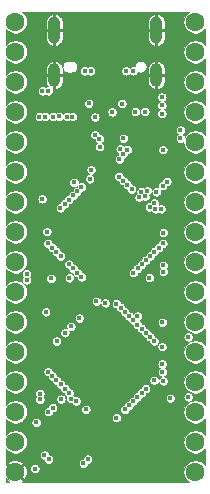
<source format=gbr>
G04 #@! TF.GenerationSoftware,KiCad,Pcbnew,5.1.9-1.fc33*
G04 #@! TF.CreationDate,2021-01-19T19:29:36+01:00*
G04 #@! TF.ProjectId,reDIP-SX,72654449-502d-4535-982e-6b696361645f,0.1*
G04 #@! TF.SameCoordinates,PX5e28010PY8011a50*
G04 #@! TF.FileFunction,Copper,L5,Inr*
G04 #@! TF.FilePolarity,Positive*
%FSLAX46Y46*%
G04 Gerber Fmt 4.6, Leading zero omitted, Abs format (unit mm)*
G04 Created by KiCad (PCBNEW 5.1.9-1.fc33) date 2021-01-19 19:29:36*
%MOMM*%
%LPD*%
G01*
G04 APERTURE LIST*
G04 #@! TA.AperFunction,ComponentPad*
%ADD10O,1.000000X2.300000*%
G04 #@! TD*
G04 #@! TA.AperFunction,ComponentPad*
%ADD11O,1.000000X2.000000*%
G04 #@! TD*
G04 #@! TA.AperFunction,ComponentPad*
%ADD12C,1.600000*%
G04 #@! TD*
G04 #@! TA.AperFunction,ViaPad*
%ADD13C,0.400000*%
G04 #@! TD*
G04 #@! TA.AperFunction,Conductor*
%ADD14C,0.100000*%
G04 #@! TD*
G04 APERTURE END LIST*
D10*
X13210000Y38690000D03*
X4570000Y38690000D03*
D11*
X13210000Y34865000D03*
X4570000Y34865000D03*
D12*
X1270000Y26670000D03*
X1270000Y29210000D03*
X1270000Y31750000D03*
X1270000Y34290000D03*
X1270000Y36830000D03*
X1270000Y39370000D03*
X16510000Y26670000D03*
X16510000Y29210000D03*
X16510000Y31750000D03*
X16510000Y34290000D03*
X16510000Y36830000D03*
X16510000Y39370000D03*
X16510000Y1270000D03*
X16510000Y3810000D03*
X16510000Y6350000D03*
X16510000Y8890000D03*
X16510000Y11430000D03*
X16510000Y13970000D03*
X16510000Y16510000D03*
X16510000Y19050000D03*
X16510000Y21590000D03*
X16510000Y24130000D03*
X1270000Y1270000D03*
X1270000Y3810000D03*
X1270000Y6350000D03*
X1270000Y8890000D03*
X1270000Y11430000D03*
X1270000Y13970000D03*
X1270000Y16510000D03*
X1270000Y19050000D03*
X1270000Y21590000D03*
X1270000Y24130000D03*
D13*
X5580000Y29040000D03*
X5080000Y29040000D03*
X3990000Y24840000D03*
X4330000Y29470000D03*
X4830000Y29470000D03*
X3830000Y29470000D03*
X6520000Y3580000D03*
X4970000Y3580000D03*
X4970000Y5130000D03*
X6510000Y5130000D03*
X12710000Y27500000D03*
X11830000Y26620000D03*
X12710000Y26620000D03*
X11830000Y27500000D03*
X12270000Y27060000D03*
X9830000Y9750000D03*
X10770000Y10700000D03*
X7020000Y10680000D03*
X7970000Y9760000D03*
X7970000Y11620000D03*
X9820000Y11600000D03*
X8890000Y10690000D03*
X8890000Y12550000D03*
X8890000Y21590000D03*
X9890000Y20610000D03*
X10890000Y21580000D03*
X8890000Y19600000D03*
X7900000Y20610000D03*
X6910000Y21590000D03*
X8890000Y23640000D03*
X5740000Y4360000D03*
X15910000Y2540000D03*
X4060000Y18410000D03*
X13780000Y6070000D03*
X8300000Y31760000D03*
X5330000Y29470000D03*
X4580000Y29040000D03*
X11990000Y33780000D03*
X8900000Y8830000D03*
X7090000Y15590000D03*
X4260000Y15120000D03*
X4220000Y11820000D03*
X12130000Y17720000D03*
X13420000Y17720000D03*
X14880000Y26840000D03*
X15910000Y5080000D03*
X10430000Y31340000D03*
X3380000Y3060000D03*
X7940000Y2870000D03*
X4080000Y29040000D03*
X5830000Y29470000D03*
X12720000Y5080000D03*
X15210000Y3800000D03*
X15210000Y1290000D03*
X13780000Y5080000D03*
X15910000Y22860000D03*
X6480000Y33440000D03*
X4060000Y33540000D03*
X3560000Y33540000D03*
X2920000Y1550000D03*
X3850000Y14830000D03*
X3540000Y24390000D03*
X3810000Y31360000D03*
X9830000Y5860000D03*
X5960000Y7480000D03*
X4050000Y9750000D03*
X11600000Y13750000D03*
X13730000Y13930000D03*
X14390000Y7510000D03*
X10430000Y29510000D03*
X13800000Y21540000D03*
X6870000Y17790000D03*
X13740000Y25510000D03*
X12240000Y31780000D03*
X11440000Y31780000D03*
X10890000Y6910000D03*
X10550000Y6570000D03*
X3310000Y31360000D03*
X3350000Y7410000D03*
X7240000Y6560000D03*
X5610000Y31360000D03*
X5810000Y18860000D03*
X13030000Y24040000D03*
X12430000Y25080000D03*
X6110000Y31360000D03*
X9470000Y31760000D03*
X11240000Y35230000D03*
X6240000Y25790000D03*
X15250000Y29510000D03*
X15250000Y30210000D03*
X11960000Y7970000D03*
X7640000Y35230000D03*
X7490000Y32480000D03*
X10640000Y35230000D03*
X11600000Y7620000D03*
X12630000Y17720000D03*
X13800000Y18760000D03*
X13700000Y11870000D03*
X12680000Y12700000D03*
X10750000Y25570000D03*
X13030000Y12340000D03*
X11110000Y25210000D03*
X12250000Y24610000D03*
X8010000Y31320000D03*
X15910000Y7620000D03*
X5470000Y8330000D03*
X4440000Y6720000D03*
X5110000Y8680000D03*
X4080000Y6370000D03*
X11930000Y25000000D03*
X13730000Y9740000D03*
X13020000Y9030000D03*
X11750000Y24530000D03*
X15910000Y12700000D03*
X11250000Y7260000D03*
X12310000Y8330000D03*
X11610000Y14460000D03*
X11980000Y18850000D03*
X8880000Y15580000D03*
X6160000Y18500000D03*
X6510000Y18140000D03*
X4290000Y17650000D03*
X13760000Y20620000D03*
X13400000Y20270000D03*
X13040000Y19920000D03*
X12690000Y19560000D03*
X12330000Y19210000D03*
X5840000Y17710000D03*
X5100000Y19550000D03*
X2230000Y17530000D03*
X4740000Y19910000D03*
X4390000Y20270000D03*
X4030000Y20620000D03*
X3940000Y21610000D03*
X2230000Y18030000D03*
X13620000Y23550000D03*
X13120000Y23540000D03*
X12640000Y23700000D03*
X7140000Y35230000D03*
X10290000Y32460000D03*
X4090000Y2350000D03*
X8390000Y29490000D03*
X3730000Y2700000D03*
X8010000Y29820000D03*
X4460000Y31360000D03*
X13800000Y18240000D03*
X8130000Y15720000D03*
X4960000Y31370000D03*
X11270000Y18140000D03*
X11620000Y18500000D03*
X13760000Y28550000D03*
X13680000Y33010000D03*
X5130000Y7440000D03*
X13790000Y8980000D03*
X7040000Y2000000D03*
X13700000Y10420000D03*
X13680000Y31610000D03*
X14100000Y25860000D03*
X10150000Y28620000D03*
X13680000Y32310000D03*
X13210000Y24990000D03*
X8410000Y28810000D03*
X3040000Y5470000D03*
X7400000Y2350000D03*
X3350000Y7910000D03*
X10760000Y28560000D03*
X10190000Y15180000D03*
X5450000Y23970000D03*
X5470000Y13050000D03*
X5080000Y23630000D03*
X10370000Y28170000D03*
X4400000Y9390000D03*
X10080000Y27760000D03*
X4760000Y12350000D03*
X4750000Y9030000D03*
X10040000Y26280000D03*
X5820000Y7970000D03*
X10400000Y25930000D03*
X6690000Y14300000D03*
X5980000Y13590000D03*
X9830000Y15530000D03*
X5800000Y24330000D03*
X10540000Y14820000D03*
X6160000Y24680000D03*
X10900000Y14470000D03*
X6870000Y25400000D03*
X11250000Y14110000D03*
X7570000Y26090000D03*
X11970000Y13410000D03*
X6520000Y25040000D03*
X6420000Y7280000D03*
X7690000Y26850000D03*
X12320000Y13050000D03*
D14*
X15872537Y40146751D02*
X15733249Y40007463D01*
X15623811Y39843678D01*
X15548429Y39661689D01*
X15510000Y39468491D01*
X15510000Y39271509D01*
X15548429Y39078311D01*
X15623811Y38896322D01*
X15733249Y38732537D01*
X15872537Y38593249D01*
X16036322Y38483811D01*
X16218311Y38408429D01*
X16411509Y38370000D01*
X16608491Y38370000D01*
X16801689Y38408429D01*
X16983678Y38483811D01*
X17147463Y38593249D01*
X17286751Y38732537D01*
X17330001Y38797265D01*
X17330001Y37402735D01*
X17286751Y37467463D01*
X17147463Y37606751D01*
X16983678Y37716189D01*
X16801689Y37791571D01*
X16608491Y37830000D01*
X16411509Y37830000D01*
X16218311Y37791571D01*
X16036322Y37716189D01*
X15872537Y37606751D01*
X15733249Y37467463D01*
X15623811Y37303678D01*
X15548429Y37121689D01*
X15510000Y36928491D01*
X15510000Y36731509D01*
X15548429Y36538311D01*
X15623811Y36356322D01*
X15733249Y36192537D01*
X15872537Y36053249D01*
X16036322Y35943811D01*
X16218311Y35868429D01*
X16411509Y35830000D01*
X16608491Y35830000D01*
X16801689Y35868429D01*
X16983678Y35943811D01*
X17147463Y36053249D01*
X17286751Y36192537D01*
X17330001Y36257265D01*
X17330001Y34862735D01*
X17286751Y34927463D01*
X17147463Y35066751D01*
X16983678Y35176189D01*
X16801689Y35251571D01*
X16608491Y35290000D01*
X16411509Y35290000D01*
X16218311Y35251571D01*
X16036322Y35176189D01*
X15872537Y35066751D01*
X15733249Y34927463D01*
X15623811Y34763678D01*
X15548429Y34581689D01*
X15510000Y34388491D01*
X15510000Y34191509D01*
X15548429Y33998311D01*
X15623811Y33816322D01*
X15733249Y33652537D01*
X15872537Y33513249D01*
X16036322Y33403811D01*
X16218311Y33328429D01*
X16411509Y33290000D01*
X16608491Y33290000D01*
X16801689Y33328429D01*
X16983678Y33403811D01*
X17147463Y33513249D01*
X17286751Y33652537D01*
X17330001Y33717265D01*
X17330001Y32322735D01*
X17286751Y32387463D01*
X17147463Y32526751D01*
X16983678Y32636189D01*
X16801689Y32711571D01*
X16608491Y32750000D01*
X16411509Y32750000D01*
X16218311Y32711571D01*
X16036322Y32636189D01*
X15872537Y32526751D01*
X15733249Y32387463D01*
X15623811Y32223678D01*
X15548429Y32041689D01*
X15510000Y31848491D01*
X15510000Y31651509D01*
X15548429Y31458311D01*
X15623811Y31276322D01*
X15733249Y31112537D01*
X15872537Y30973249D01*
X16036322Y30863811D01*
X16218311Y30788429D01*
X16411509Y30750000D01*
X16608491Y30750000D01*
X16801689Y30788429D01*
X16983678Y30863811D01*
X17147463Y30973249D01*
X17286751Y31112537D01*
X17330001Y31177265D01*
X17330001Y29782735D01*
X17286751Y29847463D01*
X17147463Y29986751D01*
X16983678Y30096189D01*
X16801689Y30171571D01*
X16608491Y30210000D01*
X16411509Y30210000D01*
X16218311Y30171571D01*
X16036322Y30096189D01*
X15872537Y29986751D01*
X15733249Y29847463D01*
X15623811Y29683678D01*
X15617414Y29668234D01*
X15604475Y29699471D01*
X15560700Y29764985D01*
X15504985Y29820700D01*
X15446168Y29860000D01*
X15504985Y29899300D01*
X15560700Y29955015D01*
X15604475Y30020529D01*
X15634628Y30093324D01*
X15650000Y30170603D01*
X15650000Y30249397D01*
X15634628Y30326676D01*
X15604475Y30399471D01*
X15560700Y30464985D01*
X15504985Y30520700D01*
X15439471Y30564475D01*
X15366676Y30594628D01*
X15289397Y30610000D01*
X15210603Y30610000D01*
X15133324Y30594628D01*
X15060529Y30564475D01*
X14995015Y30520700D01*
X14939300Y30464985D01*
X14895525Y30399471D01*
X14865372Y30326676D01*
X14850000Y30249397D01*
X14850000Y30170603D01*
X14865372Y30093324D01*
X14895525Y30020529D01*
X14939300Y29955015D01*
X14995015Y29899300D01*
X15053832Y29860000D01*
X14995015Y29820700D01*
X14939300Y29764985D01*
X14895525Y29699471D01*
X14865372Y29626676D01*
X14850000Y29549397D01*
X14850000Y29470603D01*
X14865372Y29393324D01*
X14895525Y29320529D01*
X14939300Y29255015D01*
X14995015Y29199300D01*
X15060529Y29155525D01*
X15133324Y29125372D01*
X15210603Y29110000D01*
X15289397Y29110000D01*
X15366676Y29125372D01*
X15439471Y29155525D01*
X15504985Y29199300D01*
X15510000Y29204315D01*
X15510000Y29111509D01*
X15548429Y28918311D01*
X15623811Y28736322D01*
X15733249Y28572537D01*
X15872537Y28433249D01*
X16036322Y28323811D01*
X16218311Y28248429D01*
X16411509Y28210000D01*
X16608491Y28210000D01*
X16801689Y28248429D01*
X16983678Y28323811D01*
X17147463Y28433249D01*
X17286751Y28572537D01*
X17330001Y28637265D01*
X17330001Y27242736D01*
X17286751Y27307463D01*
X17147463Y27446751D01*
X16983678Y27556189D01*
X16801689Y27631571D01*
X16608491Y27670000D01*
X16411509Y27670000D01*
X16218311Y27631571D01*
X16036322Y27556189D01*
X15872537Y27446751D01*
X15733249Y27307463D01*
X15623811Y27143678D01*
X15548429Y26961689D01*
X15510000Y26768491D01*
X15510000Y26571509D01*
X15548429Y26378311D01*
X15623811Y26196322D01*
X15733249Y26032537D01*
X15872537Y25893249D01*
X16036322Y25783811D01*
X16218311Y25708429D01*
X16411509Y25670000D01*
X16608491Y25670000D01*
X16801689Y25708429D01*
X16983678Y25783811D01*
X17147463Y25893249D01*
X17286751Y26032537D01*
X17330001Y26097264D01*
X17330001Y24702736D01*
X17286751Y24767463D01*
X17147463Y24906751D01*
X16983678Y25016189D01*
X16801689Y25091571D01*
X16608491Y25130000D01*
X16411509Y25130000D01*
X16218311Y25091571D01*
X16036322Y25016189D01*
X15872537Y24906751D01*
X15733249Y24767463D01*
X15623811Y24603678D01*
X15548429Y24421689D01*
X15510000Y24228491D01*
X15510000Y24031509D01*
X15548429Y23838311D01*
X15623811Y23656322D01*
X15733249Y23492537D01*
X15872537Y23353249D01*
X16036322Y23243811D01*
X16218311Y23168429D01*
X16411509Y23130000D01*
X16608491Y23130000D01*
X16801689Y23168429D01*
X16983678Y23243811D01*
X17147463Y23353249D01*
X17286751Y23492537D01*
X17330001Y23557264D01*
X17330001Y22162736D01*
X17286751Y22227463D01*
X17147463Y22366751D01*
X16983678Y22476189D01*
X16801689Y22551571D01*
X16608491Y22590000D01*
X16411509Y22590000D01*
X16218311Y22551571D01*
X16036322Y22476189D01*
X15872537Y22366751D01*
X15733249Y22227463D01*
X15623811Y22063678D01*
X15548429Y21881689D01*
X15510000Y21688491D01*
X15510000Y21491509D01*
X15548429Y21298311D01*
X15623811Y21116322D01*
X15733249Y20952537D01*
X15872537Y20813249D01*
X16036322Y20703811D01*
X16218311Y20628429D01*
X16411509Y20590000D01*
X16608491Y20590000D01*
X16801689Y20628429D01*
X16983678Y20703811D01*
X17147463Y20813249D01*
X17286751Y20952537D01*
X17330001Y21017264D01*
X17330000Y19622736D01*
X17286751Y19687463D01*
X17147463Y19826751D01*
X16983678Y19936189D01*
X16801689Y20011571D01*
X16608491Y20050000D01*
X16411509Y20050000D01*
X16218311Y20011571D01*
X16036322Y19936189D01*
X15872537Y19826751D01*
X15733249Y19687463D01*
X15623811Y19523678D01*
X15548429Y19341689D01*
X15510000Y19148491D01*
X15510000Y18951509D01*
X15548429Y18758311D01*
X15623811Y18576322D01*
X15733249Y18412537D01*
X15872537Y18273249D01*
X16036322Y18163811D01*
X16218311Y18088429D01*
X16411509Y18050000D01*
X16608491Y18050000D01*
X16801689Y18088429D01*
X16983678Y18163811D01*
X17147463Y18273249D01*
X17286751Y18412537D01*
X17330000Y18477264D01*
X17330000Y17082736D01*
X17286751Y17147463D01*
X17147463Y17286751D01*
X16983678Y17396189D01*
X16801689Y17471571D01*
X16608491Y17510000D01*
X16411509Y17510000D01*
X16218311Y17471571D01*
X16036322Y17396189D01*
X15872537Y17286751D01*
X15733249Y17147463D01*
X15623811Y16983678D01*
X15548429Y16801689D01*
X15510000Y16608491D01*
X15510000Y16411509D01*
X15548429Y16218311D01*
X15623811Y16036322D01*
X15733249Y15872537D01*
X15872537Y15733249D01*
X16036322Y15623811D01*
X16218311Y15548429D01*
X16411509Y15510000D01*
X16608491Y15510000D01*
X16801689Y15548429D01*
X16983678Y15623811D01*
X17147463Y15733249D01*
X17286751Y15872537D01*
X17330000Y15937264D01*
X17330000Y14542736D01*
X17286751Y14607463D01*
X17147463Y14746751D01*
X16983678Y14856189D01*
X16801689Y14931571D01*
X16608491Y14970000D01*
X16411509Y14970000D01*
X16218311Y14931571D01*
X16036322Y14856189D01*
X15872537Y14746751D01*
X15733249Y14607463D01*
X15623811Y14443678D01*
X15548429Y14261689D01*
X15510000Y14068491D01*
X15510000Y13871509D01*
X15548429Y13678311D01*
X15623811Y13496322D01*
X15733249Y13332537D01*
X15872537Y13193249D01*
X16036322Y13083811D01*
X16218311Y13008429D01*
X16411509Y12970000D01*
X16608491Y12970000D01*
X16801689Y13008429D01*
X16983678Y13083811D01*
X17147463Y13193249D01*
X17286751Y13332537D01*
X17330000Y13397264D01*
X17330000Y12002736D01*
X17286751Y12067463D01*
X17147463Y12206751D01*
X16983678Y12316189D01*
X16801689Y12391571D01*
X16608491Y12430000D01*
X16411509Y12430000D01*
X16218311Y12391571D01*
X16036322Y12316189D01*
X15872537Y12206751D01*
X15733249Y12067463D01*
X15623811Y11903678D01*
X15548429Y11721689D01*
X15510000Y11528491D01*
X15510000Y11331509D01*
X15548429Y11138311D01*
X15623811Y10956322D01*
X15733249Y10792537D01*
X15872537Y10653249D01*
X16036322Y10543811D01*
X16218311Y10468429D01*
X16411509Y10430000D01*
X16608491Y10430000D01*
X16801689Y10468429D01*
X16983678Y10543811D01*
X17147463Y10653249D01*
X17286751Y10792537D01*
X17330000Y10857264D01*
X17330000Y9462736D01*
X17286751Y9527463D01*
X17147463Y9666751D01*
X16983678Y9776189D01*
X16801689Y9851571D01*
X16608491Y9890000D01*
X16411509Y9890000D01*
X16218311Y9851571D01*
X16036322Y9776189D01*
X15872537Y9666751D01*
X15733249Y9527463D01*
X15623811Y9363678D01*
X15548429Y9181689D01*
X15510000Y8988491D01*
X15510000Y8791509D01*
X15548429Y8598311D01*
X15623811Y8416322D01*
X15733249Y8252537D01*
X15872537Y8113249D01*
X16036322Y8003811D01*
X16218311Y7928429D01*
X16411509Y7890000D01*
X16608491Y7890000D01*
X16801689Y7928429D01*
X16983678Y8003811D01*
X17147463Y8113249D01*
X17286751Y8252537D01*
X17330000Y8317264D01*
X17330000Y6922736D01*
X17286751Y6987463D01*
X17147463Y7126751D01*
X16983678Y7236189D01*
X16801689Y7311571D01*
X16608491Y7350000D01*
X16411509Y7350000D01*
X16218311Y7311571D01*
X16036322Y7236189D01*
X15872537Y7126751D01*
X15733249Y6987463D01*
X15623811Y6823678D01*
X15548429Y6641689D01*
X15510000Y6448491D01*
X15510000Y6251509D01*
X15548429Y6058311D01*
X15623811Y5876322D01*
X15733249Y5712537D01*
X15872537Y5573249D01*
X16036322Y5463811D01*
X16218311Y5388429D01*
X16411509Y5350000D01*
X16608491Y5350000D01*
X16801689Y5388429D01*
X16983678Y5463811D01*
X17147463Y5573249D01*
X17286751Y5712537D01*
X17330000Y5777264D01*
X17330000Y4382736D01*
X17286751Y4447463D01*
X17147463Y4586751D01*
X16983678Y4696189D01*
X16801689Y4771571D01*
X16608491Y4810000D01*
X16411509Y4810000D01*
X16218311Y4771571D01*
X16036322Y4696189D01*
X15872537Y4586751D01*
X15733249Y4447463D01*
X15623811Y4283678D01*
X15548429Y4101689D01*
X15510000Y3908491D01*
X15510000Y3711509D01*
X15548429Y3518311D01*
X15623811Y3336322D01*
X15733249Y3172537D01*
X15872537Y3033249D01*
X16036322Y2923811D01*
X16218311Y2848429D01*
X16411509Y2810000D01*
X16608491Y2810000D01*
X16801689Y2848429D01*
X16983678Y2923811D01*
X17147463Y3033249D01*
X17286751Y3172537D01*
X17330000Y3237264D01*
X17330000Y1842736D01*
X17286751Y1907463D01*
X17147463Y2046751D01*
X16983678Y2156189D01*
X16801689Y2231571D01*
X16608491Y2270000D01*
X16411509Y2270000D01*
X16218311Y2231571D01*
X16036322Y2156189D01*
X15872537Y2046751D01*
X15733249Y1907463D01*
X15623811Y1743678D01*
X15548429Y1561689D01*
X15510000Y1368491D01*
X15510000Y1171509D01*
X15548429Y978311D01*
X15623811Y796322D01*
X15733249Y632537D01*
X15872537Y493249D01*
X15937263Y450000D01*
X1823092Y450000D01*
X1890054Y543880D01*
X1270000Y1163934D01*
X649946Y543880D01*
X716908Y450000D01*
X522005Y450000D01*
X490706Y453069D01*
X481772Y455767D01*
X473525Y460152D01*
X466288Y466054D01*
X460338Y473246D01*
X455894Y481464D01*
X453135Y490377D01*
X450000Y520207D01*
X450000Y716908D01*
X543880Y649946D01*
X1163934Y1270000D01*
X1376066Y1270000D01*
X1996120Y649946D01*
X2124749Y741694D01*
X2211392Y918599D01*
X2261859Y1109007D01*
X2274209Y1305603D01*
X2247968Y1500830D01*
X2217635Y1589397D01*
X2520000Y1589397D01*
X2520000Y1510603D01*
X2535372Y1433324D01*
X2565525Y1360529D01*
X2609300Y1295015D01*
X2665015Y1239300D01*
X2730529Y1195525D01*
X2803324Y1165372D01*
X2880603Y1150000D01*
X2959397Y1150000D01*
X3036676Y1165372D01*
X3109471Y1195525D01*
X3174985Y1239300D01*
X3230700Y1295015D01*
X3274475Y1360529D01*
X3304628Y1433324D01*
X3320000Y1510603D01*
X3320000Y1589397D01*
X3304628Y1666676D01*
X3274475Y1739471D01*
X3230700Y1804985D01*
X3174985Y1860700D01*
X3109471Y1904475D01*
X3036676Y1934628D01*
X2959397Y1950000D01*
X2880603Y1950000D01*
X2803324Y1934628D01*
X2730529Y1904475D01*
X2665015Y1860700D01*
X2609300Y1804985D01*
X2565525Y1739471D01*
X2535372Y1666676D01*
X2520000Y1589397D01*
X2217635Y1589397D01*
X2184143Y1687187D01*
X2124749Y1798306D01*
X1996120Y1890054D01*
X1376066Y1270000D01*
X1163934Y1270000D01*
X543880Y1890054D01*
X450000Y1823092D01*
X450000Y1996120D01*
X649946Y1996120D01*
X1270000Y1376066D01*
X1890054Y1996120D01*
X1798306Y2124749D01*
X1621401Y2211392D01*
X1430993Y2261859D01*
X1234397Y2274209D01*
X1039170Y2247968D01*
X852813Y2184143D01*
X741694Y2124749D01*
X649946Y1996120D01*
X450000Y1996120D01*
X450000Y2739397D01*
X3330000Y2739397D01*
X3330000Y2660603D01*
X3345372Y2583324D01*
X3375525Y2510529D01*
X3419300Y2445015D01*
X3475015Y2389300D01*
X3540529Y2345525D01*
X3613324Y2315372D01*
X3690603Y2300000D01*
X3692109Y2300000D01*
X3705372Y2233324D01*
X3735525Y2160529D01*
X3779300Y2095015D01*
X3835015Y2039300D01*
X3900529Y1995525D01*
X3973324Y1965372D01*
X4050603Y1950000D01*
X4129397Y1950000D01*
X4206676Y1965372D01*
X4279471Y1995525D01*
X4344985Y2039300D01*
X4345082Y2039397D01*
X6640000Y2039397D01*
X6640000Y1960603D01*
X6655372Y1883324D01*
X6685525Y1810529D01*
X6729300Y1745015D01*
X6785015Y1689300D01*
X6850529Y1645525D01*
X6923324Y1615372D01*
X7000603Y1600000D01*
X7079397Y1600000D01*
X7156676Y1615372D01*
X7229471Y1645525D01*
X7294985Y1689300D01*
X7350700Y1745015D01*
X7394475Y1810529D01*
X7424628Y1883324D01*
X7437891Y1950000D01*
X7439397Y1950000D01*
X7516676Y1965372D01*
X7589471Y1995525D01*
X7654985Y2039300D01*
X7710700Y2095015D01*
X7754475Y2160529D01*
X7784628Y2233324D01*
X7800000Y2310603D01*
X7800000Y2389397D01*
X7784628Y2466676D01*
X7754475Y2539471D01*
X7710700Y2604985D01*
X7654985Y2660700D01*
X7589471Y2704475D01*
X7516676Y2734628D01*
X7439397Y2750000D01*
X7360603Y2750000D01*
X7283324Y2734628D01*
X7210529Y2704475D01*
X7145015Y2660700D01*
X7089300Y2604985D01*
X7045525Y2539471D01*
X7015372Y2466676D01*
X7002109Y2400000D01*
X7000603Y2400000D01*
X6923324Y2384628D01*
X6850529Y2354475D01*
X6785015Y2310700D01*
X6729300Y2254985D01*
X6685525Y2189471D01*
X6655372Y2116676D01*
X6640000Y2039397D01*
X4345082Y2039397D01*
X4400700Y2095015D01*
X4444475Y2160529D01*
X4474628Y2233324D01*
X4490000Y2310603D01*
X4490000Y2389397D01*
X4474628Y2466676D01*
X4444475Y2539471D01*
X4400700Y2604985D01*
X4344985Y2660700D01*
X4279471Y2704475D01*
X4206676Y2734628D01*
X4129397Y2750000D01*
X4127891Y2750000D01*
X4114628Y2816676D01*
X4084475Y2889471D01*
X4040700Y2954985D01*
X3984985Y3010700D01*
X3919471Y3054475D01*
X3846676Y3084628D01*
X3769397Y3100000D01*
X3690603Y3100000D01*
X3613324Y3084628D01*
X3540529Y3054475D01*
X3475015Y3010700D01*
X3419300Y2954985D01*
X3375525Y2889471D01*
X3345372Y2816676D01*
X3330000Y2739397D01*
X450000Y2739397D01*
X450000Y3237263D01*
X493249Y3172537D01*
X632537Y3033249D01*
X796322Y2923811D01*
X978311Y2848429D01*
X1171509Y2810000D01*
X1368491Y2810000D01*
X1561689Y2848429D01*
X1743678Y2923811D01*
X1907463Y3033249D01*
X2046751Y3172537D01*
X2156189Y3336322D01*
X2231571Y3518311D01*
X2270000Y3711509D01*
X2270000Y3908491D01*
X2231571Y4101689D01*
X2156189Y4283678D01*
X2046751Y4447463D01*
X1907463Y4586751D01*
X1743678Y4696189D01*
X1561689Y4771571D01*
X1368491Y4810000D01*
X1171509Y4810000D01*
X978311Y4771571D01*
X796322Y4696189D01*
X632537Y4586751D01*
X493249Y4447463D01*
X450000Y4382737D01*
X450000Y5777263D01*
X493249Y5712537D01*
X632537Y5573249D01*
X796322Y5463811D01*
X978311Y5388429D01*
X1171509Y5350000D01*
X1368491Y5350000D01*
X1561689Y5388429D01*
X1743678Y5463811D01*
X1811902Y5509397D01*
X2640000Y5509397D01*
X2640000Y5430603D01*
X2655372Y5353324D01*
X2685525Y5280529D01*
X2729300Y5215015D01*
X2785015Y5159300D01*
X2850529Y5115525D01*
X2923324Y5085372D01*
X3000603Y5070000D01*
X3079397Y5070000D01*
X3156676Y5085372D01*
X3229471Y5115525D01*
X3294985Y5159300D01*
X3350700Y5215015D01*
X3394475Y5280529D01*
X3424628Y5353324D01*
X3440000Y5430603D01*
X3440000Y5509397D01*
X3424628Y5586676D01*
X3394475Y5659471D01*
X3350700Y5724985D01*
X3294985Y5780700D01*
X3229471Y5824475D01*
X3156676Y5854628D01*
X3079397Y5870000D01*
X3000603Y5870000D01*
X2923324Y5854628D01*
X2850529Y5824475D01*
X2785015Y5780700D01*
X2729300Y5724985D01*
X2685525Y5659471D01*
X2655372Y5586676D01*
X2640000Y5509397D01*
X1811902Y5509397D01*
X1907463Y5573249D01*
X2046751Y5712537D01*
X2156189Y5876322D01*
X2165746Y5899397D01*
X9430000Y5899397D01*
X9430000Y5820603D01*
X9445372Y5743324D01*
X9475525Y5670529D01*
X9519300Y5605015D01*
X9575015Y5549300D01*
X9640529Y5505525D01*
X9713324Y5475372D01*
X9790603Y5460000D01*
X9869397Y5460000D01*
X9946676Y5475372D01*
X10019471Y5505525D01*
X10084985Y5549300D01*
X10140700Y5605015D01*
X10184475Y5670529D01*
X10214628Y5743324D01*
X10230000Y5820603D01*
X10230000Y5899397D01*
X10214628Y5976676D01*
X10184475Y6049471D01*
X10140700Y6114985D01*
X10084985Y6170700D01*
X10019471Y6214475D01*
X9946676Y6244628D01*
X9869397Y6260000D01*
X9790603Y6260000D01*
X9713324Y6244628D01*
X9640529Y6214475D01*
X9575015Y6170700D01*
X9519300Y6114985D01*
X9475525Y6049471D01*
X9445372Y5976676D01*
X9430000Y5899397D01*
X2165746Y5899397D01*
X2231571Y6058311D01*
X2270000Y6251509D01*
X2270000Y6409397D01*
X3680000Y6409397D01*
X3680000Y6330603D01*
X3695372Y6253324D01*
X3725525Y6180529D01*
X3769300Y6115015D01*
X3825015Y6059300D01*
X3890529Y6015525D01*
X3963324Y5985372D01*
X4040603Y5970000D01*
X4119397Y5970000D01*
X4196676Y5985372D01*
X4269471Y6015525D01*
X4334985Y6059300D01*
X4390700Y6115015D01*
X4434475Y6180529D01*
X4464628Y6253324D01*
X4477891Y6320000D01*
X4479397Y6320000D01*
X4556676Y6335372D01*
X4629471Y6365525D01*
X4694985Y6409300D01*
X4750700Y6465015D01*
X4794475Y6530529D01*
X4823001Y6599397D01*
X6840000Y6599397D01*
X6840000Y6520603D01*
X6855372Y6443324D01*
X6885525Y6370529D01*
X6929300Y6305015D01*
X6985015Y6249300D01*
X7050529Y6205525D01*
X7123324Y6175372D01*
X7200603Y6160000D01*
X7279397Y6160000D01*
X7356676Y6175372D01*
X7429471Y6205525D01*
X7494985Y6249300D01*
X7550700Y6305015D01*
X7594475Y6370529D01*
X7624628Y6443324D01*
X7640000Y6520603D01*
X7640000Y6599397D01*
X7638011Y6609397D01*
X10150000Y6609397D01*
X10150000Y6530603D01*
X10165372Y6453324D01*
X10195525Y6380529D01*
X10239300Y6315015D01*
X10295015Y6259300D01*
X10360529Y6215525D01*
X10433324Y6185372D01*
X10510603Y6170000D01*
X10589397Y6170000D01*
X10666676Y6185372D01*
X10739471Y6215525D01*
X10804985Y6259300D01*
X10860700Y6315015D01*
X10904475Y6380529D01*
X10934628Y6453324D01*
X10946582Y6513418D01*
X11006676Y6525372D01*
X11079471Y6555525D01*
X11144985Y6599300D01*
X11200700Y6655015D01*
X11244475Y6720529D01*
X11274628Y6793324D01*
X11287891Y6860000D01*
X11289397Y6860000D01*
X11366676Y6875372D01*
X11439471Y6905525D01*
X11504985Y6949300D01*
X11560700Y7005015D01*
X11604475Y7070529D01*
X11634628Y7143324D01*
X11650000Y7220603D01*
X11650000Y7222109D01*
X11716676Y7235372D01*
X11789471Y7265525D01*
X11854985Y7309300D01*
X11910700Y7365015D01*
X11954475Y7430529D01*
X11984628Y7503324D01*
X11993792Y7549397D01*
X13990000Y7549397D01*
X13990000Y7470603D01*
X14005372Y7393324D01*
X14035525Y7320529D01*
X14079300Y7255015D01*
X14135015Y7199300D01*
X14200529Y7155525D01*
X14273324Y7125372D01*
X14350603Y7110000D01*
X14429397Y7110000D01*
X14506676Y7125372D01*
X14579471Y7155525D01*
X14644985Y7199300D01*
X14700700Y7255015D01*
X14744475Y7320529D01*
X14774628Y7393324D01*
X14790000Y7470603D01*
X14790000Y7549397D01*
X14774628Y7626676D01*
X14761075Y7659397D01*
X15510000Y7659397D01*
X15510000Y7580603D01*
X15525372Y7503324D01*
X15555525Y7430529D01*
X15599300Y7365015D01*
X15655015Y7309300D01*
X15720529Y7265525D01*
X15793324Y7235372D01*
X15870603Y7220000D01*
X15949397Y7220000D01*
X16026676Y7235372D01*
X16099471Y7265525D01*
X16164985Y7309300D01*
X16220700Y7365015D01*
X16264475Y7430529D01*
X16294628Y7503324D01*
X16310000Y7580603D01*
X16310000Y7659397D01*
X16294628Y7736676D01*
X16264475Y7809471D01*
X16220700Y7874985D01*
X16164985Y7930700D01*
X16099471Y7974475D01*
X16026676Y8004628D01*
X15949397Y8020000D01*
X15870603Y8020000D01*
X15793324Y8004628D01*
X15720529Y7974475D01*
X15655015Y7930700D01*
X15599300Y7874985D01*
X15555525Y7809471D01*
X15525372Y7736676D01*
X15510000Y7659397D01*
X14761075Y7659397D01*
X14744475Y7699471D01*
X14700700Y7764985D01*
X14644985Y7820700D01*
X14579471Y7864475D01*
X14506676Y7894628D01*
X14429397Y7910000D01*
X14350603Y7910000D01*
X14273324Y7894628D01*
X14200529Y7864475D01*
X14135015Y7820700D01*
X14079300Y7764985D01*
X14035525Y7699471D01*
X14005372Y7626676D01*
X13990000Y7549397D01*
X11993792Y7549397D01*
X11997891Y7570000D01*
X11999397Y7570000D01*
X12076676Y7585372D01*
X12149471Y7615525D01*
X12214985Y7659300D01*
X12270700Y7715015D01*
X12314475Y7780529D01*
X12344628Y7853324D01*
X12360000Y7930603D01*
X12360000Y7932109D01*
X12426676Y7945372D01*
X12499471Y7975525D01*
X12564985Y8019300D01*
X12620700Y8075015D01*
X12664475Y8140529D01*
X12694628Y8213324D01*
X12710000Y8290603D01*
X12710000Y8369397D01*
X12694628Y8446676D01*
X12664475Y8519471D01*
X12620700Y8584985D01*
X12564985Y8640700D01*
X12499471Y8684475D01*
X12426676Y8714628D01*
X12349397Y8730000D01*
X12270603Y8730000D01*
X12193324Y8714628D01*
X12120529Y8684475D01*
X12055015Y8640700D01*
X11999300Y8584985D01*
X11955525Y8519471D01*
X11925372Y8446676D01*
X11910000Y8369397D01*
X11910000Y8367891D01*
X11843324Y8354628D01*
X11770529Y8324475D01*
X11705015Y8280700D01*
X11649300Y8224985D01*
X11605525Y8159471D01*
X11575372Y8086676D01*
X11562109Y8020000D01*
X11560603Y8020000D01*
X11483324Y8004628D01*
X11410529Y7974475D01*
X11345015Y7930700D01*
X11289300Y7874985D01*
X11245525Y7809471D01*
X11215372Y7736676D01*
X11200000Y7659397D01*
X11200000Y7657891D01*
X11133324Y7644628D01*
X11060529Y7614475D01*
X10995015Y7570700D01*
X10939300Y7514985D01*
X10895525Y7449471D01*
X10865372Y7376676D01*
X10852109Y7310000D01*
X10850603Y7310000D01*
X10773324Y7294628D01*
X10700529Y7264475D01*
X10635015Y7220700D01*
X10579300Y7164985D01*
X10535525Y7099471D01*
X10505372Y7026676D01*
X10493418Y6966582D01*
X10433324Y6954628D01*
X10360529Y6924475D01*
X10295015Y6880700D01*
X10239300Y6824985D01*
X10195525Y6759471D01*
X10165372Y6686676D01*
X10150000Y6609397D01*
X7638011Y6609397D01*
X7624628Y6676676D01*
X7594475Y6749471D01*
X7550700Y6814985D01*
X7494985Y6870700D01*
X7429471Y6914475D01*
X7356676Y6944628D01*
X7279397Y6960000D01*
X7200603Y6960000D01*
X7123324Y6944628D01*
X7050529Y6914475D01*
X6985015Y6870700D01*
X6929300Y6814985D01*
X6885525Y6749471D01*
X6855372Y6676676D01*
X6840000Y6599397D01*
X4823001Y6599397D01*
X4824628Y6603324D01*
X4840000Y6680603D01*
X4840000Y6759397D01*
X4824628Y6836676D01*
X4794475Y6909471D01*
X4750700Y6974985D01*
X4694985Y7030700D01*
X4629471Y7074475D01*
X4556676Y7104628D01*
X4479397Y7120000D01*
X4400603Y7120000D01*
X4323324Y7104628D01*
X4250529Y7074475D01*
X4185015Y7030700D01*
X4129300Y6974985D01*
X4085525Y6909471D01*
X4055372Y6836676D01*
X4042109Y6770000D01*
X4040603Y6770000D01*
X3963324Y6754628D01*
X3890529Y6724475D01*
X3825015Y6680700D01*
X3769300Y6624985D01*
X3725525Y6559471D01*
X3695372Y6486676D01*
X3680000Y6409397D01*
X2270000Y6409397D01*
X2270000Y6448491D01*
X2231571Y6641689D01*
X2156189Y6823678D01*
X2046751Y6987463D01*
X1907463Y7126751D01*
X1743678Y7236189D01*
X1561689Y7311571D01*
X1368491Y7350000D01*
X1171509Y7350000D01*
X978311Y7311571D01*
X796322Y7236189D01*
X632537Y7126751D01*
X493249Y6987463D01*
X450000Y6922737D01*
X450000Y8317263D01*
X493249Y8252537D01*
X632537Y8113249D01*
X796322Y8003811D01*
X978311Y7928429D01*
X1171509Y7890000D01*
X1368491Y7890000D01*
X1561689Y7928429D01*
X1612310Y7949397D01*
X2950000Y7949397D01*
X2950000Y7870603D01*
X2965372Y7793324D01*
X2995525Y7720529D01*
X3035969Y7660000D01*
X2995525Y7599471D01*
X2965372Y7526676D01*
X2950000Y7449397D01*
X2950000Y7370603D01*
X2965372Y7293324D01*
X2995525Y7220529D01*
X3039300Y7155015D01*
X3095015Y7099300D01*
X3160529Y7055525D01*
X3233324Y7025372D01*
X3310603Y7010000D01*
X3389397Y7010000D01*
X3466676Y7025372D01*
X3539471Y7055525D01*
X3604985Y7099300D01*
X3660700Y7155015D01*
X3704475Y7220529D01*
X3734628Y7293324D01*
X3750000Y7370603D01*
X3750000Y7449397D01*
X3744033Y7479397D01*
X4730000Y7479397D01*
X4730000Y7400603D01*
X4745372Y7323324D01*
X4775525Y7250529D01*
X4819300Y7185015D01*
X4875015Y7129300D01*
X4940529Y7085525D01*
X5013324Y7055372D01*
X5090603Y7040000D01*
X5169397Y7040000D01*
X5246676Y7055372D01*
X5319471Y7085525D01*
X5384985Y7129300D01*
X5440700Y7185015D01*
X5484475Y7250529D01*
X5514628Y7323324D01*
X5530000Y7400603D01*
X5530000Y7479397D01*
X5514628Y7556676D01*
X5484475Y7629471D01*
X5440700Y7694985D01*
X5384985Y7750700D01*
X5319471Y7794475D01*
X5246676Y7824628D01*
X5169397Y7840000D01*
X5090603Y7840000D01*
X5013324Y7824628D01*
X4940529Y7794475D01*
X4875015Y7750700D01*
X4819300Y7694985D01*
X4775525Y7629471D01*
X4745372Y7556676D01*
X4730000Y7479397D01*
X3744033Y7479397D01*
X3734628Y7526676D01*
X3704475Y7599471D01*
X3664031Y7660000D01*
X3704475Y7720529D01*
X3734628Y7793324D01*
X3750000Y7870603D01*
X3750000Y7949397D01*
X3734628Y8026676D01*
X3704475Y8099471D01*
X3660700Y8164985D01*
X3604985Y8220700D01*
X3539471Y8264475D01*
X3466676Y8294628D01*
X3389397Y8310000D01*
X3310603Y8310000D01*
X3233324Y8294628D01*
X3160529Y8264475D01*
X3095015Y8220700D01*
X3039300Y8164985D01*
X2995525Y8099471D01*
X2965372Y8026676D01*
X2950000Y7949397D01*
X1612310Y7949397D01*
X1743678Y8003811D01*
X1907463Y8113249D01*
X2046751Y8252537D01*
X2156189Y8416322D01*
X2231571Y8598311D01*
X2270000Y8791509D01*
X2270000Y8988491D01*
X2231571Y9181689D01*
X2156189Y9363678D01*
X2046751Y9527463D01*
X1907463Y9666751D01*
X1743678Y9776189D01*
X1711791Y9789397D01*
X3650000Y9789397D01*
X3650000Y9710603D01*
X3665372Y9633324D01*
X3695525Y9560529D01*
X3739300Y9495015D01*
X3795015Y9439300D01*
X3860529Y9395525D01*
X3933324Y9365372D01*
X4000000Y9352109D01*
X4000000Y9350603D01*
X4015372Y9273324D01*
X4045525Y9200529D01*
X4089300Y9135015D01*
X4145015Y9079300D01*
X4210529Y9035525D01*
X4283324Y9005372D01*
X4350000Y8992109D01*
X4350000Y8990603D01*
X4365372Y8913324D01*
X4395525Y8840529D01*
X4439300Y8775015D01*
X4495015Y8719300D01*
X4560529Y8675525D01*
X4633324Y8645372D01*
X4710603Y8630000D01*
X4712109Y8630000D01*
X4725372Y8563324D01*
X4755525Y8490529D01*
X4799300Y8425015D01*
X4855015Y8369300D01*
X4920529Y8325525D01*
X4993324Y8295372D01*
X5070603Y8280000D01*
X5072109Y8280000D01*
X5085372Y8213324D01*
X5115525Y8140529D01*
X5159300Y8075015D01*
X5215015Y8019300D01*
X5280529Y7975525D01*
X5353324Y7945372D01*
X5420000Y7932109D01*
X5420000Y7930603D01*
X5435372Y7853324D01*
X5465525Y7780529D01*
X5509300Y7715015D01*
X5565015Y7659300D01*
X5593444Y7640305D01*
X5575372Y7596676D01*
X5560000Y7519397D01*
X5560000Y7440603D01*
X5575372Y7363324D01*
X5605525Y7290529D01*
X5649300Y7225015D01*
X5705015Y7169300D01*
X5770529Y7125525D01*
X5843324Y7095372D01*
X5920603Y7080000D01*
X5999397Y7080000D01*
X6064520Y7092954D01*
X6065525Y7090529D01*
X6109300Y7025015D01*
X6165015Y6969300D01*
X6230529Y6925525D01*
X6303324Y6895372D01*
X6380603Y6880000D01*
X6459397Y6880000D01*
X6536676Y6895372D01*
X6609471Y6925525D01*
X6674985Y6969300D01*
X6730700Y7025015D01*
X6774475Y7090529D01*
X6804628Y7163324D01*
X6820000Y7240603D01*
X6820000Y7319397D01*
X6804628Y7396676D01*
X6774475Y7469471D01*
X6730700Y7534985D01*
X6674985Y7590700D01*
X6609471Y7634475D01*
X6536676Y7664628D01*
X6459397Y7680000D01*
X6380603Y7680000D01*
X6315480Y7667046D01*
X6314475Y7669471D01*
X6270700Y7734985D01*
X6214985Y7790700D01*
X6186556Y7809695D01*
X6204628Y7853324D01*
X6220000Y7930603D01*
X6220000Y8009397D01*
X6204628Y8086676D01*
X6174475Y8159471D01*
X6130700Y8224985D01*
X6074985Y8280700D01*
X6009471Y8324475D01*
X5936676Y8354628D01*
X5870000Y8367891D01*
X5870000Y8369397D01*
X5854628Y8446676D01*
X5824475Y8519471D01*
X5780700Y8584985D01*
X5724985Y8640700D01*
X5659471Y8684475D01*
X5586676Y8714628D01*
X5509397Y8730000D01*
X5507891Y8730000D01*
X5494628Y8796676D01*
X5464475Y8869471D01*
X5420700Y8934985D01*
X5364985Y8990700D01*
X5299471Y9034475D01*
X5226676Y9064628D01*
X5202702Y9069397D01*
X12620000Y9069397D01*
X12620000Y8990603D01*
X12635372Y8913324D01*
X12665525Y8840529D01*
X12709300Y8775015D01*
X12765015Y8719300D01*
X12830529Y8675525D01*
X12903324Y8645372D01*
X12980603Y8630000D01*
X13059397Y8630000D01*
X13136676Y8645372D01*
X13209471Y8675525D01*
X13274985Y8719300D01*
X13330700Y8775015D01*
X13374475Y8840529D01*
X13398412Y8898316D01*
X13405372Y8863324D01*
X13435525Y8790529D01*
X13479300Y8725015D01*
X13535015Y8669300D01*
X13600529Y8625525D01*
X13673324Y8595372D01*
X13750603Y8580000D01*
X13829397Y8580000D01*
X13906676Y8595372D01*
X13979471Y8625525D01*
X14044985Y8669300D01*
X14100700Y8725015D01*
X14144475Y8790529D01*
X14174628Y8863324D01*
X14190000Y8940603D01*
X14190000Y9019397D01*
X14174628Y9096676D01*
X14144475Y9169471D01*
X14100700Y9234985D01*
X14044985Y9290700D01*
X13979471Y9334475D01*
X13906676Y9364628D01*
X13881238Y9369688D01*
X13919471Y9385525D01*
X13984985Y9429300D01*
X14040700Y9485015D01*
X14084475Y9550529D01*
X14114628Y9623324D01*
X14130000Y9700603D01*
X14130000Y9779397D01*
X14114628Y9856676D01*
X14084475Y9929471D01*
X14040700Y9994985D01*
X13984985Y10050700D01*
X13926134Y10090023D01*
X13954985Y10109300D01*
X14010700Y10165015D01*
X14054475Y10230529D01*
X14084628Y10303324D01*
X14100000Y10380603D01*
X14100000Y10459397D01*
X14084628Y10536676D01*
X14054475Y10609471D01*
X14010700Y10674985D01*
X13954985Y10730700D01*
X13889471Y10774475D01*
X13816676Y10804628D01*
X13739397Y10820000D01*
X13660603Y10820000D01*
X13583324Y10804628D01*
X13510529Y10774475D01*
X13445015Y10730700D01*
X13389300Y10674985D01*
X13345525Y10609471D01*
X13315372Y10536676D01*
X13300000Y10459397D01*
X13300000Y10380603D01*
X13315372Y10303324D01*
X13345525Y10230529D01*
X13389300Y10165015D01*
X13445015Y10109300D01*
X13503866Y10069977D01*
X13475015Y10050700D01*
X13419300Y9994985D01*
X13375525Y9929471D01*
X13345372Y9856676D01*
X13330000Y9779397D01*
X13330000Y9700603D01*
X13345372Y9623324D01*
X13375525Y9550529D01*
X13419300Y9485015D01*
X13475015Y9429300D01*
X13540529Y9385525D01*
X13613324Y9355372D01*
X13638762Y9350312D01*
X13600529Y9334475D01*
X13535015Y9290700D01*
X13479300Y9234985D01*
X13435525Y9169471D01*
X13411588Y9111684D01*
X13404628Y9146676D01*
X13374475Y9219471D01*
X13330700Y9284985D01*
X13274985Y9340700D01*
X13209471Y9384475D01*
X13136676Y9414628D01*
X13059397Y9430000D01*
X12980603Y9430000D01*
X12903324Y9414628D01*
X12830529Y9384475D01*
X12765015Y9340700D01*
X12709300Y9284985D01*
X12665525Y9219471D01*
X12635372Y9146676D01*
X12620000Y9069397D01*
X5202702Y9069397D01*
X5149397Y9080000D01*
X5147891Y9080000D01*
X5134628Y9146676D01*
X5104475Y9219471D01*
X5060700Y9284985D01*
X5004985Y9340700D01*
X4939471Y9384475D01*
X4866676Y9414628D01*
X4800000Y9427891D01*
X4800000Y9429397D01*
X4784628Y9506676D01*
X4754475Y9579471D01*
X4710700Y9644985D01*
X4654985Y9700700D01*
X4589471Y9744475D01*
X4516676Y9774628D01*
X4450000Y9787891D01*
X4450000Y9789397D01*
X4434628Y9866676D01*
X4404475Y9939471D01*
X4360700Y10004985D01*
X4304985Y10060700D01*
X4239471Y10104475D01*
X4166676Y10134628D01*
X4089397Y10150000D01*
X4010603Y10150000D01*
X3933324Y10134628D01*
X3860529Y10104475D01*
X3795015Y10060700D01*
X3739300Y10004985D01*
X3695525Y9939471D01*
X3665372Y9866676D01*
X3650000Y9789397D01*
X1711791Y9789397D01*
X1561689Y9851571D01*
X1368491Y9890000D01*
X1171509Y9890000D01*
X978311Y9851571D01*
X796322Y9776189D01*
X632537Y9666751D01*
X493249Y9527463D01*
X450000Y9462737D01*
X450000Y10857263D01*
X493249Y10792537D01*
X632537Y10653249D01*
X796322Y10543811D01*
X978311Y10468429D01*
X1171509Y10430000D01*
X1368491Y10430000D01*
X1561689Y10468429D01*
X1743678Y10543811D01*
X1907463Y10653249D01*
X2046751Y10792537D01*
X2156189Y10956322D01*
X2231571Y11138311D01*
X2270000Y11331509D01*
X2270000Y11528491D01*
X2231571Y11721689D01*
X2156189Y11903678D01*
X2152368Y11909397D01*
X13300000Y11909397D01*
X13300000Y11830603D01*
X13315372Y11753324D01*
X13345525Y11680529D01*
X13389300Y11615015D01*
X13445015Y11559300D01*
X13510529Y11515525D01*
X13583324Y11485372D01*
X13660603Y11470000D01*
X13739397Y11470000D01*
X13816676Y11485372D01*
X13889471Y11515525D01*
X13954985Y11559300D01*
X14010700Y11615015D01*
X14054475Y11680529D01*
X14084628Y11753324D01*
X14100000Y11830603D01*
X14100000Y11909397D01*
X14084628Y11986676D01*
X14054475Y12059471D01*
X14010700Y12124985D01*
X13954985Y12180700D01*
X13889471Y12224475D01*
X13816676Y12254628D01*
X13739397Y12270000D01*
X13660603Y12270000D01*
X13583324Y12254628D01*
X13510529Y12224475D01*
X13445015Y12180700D01*
X13389300Y12124985D01*
X13345525Y12059471D01*
X13315372Y11986676D01*
X13300000Y11909397D01*
X2152368Y11909397D01*
X2046751Y12067463D01*
X1907463Y12206751D01*
X1743678Y12316189D01*
X1566938Y12389397D01*
X4360000Y12389397D01*
X4360000Y12310603D01*
X4375372Y12233324D01*
X4405525Y12160529D01*
X4449300Y12095015D01*
X4505015Y12039300D01*
X4570529Y11995525D01*
X4643324Y11965372D01*
X4720603Y11950000D01*
X4799397Y11950000D01*
X4876676Y11965372D01*
X4949471Y11995525D01*
X5014985Y12039300D01*
X5070700Y12095015D01*
X5114475Y12160529D01*
X5144628Y12233324D01*
X5160000Y12310603D01*
X5160000Y12389397D01*
X5144628Y12466676D01*
X5114475Y12539471D01*
X5070700Y12604985D01*
X5014985Y12660700D01*
X4949471Y12704475D01*
X4876676Y12734628D01*
X4799397Y12750000D01*
X4720603Y12750000D01*
X4643324Y12734628D01*
X4570529Y12704475D01*
X4505015Y12660700D01*
X4449300Y12604985D01*
X4405525Y12539471D01*
X4375372Y12466676D01*
X4360000Y12389397D01*
X1566938Y12389397D01*
X1561689Y12391571D01*
X1368491Y12430000D01*
X1171509Y12430000D01*
X978311Y12391571D01*
X796322Y12316189D01*
X632537Y12206751D01*
X493249Y12067463D01*
X450000Y12002737D01*
X450000Y13397263D01*
X493249Y13332537D01*
X632537Y13193249D01*
X796322Y13083811D01*
X978311Y13008429D01*
X1171509Y12970000D01*
X1368491Y12970000D01*
X1561689Y13008429D01*
X1743678Y13083811D01*
X1752038Y13089397D01*
X5070000Y13089397D01*
X5070000Y13010603D01*
X5085372Y12933324D01*
X5115525Y12860529D01*
X5159300Y12795015D01*
X5215015Y12739300D01*
X5280529Y12695525D01*
X5353324Y12665372D01*
X5430603Y12650000D01*
X5509397Y12650000D01*
X5586676Y12665372D01*
X5659471Y12695525D01*
X5724985Y12739300D01*
X5780700Y12795015D01*
X5824475Y12860529D01*
X5854628Y12933324D01*
X5870000Y13010603D01*
X5870000Y13089397D01*
X5854628Y13166676D01*
X5833479Y13217734D01*
X5863324Y13205372D01*
X5940603Y13190000D01*
X6019397Y13190000D01*
X6096676Y13205372D01*
X6169471Y13235525D01*
X6234985Y13279300D01*
X6290700Y13335015D01*
X6334475Y13400529D01*
X6364628Y13473324D01*
X6380000Y13550603D01*
X6380000Y13629397D01*
X6364628Y13706676D01*
X6334475Y13779471D01*
X6290700Y13844985D01*
X6234985Y13900700D01*
X6169471Y13944475D01*
X6096676Y13974628D01*
X6019397Y13990000D01*
X5940603Y13990000D01*
X5863324Y13974628D01*
X5790529Y13944475D01*
X5725015Y13900700D01*
X5669300Y13844985D01*
X5625525Y13779471D01*
X5595372Y13706676D01*
X5580000Y13629397D01*
X5580000Y13550603D01*
X5595372Y13473324D01*
X5616521Y13422266D01*
X5586676Y13434628D01*
X5509397Y13450000D01*
X5430603Y13450000D01*
X5353324Y13434628D01*
X5280529Y13404475D01*
X5215015Y13360700D01*
X5159300Y13304985D01*
X5115525Y13239471D01*
X5085372Y13166676D01*
X5070000Y13089397D01*
X1752038Y13089397D01*
X1907463Y13193249D01*
X2046751Y13332537D01*
X2156189Y13496322D01*
X2231571Y13678311D01*
X2270000Y13871509D01*
X2270000Y14068491D01*
X2231571Y14261689D01*
X2199384Y14339397D01*
X6290000Y14339397D01*
X6290000Y14260603D01*
X6305372Y14183324D01*
X6335525Y14110529D01*
X6379300Y14045015D01*
X6435015Y13989300D01*
X6500529Y13945525D01*
X6573324Y13915372D01*
X6650603Y13900000D01*
X6729397Y13900000D01*
X6806676Y13915372D01*
X6879471Y13945525D01*
X6944985Y13989300D01*
X7000700Y14045015D01*
X7044475Y14110529D01*
X7074628Y14183324D01*
X7090000Y14260603D01*
X7090000Y14339397D01*
X7074628Y14416676D01*
X7044475Y14489471D01*
X7000700Y14554985D01*
X6944985Y14610700D01*
X6879471Y14654475D01*
X6806676Y14684628D01*
X6729397Y14700000D01*
X6650603Y14700000D01*
X6573324Y14684628D01*
X6500529Y14654475D01*
X6435015Y14610700D01*
X6379300Y14554985D01*
X6335525Y14489471D01*
X6305372Y14416676D01*
X6290000Y14339397D01*
X2199384Y14339397D01*
X2156189Y14443678D01*
X2046751Y14607463D01*
X1907463Y14746751D01*
X1743678Y14856189D01*
X1711791Y14869397D01*
X3450000Y14869397D01*
X3450000Y14790603D01*
X3465372Y14713324D01*
X3495525Y14640529D01*
X3539300Y14575015D01*
X3595015Y14519300D01*
X3660529Y14475525D01*
X3733324Y14445372D01*
X3810603Y14430000D01*
X3889397Y14430000D01*
X3966676Y14445372D01*
X4039471Y14475525D01*
X4104985Y14519300D01*
X4160700Y14575015D01*
X4204475Y14640529D01*
X4234628Y14713324D01*
X4250000Y14790603D01*
X4250000Y14869397D01*
X4234628Y14946676D01*
X4204475Y15019471D01*
X4160700Y15084985D01*
X4104985Y15140700D01*
X4039471Y15184475D01*
X3966676Y15214628D01*
X3889397Y15230000D01*
X3810603Y15230000D01*
X3733324Y15214628D01*
X3660529Y15184475D01*
X3595015Y15140700D01*
X3539300Y15084985D01*
X3495525Y15019471D01*
X3465372Y14946676D01*
X3450000Y14869397D01*
X1711791Y14869397D01*
X1561689Y14931571D01*
X1368491Y14970000D01*
X1171509Y14970000D01*
X978311Y14931571D01*
X796322Y14856189D01*
X632537Y14746751D01*
X493249Y14607463D01*
X450000Y14542737D01*
X450000Y15937263D01*
X493249Y15872537D01*
X632537Y15733249D01*
X796322Y15623811D01*
X978311Y15548429D01*
X1171509Y15510000D01*
X1368491Y15510000D01*
X1561689Y15548429D01*
X1743678Y15623811D01*
X1907463Y15733249D01*
X1933611Y15759397D01*
X7730000Y15759397D01*
X7730000Y15680603D01*
X7745372Y15603324D01*
X7775525Y15530529D01*
X7819300Y15465015D01*
X7875015Y15409300D01*
X7940529Y15365525D01*
X8013324Y15335372D01*
X8090603Y15320000D01*
X8169397Y15320000D01*
X8246676Y15335372D01*
X8319471Y15365525D01*
X8384985Y15409300D01*
X8440700Y15465015D01*
X8482571Y15527679D01*
X8495372Y15463324D01*
X8525525Y15390529D01*
X8569300Y15325015D01*
X8625015Y15269300D01*
X8690529Y15225525D01*
X8763324Y15195372D01*
X8840603Y15180000D01*
X8919397Y15180000D01*
X8996676Y15195372D01*
X9069471Y15225525D01*
X9134985Y15269300D01*
X9190700Y15325015D01*
X9234475Y15390529D01*
X9264628Y15463324D01*
X9280000Y15540603D01*
X9280000Y15569397D01*
X9430000Y15569397D01*
X9430000Y15490603D01*
X9445372Y15413324D01*
X9475525Y15340529D01*
X9519300Y15275015D01*
X9575015Y15219300D01*
X9640529Y15175525D01*
X9713324Y15145372D01*
X9790603Y15130000D01*
X9792109Y15130000D01*
X9805372Y15063324D01*
X9835525Y14990529D01*
X9879300Y14925015D01*
X9935015Y14869300D01*
X10000529Y14825525D01*
X10073324Y14795372D01*
X10140000Y14782109D01*
X10140000Y14780603D01*
X10155372Y14703324D01*
X10185525Y14630529D01*
X10229300Y14565015D01*
X10285015Y14509300D01*
X10350529Y14465525D01*
X10423324Y14435372D01*
X10500603Y14420000D01*
X10502109Y14420000D01*
X10515372Y14353324D01*
X10545525Y14280529D01*
X10589300Y14215015D01*
X10645015Y14159300D01*
X10710529Y14115525D01*
X10783324Y14085372D01*
X10850000Y14072109D01*
X10850000Y14070603D01*
X10865372Y13993324D01*
X10895525Y13920529D01*
X10939300Y13855015D01*
X10995015Y13799300D01*
X11060529Y13755525D01*
X11133324Y13725372D01*
X11200000Y13712109D01*
X11200000Y13710603D01*
X11215372Y13633324D01*
X11245525Y13560529D01*
X11289300Y13495015D01*
X11345015Y13439300D01*
X11410529Y13395525D01*
X11483324Y13365372D01*
X11560603Y13350000D01*
X11574098Y13350000D01*
X11585372Y13293324D01*
X11615525Y13220529D01*
X11659300Y13155015D01*
X11715015Y13099300D01*
X11780529Y13055525D01*
X11853324Y13025372D01*
X11920000Y13012109D01*
X11920000Y13010603D01*
X11935372Y12933324D01*
X11965525Y12860529D01*
X12009300Y12795015D01*
X12065015Y12739300D01*
X12130529Y12695525D01*
X12203324Y12665372D01*
X12280603Y12650000D01*
X12282109Y12650000D01*
X12295372Y12583324D01*
X12325525Y12510529D01*
X12369300Y12445015D01*
X12425015Y12389300D01*
X12490529Y12345525D01*
X12563324Y12315372D01*
X12630000Y12302109D01*
X12630000Y12300603D01*
X12645372Y12223324D01*
X12675525Y12150529D01*
X12719300Y12085015D01*
X12775015Y12029300D01*
X12840529Y11985525D01*
X12913324Y11955372D01*
X12990603Y11940000D01*
X13069397Y11940000D01*
X13146676Y11955372D01*
X13219471Y11985525D01*
X13284985Y12029300D01*
X13340700Y12085015D01*
X13384475Y12150529D01*
X13414628Y12223324D01*
X13430000Y12300603D01*
X13430000Y12379397D01*
X13414628Y12456676D01*
X13384475Y12529471D01*
X13340700Y12594985D01*
X13284985Y12650700D01*
X13219471Y12694475D01*
X13146676Y12724628D01*
X13080000Y12737891D01*
X13080000Y12739397D01*
X15510000Y12739397D01*
X15510000Y12660603D01*
X15525372Y12583324D01*
X15555525Y12510529D01*
X15599300Y12445015D01*
X15655015Y12389300D01*
X15720529Y12345525D01*
X15793324Y12315372D01*
X15870603Y12300000D01*
X15949397Y12300000D01*
X16026676Y12315372D01*
X16099471Y12345525D01*
X16164985Y12389300D01*
X16220700Y12445015D01*
X16264475Y12510529D01*
X16294628Y12583324D01*
X16310000Y12660603D01*
X16310000Y12739397D01*
X16294628Y12816676D01*
X16264475Y12889471D01*
X16220700Y12954985D01*
X16164985Y13010700D01*
X16099471Y13054475D01*
X16026676Y13084628D01*
X15949397Y13100000D01*
X15870603Y13100000D01*
X15793324Y13084628D01*
X15720529Y13054475D01*
X15655015Y13010700D01*
X15599300Y12954985D01*
X15555525Y12889471D01*
X15525372Y12816676D01*
X15510000Y12739397D01*
X13080000Y12739397D01*
X13064628Y12816676D01*
X13034475Y12889471D01*
X12990700Y12954985D01*
X12934985Y13010700D01*
X12869471Y13054475D01*
X12796676Y13084628D01*
X12719397Y13100000D01*
X12717891Y13100000D01*
X12704628Y13166676D01*
X12674475Y13239471D01*
X12630700Y13304985D01*
X12574985Y13360700D01*
X12509471Y13404475D01*
X12436676Y13434628D01*
X12370000Y13447891D01*
X12370000Y13449397D01*
X12354628Y13526676D01*
X12324475Y13599471D01*
X12280700Y13664985D01*
X12224985Y13720700D01*
X12159471Y13764475D01*
X12086676Y13794628D01*
X12009397Y13810000D01*
X11995902Y13810000D01*
X11984628Y13866676D01*
X11954475Y13939471D01*
X11934480Y13969397D01*
X13330000Y13969397D01*
X13330000Y13890603D01*
X13345372Y13813324D01*
X13375525Y13740529D01*
X13419300Y13675015D01*
X13475015Y13619300D01*
X13540529Y13575525D01*
X13613324Y13545372D01*
X13690603Y13530000D01*
X13769397Y13530000D01*
X13846676Y13545372D01*
X13919471Y13575525D01*
X13984985Y13619300D01*
X14040700Y13675015D01*
X14084475Y13740529D01*
X14114628Y13813324D01*
X14130000Y13890603D01*
X14130000Y13969397D01*
X14114628Y14046676D01*
X14084475Y14119471D01*
X14040700Y14184985D01*
X13984985Y14240700D01*
X13919471Y14284475D01*
X13846676Y14314628D01*
X13769397Y14330000D01*
X13690603Y14330000D01*
X13613324Y14314628D01*
X13540529Y14284475D01*
X13475015Y14240700D01*
X13419300Y14184985D01*
X13375525Y14119471D01*
X13345372Y14046676D01*
X13330000Y13969397D01*
X11934480Y13969397D01*
X11910700Y14004985D01*
X11854985Y14060700D01*
X11792328Y14102566D01*
X11799471Y14105525D01*
X11864985Y14149300D01*
X11920700Y14205015D01*
X11964475Y14270529D01*
X11994628Y14343324D01*
X12010000Y14420603D01*
X12010000Y14499397D01*
X11994628Y14576676D01*
X11964475Y14649471D01*
X11920700Y14714985D01*
X11864985Y14770700D01*
X11799471Y14814475D01*
X11726676Y14844628D01*
X11649397Y14860000D01*
X11570603Y14860000D01*
X11493324Y14844628D01*
X11420529Y14814475D01*
X11355015Y14770700D01*
X11299300Y14714985D01*
X11257434Y14652328D01*
X11254475Y14659471D01*
X11210700Y14724985D01*
X11154985Y14780700D01*
X11089471Y14824475D01*
X11016676Y14854628D01*
X10939397Y14870000D01*
X10937891Y14870000D01*
X10924628Y14936676D01*
X10894475Y15009471D01*
X10850700Y15074985D01*
X10794985Y15130700D01*
X10729471Y15174475D01*
X10656676Y15204628D01*
X10590000Y15217891D01*
X10590000Y15219397D01*
X10574628Y15296676D01*
X10544475Y15369471D01*
X10500700Y15434985D01*
X10444985Y15490700D01*
X10379471Y15534475D01*
X10306676Y15564628D01*
X10229397Y15580000D01*
X10227891Y15580000D01*
X10214628Y15646676D01*
X10184475Y15719471D01*
X10140700Y15784985D01*
X10084985Y15840700D01*
X10019471Y15884475D01*
X9946676Y15914628D01*
X9869397Y15930000D01*
X9790603Y15930000D01*
X9713324Y15914628D01*
X9640529Y15884475D01*
X9575015Y15840700D01*
X9519300Y15784985D01*
X9475525Y15719471D01*
X9445372Y15646676D01*
X9430000Y15569397D01*
X9280000Y15569397D01*
X9280000Y15619397D01*
X9264628Y15696676D01*
X9234475Y15769471D01*
X9190700Y15834985D01*
X9134985Y15890700D01*
X9069471Y15934475D01*
X8996676Y15964628D01*
X8919397Y15980000D01*
X8840603Y15980000D01*
X8763324Y15964628D01*
X8690529Y15934475D01*
X8625015Y15890700D01*
X8569300Y15834985D01*
X8527429Y15772321D01*
X8514628Y15836676D01*
X8484475Y15909471D01*
X8440700Y15974985D01*
X8384985Y16030700D01*
X8319471Y16074475D01*
X8246676Y16104628D01*
X8169397Y16120000D01*
X8090603Y16120000D01*
X8013324Y16104628D01*
X7940529Y16074475D01*
X7875015Y16030700D01*
X7819300Y15974985D01*
X7775525Y15909471D01*
X7745372Y15836676D01*
X7730000Y15759397D01*
X1933611Y15759397D01*
X2046751Y15872537D01*
X2156189Y16036322D01*
X2231571Y16218311D01*
X2270000Y16411509D01*
X2270000Y16608491D01*
X2231571Y16801689D01*
X2156189Y16983678D01*
X2046751Y17147463D01*
X1907463Y17286751D01*
X1743678Y17396189D01*
X1561689Y17471571D01*
X1368491Y17510000D01*
X1171509Y17510000D01*
X978311Y17471571D01*
X796322Y17396189D01*
X632537Y17286751D01*
X493249Y17147463D01*
X450000Y17082737D01*
X450000Y18477263D01*
X493249Y18412537D01*
X632537Y18273249D01*
X796322Y18163811D01*
X978311Y18088429D01*
X1171509Y18050000D01*
X1368491Y18050000D01*
X1466007Y18069397D01*
X1830000Y18069397D01*
X1830000Y17990603D01*
X1845372Y17913324D01*
X1875525Y17840529D01*
X1915969Y17780000D01*
X1875525Y17719471D01*
X1845372Y17646676D01*
X1830000Y17569397D01*
X1830000Y17490603D01*
X1845372Y17413324D01*
X1875525Y17340529D01*
X1919300Y17275015D01*
X1975015Y17219300D01*
X2040529Y17175525D01*
X2113324Y17145372D01*
X2190603Y17130000D01*
X2269397Y17130000D01*
X2346676Y17145372D01*
X2419471Y17175525D01*
X2484985Y17219300D01*
X2540700Y17275015D01*
X2584475Y17340529D01*
X2614628Y17413324D01*
X2630000Y17490603D01*
X2630000Y17569397D01*
X2614628Y17646676D01*
X2596933Y17689397D01*
X3890000Y17689397D01*
X3890000Y17610603D01*
X3905372Y17533324D01*
X3935525Y17460529D01*
X3979300Y17395015D01*
X4035015Y17339300D01*
X4100529Y17295525D01*
X4173324Y17265372D01*
X4250603Y17250000D01*
X4329397Y17250000D01*
X4406676Y17265372D01*
X4479471Y17295525D01*
X4544985Y17339300D01*
X4600700Y17395015D01*
X4644475Y17460529D01*
X4674628Y17533324D01*
X4690000Y17610603D01*
X4690000Y17689397D01*
X4674628Y17766676D01*
X4644475Y17839471D01*
X4600700Y17904985D01*
X4544985Y17960700D01*
X4479471Y18004475D01*
X4406676Y18034628D01*
X4329397Y18050000D01*
X4250603Y18050000D01*
X4173324Y18034628D01*
X4100529Y18004475D01*
X4035015Y17960700D01*
X3979300Y17904985D01*
X3935525Y17839471D01*
X3905372Y17766676D01*
X3890000Y17689397D01*
X2596933Y17689397D01*
X2584475Y17719471D01*
X2544031Y17780000D01*
X2584475Y17840529D01*
X2614628Y17913324D01*
X2630000Y17990603D01*
X2630000Y18069397D01*
X2614628Y18146676D01*
X2584475Y18219471D01*
X2540700Y18284985D01*
X2484985Y18340700D01*
X2419471Y18384475D01*
X2346676Y18414628D01*
X2269397Y18430000D01*
X2190603Y18430000D01*
X2113324Y18414628D01*
X2040529Y18384475D01*
X1975015Y18340700D01*
X1919300Y18284985D01*
X1875525Y18219471D01*
X1845372Y18146676D01*
X1830000Y18069397D01*
X1466007Y18069397D01*
X1561689Y18088429D01*
X1743678Y18163811D01*
X1907463Y18273249D01*
X2046751Y18412537D01*
X2156189Y18576322D01*
X2231571Y18758311D01*
X2259634Y18899397D01*
X5410000Y18899397D01*
X5410000Y18820603D01*
X5425372Y18743324D01*
X5455525Y18670529D01*
X5499300Y18605015D01*
X5555015Y18549300D01*
X5620529Y18505525D01*
X5693324Y18475372D01*
X5760000Y18462109D01*
X5760000Y18460603D01*
X5775372Y18383324D01*
X5805525Y18310529D01*
X5849300Y18245015D01*
X5905015Y18189300D01*
X5970529Y18145525D01*
X6043324Y18115372D01*
X6110000Y18102109D01*
X6110000Y18100603D01*
X6125372Y18023324D01*
X6148715Y17966970D01*
X6094985Y18020700D01*
X6029471Y18064475D01*
X5956676Y18094628D01*
X5879397Y18110000D01*
X5800603Y18110000D01*
X5723324Y18094628D01*
X5650529Y18064475D01*
X5585015Y18020700D01*
X5529300Y17964985D01*
X5485525Y17899471D01*
X5455372Y17826676D01*
X5440000Y17749397D01*
X5440000Y17670603D01*
X5455372Y17593324D01*
X5485525Y17520529D01*
X5529300Y17455015D01*
X5585015Y17399300D01*
X5650529Y17355525D01*
X5723324Y17325372D01*
X5800603Y17310000D01*
X5879397Y17310000D01*
X5956676Y17325372D01*
X6029471Y17355525D01*
X6094985Y17399300D01*
X6150700Y17455015D01*
X6194475Y17520529D01*
X6224628Y17593324D01*
X6240000Y17670603D01*
X6240000Y17749397D01*
X6224628Y17826676D01*
X6201285Y17883030D01*
X6255015Y17829300D01*
X6320529Y17785525D01*
X6393324Y17755372D01*
X6470603Y17740000D01*
X6472109Y17740000D01*
X6485372Y17673324D01*
X6515525Y17600529D01*
X6559300Y17535015D01*
X6615015Y17479300D01*
X6680529Y17435525D01*
X6753324Y17405372D01*
X6830603Y17390000D01*
X6909397Y17390000D01*
X6986676Y17405372D01*
X7059471Y17435525D01*
X7124985Y17479300D01*
X7180700Y17535015D01*
X7224475Y17600529D01*
X7254628Y17673324D01*
X7270000Y17750603D01*
X7270000Y17829397D01*
X7254628Y17906676D01*
X7224475Y17979471D01*
X7180700Y18044985D01*
X7124985Y18100700D01*
X7059471Y18144475D01*
X6986676Y18174628D01*
X6962702Y18179397D01*
X10870000Y18179397D01*
X10870000Y18100603D01*
X10885372Y18023324D01*
X10915525Y17950529D01*
X10959300Y17885015D01*
X11015015Y17829300D01*
X11080529Y17785525D01*
X11153324Y17755372D01*
X11230603Y17740000D01*
X11309397Y17740000D01*
X11386676Y17755372D01*
X11396393Y17759397D01*
X12230000Y17759397D01*
X12230000Y17680603D01*
X12245372Y17603324D01*
X12275525Y17530529D01*
X12319300Y17465015D01*
X12375015Y17409300D01*
X12440529Y17365525D01*
X12513324Y17335372D01*
X12590603Y17320000D01*
X12669397Y17320000D01*
X12746676Y17335372D01*
X12819471Y17365525D01*
X12884985Y17409300D01*
X12940700Y17465015D01*
X12984475Y17530529D01*
X13014628Y17603324D01*
X13030000Y17680603D01*
X13030000Y17759397D01*
X13014628Y17836676D01*
X12984475Y17909471D01*
X12940700Y17974985D01*
X12884985Y18030700D01*
X12819471Y18074475D01*
X12746676Y18104628D01*
X12669397Y18120000D01*
X12590603Y18120000D01*
X12513324Y18104628D01*
X12440529Y18074475D01*
X12375015Y18030700D01*
X12319300Y17974985D01*
X12275525Y17909471D01*
X12245372Y17836676D01*
X12230000Y17759397D01*
X11396393Y17759397D01*
X11459471Y17785525D01*
X11524985Y17829300D01*
X11580700Y17885015D01*
X11624475Y17950529D01*
X11654628Y18023324D01*
X11670000Y18100603D01*
X11670000Y18102109D01*
X11736676Y18115372D01*
X11809471Y18145525D01*
X11874985Y18189300D01*
X11930700Y18245015D01*
X11974475Y18310529D01*
X12004628Y18383324D01*
X12017891Y18450000D01*
X12019397Y18450000D01*
X12096676Y18465372D01*
X12169471Y18495525D01*
X12234985Y18539300D01*
X12290700Y18595015D01*
X12334475Y18660529D01*
X12364628Y18733324D01*
X12377770Y18799397D01*
X13400000Y18799397D01*
X13400000Y18720603D01*
X13415372Y18643324D01*
X13445525Y18570529D01*
X13489300Y18505015D01*
X13494315Y18500000D01*
X13489300Y18494985D01*
X13445525Y18429471D01*
X13415372Y18356676D01*
X13400000Y18279397D01*
X13400000Y18200603D01*
X13415372Y18123324D01*
X13445525Y18050529D01*
X13489300Y17985015D01*
X13545015Y17929300D01*
X13610529Y17885525D01*
X13683324Y17855372D01*
X13760603Y17840000D01*
X13839397Y17840000D01*
X13916676Y17855372D01*
X13989471Y17885525D01*
X14054985Y17929300D01*
X14110700Y17985015D01*
X14154475Y18050529D01*
X14184628Y18123324D01*
X14200000Y18200603D01*
X14200000Y18279397D01*
X14184628Y18356676D01*
X14154475Y18429471D01*
X14110700Y18494985D01*
X14105685Y18500000D01*
X14110700Y18505015D01*
X14154475Y18570529D01*
X14184628Y18643324D01*
X14200000Y18720603D01*
X14200000Y18799397D01*
X14184628Y18876676D01*
X14154475Y18949471D01*
X14110700Y19014985D01*
X14054985Y19070700D01*
X13989471Y19114475D01*
X13916676Y19144628D01*
X13839397Y19160000D01*
X13760603Y19160000D01*
X13683324Y19144628D01*
X13610529Y19114475D01*
X13545015Y19070700D01*
X13489300Y19014985D01*
X13445525Y18949471D01*
X13415372Y18876676D01*
X13400000Y18799397D01*
X12377770Y18799397D01*
X12380000Y18810603D01*
X12380000Y18812109D01*
X12446676Y18825372D01*
X12519471Y18855525D01*
X12584985Y18899300D01*
X12640700Y18955015D01*
X12684475Y19020529D01*
X12714628Y19093324D01*
X12727891Y19160000D01*
X12729397Y19160000D01*
X12806676Y19175372D01*
X12879471Y19205525D01*
X12944985Y19249300D01*
X13000700Y19305015D01*
X13044475Y19370529D01*
X13074628Y19443324D01*
X13090000Y19520603D01*
X13090000Y19522109D01*
X13156676Y19535372D01*
X13229471Y19565525D01*
X13294985Y19609300D01*
X13350700Y19665015D01*
X13394475Y19730529D01*
X13424628Y19803324D01*
X13437891Y19870000D01*
X13439397Y19870000D01*
X13516676Y19885372D01*
X13589471Y19915525D01*
X13654985Y19959300D01*
X13710700Y20015015D01*
X13754475Y20080529D01*
X13784628Y20153324D01*
X13797891Y20220000D01*
X13799397Y20220000D01*
X13876676Y20235372D01*
X13949471Y20265525D01*
X14014985Y20309300D01*
X14070700Y20365015D01*
X14114475Y20430529D01*
X14144628Y20503324D01*
X14160000Y20580603D01*
X14160000Y20659397D01*
X14144628Y20736676D01*
X14114475Y20809471D01*
X14070700Y20874985D01*
X14014985Y20930700D01*
X13949471Y20974475D01*
X13876676Y21004628D01*
X13799397Y21020000D01*
X13720603Y21020000D01*
X13643324Y21004628D01*
X13570529Y20974475D01*
X13505015Y20930700D01*
X13449300Y20874985D01*
X13405525Y20809471D01*
X13375372Y20736676D01*
X13362109Y20670000D01*
X13360603Y20670000D01*
X13283324Y20654628D01*
X13210529Y20624475D01*
X13145015Y20580700D01*
X13089300Y20524985D01*
X13045525Y20459471D01*
X13015372Y20386676D01*
X13002109Y20320000D01*
X13000603Y20320000D01*
X12923324Y20304628D01*
X12850529Y20274475D01*
X12785015Y20230700D01*
X12729300Y20174985D01*
X12685525Y20109471D01*
X12655372Y20036676D01*
X12640000Y19959397D01*
X12640000Y19957891D01*
X12573324Y19944628D01*
X12500529Y19914475D01*
X12435015Y19870700D01*
X12379300Y19814985D01*
X12335525Y19749471D01*
X12305372Y19676676D01*
X12292109Y19610000D01*
X12290603Y19610000D01*
X12213324Y19594628D01*
X12140529Y19564475D01*
X12075015Y19520700D01*
X12019300Y19464985D01*
X11975525Y19399471D01*
X11945372Y19326676D01*
X11930000Y19249397D01*
X11930000Y19247891D01*
X11863324Y19234628D01*
X11790529Y19204475D01*
X11725015Y19160700D01*
X11669300Y19104985D01*
X11625525Y19039471D01*
X11595372Y18966676D01*
X11582109Y18900000D01*
X11580603Y18900000D01*
X11503324Y18884628D01*
X11430529Y18854475D01*
X11365015Y18810700D01*
X11309300Y18754985D01*
X11265525Y18689471D01*
X11235372Y18616676D01*
X11220000Y18539397D01*
X11220000Y18537891D01*
X11153324Y18524628D01*
X11080529Y18494475D01*
X11015015Y18450700D01*
X10959300Y18394985D01*
X10915525Y18329471D01*
X10885372Y18256676D01*
X10870000Y18179397D01*
X6962702Y18179397D01*
X6909397Y18190000D01*
X6907891Y18190000D01*
X6894628Y18256676D01*
X6864475Y18329471D01*
X6820700Y18394985D01*
X6764985Y18450700D01*
X6699471Y18494475D01*
X6626676Y18524628D01*
X6560000Y18537891D01*
X6560000Y18539397D01*
X6544628Y18616676D01*
X6514475Y18689471D01*
X6470700Y18754985D01*
X6414985Y18810700D01*
X6349471Y18854475D01*
X6276676Y18884628D01*
X6210000Y18897891D01*
X6210000Y18899397D01*
X6194628Y18976676D01*
X6164475Y19049471D01*
X6120700Y19114985D01*
X6064985Y19170700D01*
X5999471Y19214475D01*
X5926676Y19244628D01*
X5849397Y19260000D01*
X5770603Y19260000D01*
X5693324Y19244628D01*
X5620529Y19214475D01*
X5555015Y19170700D01*
X5499300Y19114985D01*
X5455525Y19049471D01*
X5425372Y18976676D01*
X5410000Y18899397D01*
X2259634Y18899397D01*
X2270000Y18951509D01*
X2270000Y19148491D01*
X2231571Y19341689D01*
X2156189Y19523678D01*
X2046751Y19687463D01*
X1907463Y19826751D01*
X1743678Y19936189D01*
X1561689Y20011571D01*
X1368491Y20050000D01*
X1171509Y20050000D01*
X978311Y20011571D01*
X796322Y19936189D01*
X632537Y19826751D01*
X493249Y19687463D01*
X450000Y19622737D01*
X450000Y21017263D01*
X493249Y20952537D01*
X632537Y20813249D01*
X796322Y20703811D01*
X978311Y20628429D01*
X1171509Y20590000D01*
X1368491Y20590000D01*
X1561689Y20628429D01*
X1636452Y20659397D01*
X3630000Y20659397D01*
X3630000Y20580603D01*
X3645372Y20503324D01*
X3675525Y20430529D01*
X3719300Y20365015D01*
X3775015Y20309300D01*
X3840529Y20265525D01*
X3913324Y20235372D01*
X3990603Y20220000D01*
X3992109Y20220000D01*
X4005372Y20153324D01*
X4035525Y20080529D01*
X4079300Y20015015D01*
X4135015Y19959300D01*
X4200529Y19915525D01*
X4273324Y19885372D01*
X4340000Y19872109D01*
X4340000Y19870603D01*
X4355372Y19793324D01*
X4385525Y19720529D01*
X4429300Y19655015D01*
X4485015Y19599300D01*
X4550529Y19555525D01*
X4623324Y19525372D01*
X4700100Y19510100D01*
X4715372Y19433324D01*
X4745525Y19360529D01*
X4789300Y19295015D01*
X4845015Y19239300D01*
X4910529Y19195525D01*
X4983324Y19165372D01*
X5060603Y19150000D01*
X5139397Y19150000D01*
X5216676Y19165372D01*
X5289471Y19195525D01*
X5354985Y19239300D01*
X5410700Y19295015D01*
X5454475Y19360529D01*
X5484628Y19433324D01*
X5500000Y19510603D01*
X5500000Y19589397D01*
X5484628Y19666676D01*
X5454475Y19739471D01*
X5410700Y19804985D01*
X5354985Y19860700D01*
X5289471Y19904475D01*
X5216676Y19934628D01*
X5139900Y19949900D01*
X5124628Y20026676D01*
X5094475Y20099471D01*
X5050700Y20164985D01*
X4994985Y20220700D01*
X4929471Y20264475D01*
X4856676Y20294628D01*
X4790000Y20307891D01*
X4790000Y20309397D01*
X4774628Y20386676D01*
X4744475Y20459471D01*
X4700700Y20524985D01*
X4644985Y20580700D01*
X4579471Y20624475D01*
X4506676Y20654628D01*
X4429397Y20670000D01*
X4427891Y20670000D01*
X4414628Y20736676D01*
X4384475Y20809471D01*
X4340700Y20874985D01*
X4284985Y20930700D01*
X4219471Y20974475D01*
X4146676Y21004628D01*
X4069397Y21020000D01*
X3990603Y21020000D01*
X3913324Y21004628D01*
X3840529Y20974475D01*
X3775015Y20930700D01*
X3719300Y20874985D01*
X3675525Y20809471D01*
X3645372Y20736676D01*
X3630000Y20659397D01*
X1636452Y20659397D01*
X1743678Y20703811D01*
X1907463Y20813249D01*
X2046751Y20952537D01*
X2156189Y21116322D01*
X2231571Y21298311D01*
X2270000Y21491509D01*
X2270000Y21649397D01*
X3540000Y21649397D01*
X3540000Y21570603D01*
X3555372Y21493324D01*
X3585525Y21420529D01*
X3629300Y21355015D01*
X3685015Y21299300D01*
X3750529Y21255525D01*
X3823324Y21225372D01*
X3900603Y21210000D01*
X3979397Y21210000D01*
X4056676Y21225372D01*
X4129471Y21255525D01*
X4194985Y21299300D01*
X4250700Y21355015D01*
X4294475Y21420529D01*
X4324628Y21493324D01*
X4340000Y21570603D01*
X4340000Y21579397D01*
X13400000Y21579397D01*
X13400000Y21500603D01*
X13415372Y21423324D01*
X13445525Y21350529D01*
X13489300Y21285015D01*
X13545015Y21229300D01*
X13610529Y21185525D01*
X13683324Y21155372D01*
X13760603Y21140000D01*
X13839397Y21140000D01*
X13916676Y21155372D01*
X13989471Y21185525D01*
X14054985Y21229300D01*
X14110700Y21285015D01*
X14154475Y21350529D01*
X14184628Y21423324D01*
X14200000Y21500603D01*
X14200000Y21579397D01*
X14184628Y21656676D01*
X14154475Y21729471D01*
X14110700Y21794985D01*
X14054985Y21850700D01*
X13989471Y21894475D01*
X13916676Y21924628D01*
X13839397Y21940000D01*
X13760603Y21940000D01*
X13683324Y21924628D01*
X13610529Y21894475D01*
X13545015Y21850700D01*
X13489300Y21794985D01*
X13445525Y21729471D01*
X13415372Y21656676D01*
X13400000Y21579397D01*
X4340000Y21579397D01*
X4340000Y21649397D01*
X4324628Y21726676D01*
X4294475Y21799471D01*
X4250700Y21864985D01*
X4194985Y21920700D01*
X4129471Y21964475D01*
X4056676Y21994628D01*
X3979397Y22010000D01*
X3900603Y22010000D01*
X3823324Y21994628D01*
X3750529Y21964475D01*
X3685015Y21920700D01*
X3629300Y21864985D01*
X3585525Y21799471D01*
X3555372Y21726676D01*
X3540000Y21649397D01*
X2270000Y21649397D01*
X2270000Y21688491D01*
X2231571Y21881689D01*
X2156189Y22063678D01*
X2046751Y22227463D01*
X1907463Y22366751D01*
X1743678Y22476189D01*
X1561689Y22551571D01*
X1368491Y22590000D01*
X1171509Y22590000D01*
X978311Y22551571D01*
X796322Y22476189D01*
X632537Y22366751D01*
X493249Y22227463D01*
X450000Y22162737D01*
X450000Y23557263D01*
X493249Y23492537D01*
X632537Y23353249D01*
X796322Y23243811D01*
X978311Y23168429D01*
X1171509Y23130000D01*
X1368491Y23130000D01*
X1561689Y23168429D01*
X1743678Y23243811D01*
X1907463Y23353249D01*
X2046751Y23492537D01*
X2156189Y23656322D01*
X2161604Y23669397D01*
X4680000Y23669397D01*
X4680000Y23590603D01*
X4695372Y23513324D01*
X4725525Y23440529D01*
X4769300Y23375015D01*
X4825015Y23319300D01*
X4890529Y23275525D01*
X4963324Y23245372D01*
X5040603Y23230000D01*
X5119397Y23230000D01*
X5196676Y23245372D01*
X5269471Y23275525D01*
X5334985Y23319300D01*
X5390700Y23375015D01*
X5434475Y23440529D01*
X5464628Y23513324D01*
X5475902Y23570000D01*
X5489397Y23570000D01*
X5566676Y23585372D01*
X5639471Y23615525D01*
X5704985Y23659300D01*
X5760700Y23715015D01*
X5776991Y23739397D01*
X12240000Y23739397D01*
X12240000Y23660603D01*
X12255372Y23583324D01*
X12285525Y23510529D01*
X12329300Y23445015D01*
X12385015Y23389300D01*
X12450529Y23345525D01*
X12523324Y23315372D01*
X12600603Y23300000D01*
X12679397Y23300000D01*
X12756676Y23315372D01*
X12782006Y23325864D01*
X12809300Y23285015D01*
X12865015Y23229300D01*
X12930529Y23185525D01*
X13003324Y23155372D01*
X13080603Y23140000D01*
X13159397Y23140000D01*
X13236676Y23155372D01*
X13309471Y23185525D01*
X13374985Y23229300D01*
X13376986Y23231301D01*
X13430529Y23195525D01*
X13503324Y23165372D01*
X13580603Y23150000D01*
X13659397Y23150000D01*
X13736676Y23165372D01*
X13809471Y23195525D01*
X13874985Y23239300D01*
X13930700Y23295015D01*
X13974475Y23360529D01*
X14004628Y23433324D01*
X14020000Y23510603D01*
X14020000Y23589397D01*
X14004628Y23666676D01*
X13974475Y23739471D01*
X13930700Y23804985D01*
X13874985Y23860700D01*
X13809471Y23904475D01*
X13736676Y23934628D01*
X13659397Y23950000D01*
X13580603Y23950000D01*
X13503324Y23934628D01*
X13430529Y23904475D01*
X13397747Y23882571D01*
X13414628Y23923324D01*
X13430000Y24000603D01*
X13430000Y24079397D01*
X13414628Y24156676D01*
X13384475Y24229471D01*
X13340700Y24294985D01*
X13284985Y24350700D01*
X13219471Y24394475D01*
X13146676Y24424628D01*
X13069397Y24440000D01*
X12990603Y24440000D01*
X12913324Y24424628D01*
X12840529Y24394475D01*
X12775015Y24350700D01*
X12719300Y24294985D01*
X12675525Y24229471D01*
X12645372Y24156676D01*
X12634098Y24100000D01*
X12600603Y24100000D01*
X12523324Y24084628D01*
X12450529Y24054475D01*
X12385015Y24010700D01*
X12329300Y23954985D01*
X12285525Y23889471D01*
X12255372Y23816676D01*
X12240000Y23739397D01*
X5776991Y23739397D01*
X5804475Y23780529D01*
X5834628Y23853324D01*
X5850000Y23930603D01*
X5850000Y23932109D01*
X5916676Y23945372D01*
X5989471Y23975525D01*
X6054985Y24019300D01*
X6110700Y24075015D01*
X6154475Y24140529D01*
X6184628Y24213324D01*
X6197891Y24280000D01*
X6199397Y24280000D01*
X6276676Y24295372D01*
X6349471Y24325525D01*
X6414985Y24369300D01*
X6470700Y24425015D01*
X6514475Y24490529D01*
X6544628Y24563324D01*
X6545836Y24569397D01*
X11350000Y24569397D01*
X11350000Y24490603D01*
X11365372Y24413324D01*
X11395525Y24340529D01*
X11439300Y24275015D01*
X11495015Y24219300D01*
X11560529Y24175525D01*
X11633324Y24145372D01*
X11710603Y24130000D01*
X11789397Y24130000D01*
X11866676Y24145372D01*
X11939471Y24175525D01*
X12004985Y24219300D01*
X12048948Y24263263D01*
X12060529Y24255525D01*
X12133324Y24225372D01*
X12210603Y24210000D01*
X12289397Y24210000D01*
X12366676Y24225372D01*
X12439471Y24255525D01*
X12504985Y24299300D01*
X12560700Y24355015D01*
X12604475Y24420529D01*
X12634628Y24493324D01*
X12650000Y24570603D01*
X12650000Y24649397D01*
X12634628Y24726676D01*
X12631716Y24733707D01*
X12684985Y24769300D01*
X12740700Y24825015D01*
X12784475Y24890529D01*
X12810000Y24952151D01*
X12810000Y24950603D01*
X12825372Y24873324D01*
X12855525Y24800529D01*
X12899300Y24735015D01*
X12955015Y24679300D01*
X13020529Y24635525D01*
X13093324Y24605372D01*
X13170603Y24590000D01*
X13249397Y24590000D01*
X13326676Y24605372D01*
X13399471Y24635525D01*
X13464985Y24679300D01*
X13520700Y24735015D01*
X13564475Y24800529D01*
X13594628Y24873324D01*
X13610000Y24950603D01*
X13610000Y25029397D01*
X13594628Y25106676D01*
X13579337Y25143592D01*
X13623324Y25125372D01*
X13700603Y25110000D01*
X13779397Y25110000D01*
X13856676Y25125372D01*
X13929471Y25155525D01*
X13994985Y25199300D01*
X14050700Y25255015D01*
X14094475Y25320529D01*
X14124628Y25393324D01*
X14137891Y25460000D01*
X14139397Y25460000D01*
X14216676Y25475372D01*
X14289471Y25505525D01*
X14354985Y25549300D01*
X14410700Y25605015D01*
X14454475Y25670529D01*
X14484628Y25743324D01*
X14500000Y25820603D01*
X14500000Y25899397D01*
X14484628Y25976676D01*
X14454475Y26049471D01*
X14410700Y26114985D01*
X14354985Y26170700D01*
X14289471Y26214475D01*
X14216676Y26244628D01*
X14139397Y26260000D01*
X14060603Y26260000D01*
X13983324Y26244628D01*
X13910529Y26214475D01*
X13845015Y26170700D01*
X13789300Y26114985D01*
X13745525Y26049471D01*
X13715372Y25976676D01*
X13702109Y25910000D01*
X13700603Y25910000D01*
X13623324Y25894628D01*
X13550529Y25864475D01*
X13485015Y25820700D01*
X13429300Y25764985D01*
X13385525Y25699471D01*
X13355372Y25626676D01*
X13340000Y25549397D01*
X13340000Y25470603D01*
X13355372Y25393324D01*
X13370663Y25356408D01*
X13326676Y25374628D01*
X13249397Y25390000D01*
X13170603Y25390000D01*
X13093324Y25374628D01*
X13020529Y25344475D01*
X12955015Y25300700D01*
X12899300Y25244985D01*
X12855525Y25179471D01*
X12830000Y25117849D01*
X12830000Y25119397D01*
X12814628Y25196676D01*
X12784475Y25269471D01*
X12740700Y25334985D01*
X12684985Y25390700D01*
X12619471Y25434475D01*
X12546676Y25464628D01*
X12469397Y25480000D01*
X12390603Y25480000D01*
X12313324Y25464628D01*
X12240529Y25434475D01*
X12175015Y25390700D01*
X12131052Y25346737D01*
X12119471Y25354475D01*
X12046676Y25384628D01*
X11969397Y25400000D01*
X11890603Y25400000D01*
X11813324Y25384628D01*
X11740529Y25354475D01*
X11675015Y25310700D01*
X11619300Y25254985D01*
X11575525Y25189471D01*
X11545372Y25116676D01*
X11530000Y25039397D01*
X11530000Y24960603D01*
X11545372Y24883324D01*
X11548284Y24876293D01*
X11495015Y24840700D01*
X11439300Y24784985D01*
X11395525Y24719471D01*
X11365372Y24646676D01*
X11350000Y24569397D01*
X6545836Y24569397D01*
X6559900Y24640100D01*
X6636676Y24655372D01*
X6709471Y24685525D01*
X6774985Y24729300D01*
X6830700Y24785015D01*
X6874475Y24850529D01*
X6904628Y24923324D01*
X6920000Y25000603D01*
X6920000Y25002109D01*
X6986676Y25015372D01*
X7059471Y25045525D01*
X7124985Y25089300D01*
X7180700Y25145015D01*
X7224475Y25210529D01*
X7254628Y25283324D01*
X7270000Y25360603D01*
X7270000Y25439397D01*
X7254628Y25516676D01*
X7224475Y25589471D01*
X7180700Y25654985D01*
X7124985Y25710700D01*
X7059471Y25754475D01*
X6986676Y25784628D01*
X6909397Y25800000D01*
X6830603Y25800000D01*
X6753324Y25784628D01*
X6680529Y25754475D01*
X6634676Y25723837D01*
X6640000Y25750603D01*
X6640000Y25829397D01*
X6624628Y25906676D01*
X6594475Y25979471D01*
X6550700Y26044985D01*
X6494985Y26100700D01*
X6452037Y26129397D01*
X7170000Y26129397D01*
X7170000Y26050603D01*
X7185372Y25973324D01*
X7215525Y25900529D01*
X7259300Y25835015D01*
X7315015Y25779300D01*
X7380529Y25735525D01*
X7453324Y25705372D01*
X7530603Y25690000D01*
X7609397Y25690000D01*
X7686676Y25705372D01*
X7759471Y25735525D01*
X7824985Y25779300D01*
X7880700Y25835015D01*
X7924475Y25900529D01*
X7954628Y25973324D01*
X7970000Y26050603D01*
X7970000Y26129397D01*
X7954628Y26206676D01*
X7924475Y26279471D01*
X7897798Y26319397D01*
X9640000Y26319397D01*
X9640000Y26240603D01*
X9655372Y26163324D01*
X9685525Y26090529D01*
X9729300Y26025015D01*
X9785015Y25969300D01*
X9850529Y25925525D01*
X9923324Y25895372D01*
X10000603Y25880000D01*
X10002109Y25880000D01*
X10015372Y25813324D01*
X10045525Y25740529D01*
X10089300Y25675015D01*
X10145015Y25619300D01*
X10210529Y25575525D01*
X10283324Y25545372D01*
X10350000Y25532109D01*
X10350000Y25530603D01*
X10365372Y25453324D01*
X10395525Y25380529D01*
X10439300Y25315015D01*
X10495015Y25259300D01*
X10560529Y25215525D01*
X10633324Y25185372D01*
X10710100Y25170100D01*
X10725372Y25093324D01*
X10755525Y25020529D01*
X10799300Y24955015D01*
X10855015Y24899300D01*
X10920529Y24855525D01*
X10993324Y24825372D01*
X11070603Y24810000D01*
X11149397Y24810000D01*
X11226676Y24825372D01*
X11299471Y24855525D01*
X11364985Y24899300D01*
X11420700Y24955015D01*
X11464475Y25020529D01*
X11494628Y25093324D01*
X11510000Y25170603D01*
X11510000Y25249397D01*
X11494628Y25326676D01*
X11464475Y25399471D01*
X11420700Y25464985D01*
X11364985Y25520700D01*
X11299471Y25564475D01*
X11226676Y25594628D01*
X11149900Y25609900D01*
X11134628Y25686676D01*
X11104475Y25759471D01*
X11060700Y25824985D01*
X11004985Y25880700D01*
X10939471Y25924475D01*
X10866676Y25954628D01*
X10800000Y25967891D01*
X10800000Y25969397D01*
X10784628Y26046676D01*
X10754475Y26119471D01*
X10710700Y26184985D01*
X10654985Y26240700D01*
X10589471Y26284475D01*
X10516676Y26314628D01*
X10439397Y26330000D01*
X10437891Y26330000D01*
X10424628Y26396676D01*
X10394475Y26469471D01*
X10350700Y26534985D01*
X10294985Y26590700D01*
X10229471Y26634475D01*
X10156676Y26664628D01*
X10079397Y26680000D01*
X10000603Y26680000D01*
X9923324Y26664628D01*
X9850529Y26634475D01*
X9785015Y26590700D01*
X9729300Y26534985D01*
X9685525Y26469471D01*
X9655372Y26396676D01*
X9640000Y26319397D01*
X7897798Y26319397D01*
X7880700Y26344985D01*
X7824985Y26400700D01*
X7759471Y26444475D01*
X7740703Y26452249D01*
X7806676Y26465372D01*
X7879471Y26495525D01*
X7944985Y26539300D01*
X8000700Y26595015D01*
X8044475Y26660529D01*
X8074628Y26733324D01*
X8090000Y26810603D01*
X8090000Y26889397D01*
X8074628Y26966676D01*
X8044475Y27039471D01*
X8000700Y27104985D01*
X7944985Y27160700D01*
X7879471Y27204475D01*
X7806676Y27234628D01*
X7729397Y27250000D01*
X7650603Y27250000D01*
X7573324Y27234628D01*
X7500529Y27204475D01*
X7435015Y27160700D01*
X7379300Y27104985D01*
X7335525Y27039471D01*
X7305372Y26966676D01*
X7290000Y26889397D01*
X7290000Y26810603D01*
X7305372Y26733324D01*
X7335525Y26660529D01*
X7379300Y26595015D01*
X7435015Y26539300D01*
X7500529Y26495525D01*
X7519297Y26487751D01*
X7453324Y26474628D01*
X7380529Y26444475D01*
X7315015Y26400700D01*
X7259300Y26344985D01*
X7215525Y26279471D01*
X7185372Y26206676D01*
X7170000Y26129397D01*
X6452037Y26129397D01*
X6429471Y26144475D01*
X6356676Y26174628D01*
X6279397Y26190000D01*
X6200603Y26190000D01*
X6123324Y26174628D01*
X6050529Y26144475D01*
X5985015Y26100700D01*
X5929300Y26044985D01*
X5885525Y25979471D01*
X5855372Y25906676D01*
X5840000Y25829397D01*
X5840000Y25750603D01*
X5855372Y25673324D01*
X5885525Y25600529D01*
X5929300Y25535015D01*
X5985015Y25479300D01*
X6050529Y25435525D01*
X6123324Y25405372D01*
X6200603Y25390000D01*
X6279397Y25390000D01*
X6356676Y25405372D01*
X6429471Y25435525D01*
X6475324Y25466163D01*
X6470000Y25439397D01*
X6470000Y25437891D01*
X6403324Y25424628D01*
X6330529Y25394475D01*
X6265015Y25350700D01*
X6209300Y25294985D01*
X6165525Y25229471D01*
X6135372Y25156676D01*
X6120100Y25079900D01*
X6043324Y25064628D01*
X5970529Y25034475D01*
X5905015Y24990700D01*
X5849300Y24934985D01*
X5805525Y24869471D01*
X5775372Y24796676D01*
X5762109Y24730000D01*
X5760603Y24730000D01*
X5683324Y24714628D01*
X5610529Y24684475D01*
X5545015Y24640700D01*
X5489300Y24584985D01*
X5445525Y24519471D01*
X5415372Y24446676D01*
X5400000Y24369397D01*
X5400000Y24367891D01*
X5333324Y24354628D01*
X5260529Y24324475D01*
X5195015Y24280700D01*
X5139300Y24224985D01*
X5095525Y24159471D01*
X5065372Y24086676D01*
X5054098Y24030000D01*
X5040603Y24030000D01*
X4963324Y24014628D01*
X4890529Y23984475D01*
X4825015Y23940700D01*
X4769300Y23884985D01*
X4725525Y23819471D01*
X4695372Y23746676D01*
X4680000Y23669397D01*
X2161604Y23669397D01*
X2231571Y23838311D01*
X2270000Y24031509D01*
X2270000Y24228491D01*
X2231571Y24421689D01*
X2228379Y24429397D01*
X3140000Y24429397D01*
X3140000Y24350603D01*
X3155372Y24273324D01*
X3185525Y24200529D01*
X3229300Y24135015D01*
X3285015Y24079300D01*
X3350529Y24035525D01*
X3423324Y24005372D01*
X3500603Y23990000D01*
X3579397Y23990000D01*
X3656676Y24005372D01*
X3729471Y24035525D01*
X3794985Y24079300D01*
X3850700Y24135015D01*
X3894475Y24200529D01*
X3924628Y24273324D01*
X3940000Y24350603D01*
X3940000Y24429397D01*
X3924628Y24506676D01*
X3894475Y24579471D01*
X3850700Y24644985D01*
X3794985Y24700700D01*
X3729471Y24744475D01*
X3656676Y24774628D01*
X3579397Y24790000D01*
X3500603Y24790000D01*
X3423324Y24774628D01*
X3350529Y24744475D01*
X3285015Y24700700D01*
X3229300Y24644985D01*
X3185525Y24579471D01*
X3155372Y24506676D01*
X3140000Y24429397D01*
X2228379Y24429397D01*
X2156189Y24603678D01*
X2046751Y24767463D01*
X1907463Y24906751D01*
X1743678Y25016189D01*
X1561689Y25091571D01*
X1368491Y25130000D01*
X1171509Y25130000D01*
X978311Y25091571D01*
X796322Y25016189D01*
X632537Y24906751D01*
X493249Y24767463D01*
X450000Y24702737D01*
X450000Y26097263D01*
X493249Y26032537D01*
X632537Y25893249D01*
X796322Y25783811D01*
X978311Y25708429D01*
X1171509Y25670000D01*
X1368491Y25670000D01*
X1561689Y25708429D01*
X1743678Y25783811D01*
X1907463Y25893249D01*
X2046751Y26032537D01*
X2156189Y26196322D01*
X2231571Y26378311D01*
X2270000Y26571509D01*
X2270000Y26768491D01*
X2231571Y26961689D01*
X2156189Y27143678D01*
X2046751Y27307463D01*
X1907463Y27446751D01*
X1743678Y27556189D01*
X1561689Y27631571D01*
X1368491Y27670000D01*
X1171509Y27670000D01*
X978311Y27631571D01*
X796322Y27556189D01*
X632537Y27446751D01*
X493249Y27307463D01*
X450000Y27242737D01*
X450000Y27799397D01*
X9680000Y27799397D01*
X9680000Y27720603D01*
X9695372Y27643324D01*
X9725525Y27570529D01*
X9769300Y27505015D01*
X9825015Y27449300D01*
X9890529Y27405525D01*
X9963324Y27375372D01*
X10040603Y27360000D01*
X10119397Y27360000D01*
X10196676Y27375372D01*
X10269471Y27405525D01*
X10334985Y27449300D01*
X10390700Y27505015D01*
X10434475Y27570529D01*
X10464628Y27643324D01*
X10480000Y27720603D01*
X10480000Y27784044D01*
X10486676Y27785372D01*
X10559471Y27815525D01*
X10624985Y27859300D01*
X10680700Y27915015D01*
X10724475Y27980529D01*
X10754628Y28053324D01*
X10770000Y28130603D01*
X10770000Y28160000D01*
X10799397Y28160000D01*
X10876676Y28175372D01*
X10949471Y28205525D01*
X11014985Y28249300D01*
X11070700Y28305015D01*
X11114475Y28370529D01*
X11144628Y28443324D01*
X11160000Y28520603D01*
X11160000Y28589397D01*
X13360000Y28589397D01*
X13360000Y28510603D01*
X13375372Y28433324D01*
X13405525Y28360529D01*
X13449300Y28295015D01*
X13505015Y28239300D01*
X13570529Y28195525D01*
X13643324Y28165372D01*
X13720603Y28150000D01*
X13799397Y28150000D01*
X13876676Y28165372D01*
X13949471Y28195525D01*
X14014985Y28239300D01*
X14070700Y28295015D01*
X14114475Y28360529D01*
X14144628Y28433324D01*
X14160000Y28510603D01*
X14160000Y28589397D01*
X14144628Y28666676D01*
X14114475Y28739471D01*
X14070700Y28804985D01*
X14014985Y28860700D01*
X13949471Y28904475D01*
X13876676Y28934628D01*
X13799397Y28950000D01*
X13720603Y28950000D01*
X13643324Y28934628D01*
X13570529Y28904475D01*
X13505015Y28860700D01*
X13449300Y28804985D01*
X13405525Y28739471D01*
X13375372Y28666676D01*
X13360000Y28589397D01*
X11160000Y28589397D01*
X11160000Y28599397D01*
X11144628Y28676676D01*
X11114475Y28749471D01*
X11070700Y28814985D01*
X11014985Y28870700D01*
X10949471Y28914475D01*
X10876676Y28944628D01*
X10799397Y28960000D01*
X10720603Y28960000D01*
X10643324Y28944628D01*
X10570529Y28914475D01*
X10505015Y28870700D01*
X10480166Y28845851D01*
X10460700Y28874985D01*
X10404985Y28930700D01*
X10339471Y28974475D01*
X10266676Y29004628D01*
X10189397Y29020000D01*
X10110603Y29020000D01*
X10033324Y29004628D01*
X9960529Y28974475D01*
X9895015Y28930700D01*
X9839300Y28874985D01*
X9795525Y28809471D01*
X9765372Y28736676D01*
X9750000Y28659397D01*
X9750000Y28580603D01*
X9765372Y28503324D01*
X9795525Y28430529D01*
X9839300Y28365015D01*
X9895015Y28309300D01*
X9960529Y28265525D01*
X9979594Y28257628D01*
X9970000Y28209397D01*
X9970000Y28145956D01*
X9963324Y28144628D01*
X9890529Y28114475D01*
X9825015Y28070700D01*
X9769300Y28014985D01*
X9725525Y27949471D01*
X9695372Y27876676D01*
X9680000Y27799397D01*
X450000Y27799397D01*
X450000Y28637263D01*
X493249Y28572537D01*
X632537Y28433249D01*
X796322Y28323811D01*
X978311Y28248429D01*
X1171509Y28210000D01*
X1368491Y28210000D01*
X1561689Y28248429D01*
X1743678Y28323811D01*
X1907463Y28433249D01*
X2046751Y28572537D01*
X2156189Y28736322D01*
X2231571Y28918311D01*
X2270000Y29111509D01*
X2270000Y29308491D01*
X2231571Y29501689D01*
X2156189Y29683678D01*
X2046751Y29847463D01*
X2034817Y29859397D01*
X7610000Y29859397D01*
X7610000Y29780603D01*
X7625372Y29703324D01*
X7655525Y29630529D01*
X7699300Y29565015D01*
X7755015Y29509300D01*
X7820529Y29465525D01*
X7893324Y29435372D01*
X7970603Y29420000D01*
X7996087Y29420000D01*
X8005372Y29373324D01*
X8035525Y29300529D01*
X8079300Y29235015D01*
X8135015Y29179300D01*
X8188866Y29143318D01*
X8155015Y29120700D01*
X8099300Y29064985D01*
X8055525Y28999471D01*
X8025372Y28926676D01*
X8010000Y28849397D01*
X8010000Y28770603D01*
X8025372Y28693324D01*
X8055525Y28620529D01*
X8099300Y28555015D01*
X8155015Y28499300D01*
X8220529Y28455525D01*
X8293324Y28425372D01*
X8370603Y28410000D01*
X8449397Y28410000D01*
X8526676Y28425372D01*
X8599471Y28455525D01*
X8664985Y28499300D01*
X8720700Y28555015D01*
X8764475Y28620529D01*
X8794628Y28693324D01*
X8810000Y28770603D01*
X8810000Y28849397D01*
X8794628Y28926676D01*
X8764475Y28999471D01*
X8720700Y29064985D01*
X8664985Y29120700D01*
X8611134Y29156682D01*
X8644985Y29179300D01*
X8700700Y29235015D01*
X8744475Y29300529D01*
X8774628Y29373324D01*
X8790000Y29450603D01*
X8790000Y29529397D01*
X8786022Y29549397D01*
X10030000Y29549397D01*
X10030000Y29470603D01*
X10045372Y29393324D01*
X10075525Y29320529D01*
X10119300Y29255015D01*
X10175015Y29199300D01*
X10240529Y29155525D01*
X10313324Y29125372D01*
X10390603Y29110000D01*
X10469397Y29110000D01*
X10546676Y29125372D01*
X10619471Y29155525D01*
X10684985Y29199300D01*
X10740700Y29255015D01*
X10784475Y29320529D01*
X10814628Y29393324D01*
X10830000Y29470603D01*
X10830000Y29549397D01*
X10814628Y29626676D01*
X10784475Y29699471D01*
X10740700Y29764985D01*
X10684985Y29820700D01*
X10619471Y29864475D01*
X10546676Y29894628D01*
X10469397Y29910000D01*
X10390603Y29910000D01*
X10313324Y29894628D01*
X10240529Y29864475D01*
X10175015Y29820700D01*
X10119300Y29764985D01*
X10075525Y29699471D01*
X10045372Y29626676D01*
X10030000Y29549397D01*
X8786022Y29549397D01*
X8774628Y29606676D01*
X8744475Y29679471D01*
X8700700Y29744985D01*
X8644985Y29800700D01*
X8579471Y29844475D01*
X8506676Y29874628D01*
X8429397Y29890000D01*
X8403913Y29890000D01*
X8394628Y29936676D01*
X8364475Y30009471D01*
X8320700Y30074985D01*
X8264985Y30130700D01*
X8199471Y30174475D01*
X8126676Y30204628D01*
X8049397Y30220000D01*
X7970603Y30220000D01*
X7893324Y30204628D01*
X7820529Y30174475D01*
X7755015Y30130700D01*
X7699300Y30074985D01*
X7655525Y30009471D01*
X7625372Y29936676D01*
X7610000Y29859397D01*
X2034817Y29859397D01*
X1907463Y29986751D01*
X1743678Y30096189D01*
X1561689Y30171571D01*
X1368491Y30210000D01*
X1171509Y30210000D01*
X978311Y30171571D01*
X796322Y30096189D01*
X632537Y29986751D01*
X493249Y29847463D01*
X450000Y29782737D01*
X450000Y31177263D01*
X493249Y31112537D01*
X632537Y30973249D01*
X796322Y30863811D01*
X978311Y30788429D01*
X1171509Y30750000D01*
X1368491Y30750000D01*
X1561689Y30788429D01*
X1743678Y30863811D01*
X1907463Y30973249D01*
X2046751Y31112537D01*
X2156189Y31276322D01*
X2207168Y31399397D01*
X2910000Y31399397D01*
X2910000Y31320603D01*
X2925372Y31243324D01*
X2955525Y31170529D01*
X2999300Y31105015D01*
X3055015Y31049300D01*
X3120529Y31005525D01*
X3193324Y30975372D01*
X3270603Y30960000D01*
X3349397Y30960000D01*
X3426676Y30975372D01*
X3499471Y31005525D01*
X3560000Y31045969D01*
X3620529Y31005525D01*
X3693324Y30975372D01*
X3770603Y30960000D01*
X3849397Y30960000D01*
X3926676Y30975372D01*
X3999471Y31005525D01*
X4064985Y31049300D01*
X4120700Y31105015D01*
X4135000Y31126416D01*
X4149300Y31105015D01*
X4205015Y31049300D01*
X4270529Y31005525D01*
X4343324Y30975372D01*
X4420603Y30960000D01*
X4499397Y30960000D01*
X4576676Y30975372D01*
X4649471Y31005525D01*
X4714985Y31049300D01*
X4716986Y31051301D01*
X4770529Y31015525D01*
X4843324Y30985372D01*
X4920603Y30970000D01*
X4999397Y30970000D01*
X5076676Y30985372D01*
X5149471Y31015525D01*
X5214985Y31059300D01*
X5270700Y31115015D01*
X5281659Y31131416D01*
X5299300Y31105015D01*
X5355015Y31049300D01*
X5420529Y31005525D01*
X5493324Y30975372D01*
X5570603Y30960000D01*
X5649397Y30960000D01*
X5726676Y30975372D01*
X5799471Y31005525D01*
X5860000Y31045969D01*
X5920529Y31005525D01*
X5993324Y30975372D01*
X6070603Y30960000D01*
X6149397Y30960000D01*
X6226676Y30975372D01*
X6299471Y31005525D01*
X6364985Y31049300D01*
X6420700Y31105015D01*
X6464475Y31170529D01*
X6494628Y31243324D01*
X6510000Y31320603D01*
X6510000Y31359397D01*
X7610000Y31359397D01*
X7610000Y31280603D01*
X7625372Y31203324D01*
X7655525Y31130529D01*
X7699300Y31065015D01*
X7755015Y31009300D01*
X7820529Y30965525D01*
X7893324Y30935372D01*
X7970603Y30920000D01*
X8049397Y30920000D01*
X8126676Y30935372D01*
X8199471Y30965525D01*
X8264985Y31009300D01*
X8320700Y31065015D01*
X8364475Y31130529D01*
X8394628Y31203324D01*
X8410000Y31280603D01*
X8410000Y31359397D01*
X8394628Y31436676D01*
X8364475Y31509471D01*
X8320700Y31574985D01*
X8264985Y31630700D01*
X8199471Y31674475D01*
X8126676Y31704628D01*
X8049397Y31720000D01*
X7970603Y31720000D01*
X7893324Y31704628D01*
X7820529Y31674475D01*
X7755015Y31630700D01*
X7699300Y31574985D01*
X7655525Y31509471D01*
X7625372Y31436676D01*
X7610000Y31359397D01*
X6510000Y31359397D01*
X6510000Y31399397D01*
X6494628Y31476676D01*
X6464475Y31549471D01*
X6420700Y31614985D01*
X6364985Y31670700D01*
X6299471Y31714475D01*
X6226676Y31744628D01*
X6149397Y31760000D01*
X6070603Y31760000D01*
X5993324Y31744628D01*
X5920529Y31714475D01*
X5860000Y31674031D01*
X5799471Y31714475D01*
X5726676Y31744628D01*
X5649397Y31760000D01*
X5570603Y31760000D01*
X5493324Y31744628D01*
X5420529Y31714475D01*
X5355015Y31670700D01*
X5299300Y31614985D01*
X5288341Y31598584D01*
X5270700Y31624985D01*
X5214985Y31680700D01*
X5149471Y31724475D01*
X5076676Y31754628D01*
X4999397Y31770000D01*
X4920603Y31770000D01*
X4843324Y31754628D01*
X4770529Y31724475D01*
X4705015Y31680700D01*
X4703014Y31678699D01*
X4649471Y31714475D01*
X4576676Y31744628D01*
X4499397Y31760000D01*
X4420603Y31760000D01*
X4343324Y31744628D01*
X4270529Y31714475D01*
X4205015Y31670700D01*
X4149300Y31614985D01*
X4135000Y31593584D01*
X4120700Y31614985D01*
X4064985Y31670700D01*
X3999471Y31714475D01*
X3926676Y31744628D01*
X3849397Y31760000D01*
X3770603Y31760000D01*
X3693324Y31744628D01*
X3620529Y31714475D01*
X3560000Y31674031D01*
X3499471Y31714475D01*
X3426676Y31744628D01*
X3349397Y31760000D01*
X3270603Y31760000D01*
X3193324Y31744628D01*
X3120529Y31714475D01*
X3055015Y31670700D01*
X2999300Y31614985D01*
X2955525Y31549471D01*
X2925372Y31476676D01*
X2910000Y31399397D01*
X2207168Y31399397D01*
X2231571Y31458311D01*
X2270000Y31651509D01*
X2270000Y31799397D01*
X9070000Y31799397D01*
X9070000Y31720603D01*
X9085372Y31643324D01*
X9115525Y31570529D01*
X9159300Y31505015D01*
X9215015Y31449300D01*
X9280529Y31405525D01*
X9353324Y31375372D01*
X9430603Y31360000D01*
X9509397Y31360000D01*
X9586676Y31375372D01*
X9659471Y31405525D01*
X9724985Y31449300D01*
X9780700Y31505015D01*
X9824475Y31570529D01*
X9854628Y31643324D01*
X9870000Y31720603D01*
X9870000Y31799397D01*
X9866022Y31819397D01*
X11040000Y31819397D01*
X11040000Y31740603D01*
X11055372Y31663324D01*
X11085525Y31590529D01*
X11129300Y31525015D01*
X11185015Y31469300D01*
X11250529Y31425525D01*
X11323324Y31395372D01*
X11400603Y31380000D01*
X11479397Y31380000D01*
X11556676Y31395372D01*
X11629471Y31425525D01*
X11694985Y31469300D01*
X11750700Y31525015D01*
X11794475Y31590529D01*
X11824628Y31663324D01*
X11840000Y31740603D01*
X11855372Y31663324D01*
X11885525Y31590529D01*
X11929300Y31525015D01*
X11985015Y31469300D01*
X12050529Y31425525D01*
X12123324Y31395372D01*
X12200603Y31380000D01*
X12279397Y31380000D01*
X12356676Y31395372D01*
X12429471Y31425525D01*
X12494985Y31469300D01*
X12550700Y31525015D01*
X12594475Y31590529D01*
X12624628Y31663324D01*
X12640000Y31740603D01*
X12640000Y31819397D01*
X12624628Y31896676D01*
X12594475Y31969471D01*
X12550700Y32034985D01*
X12494985Y32090700D01*
X12429471Y32134475D01*
X12356676Y32164628D01*
X12279397Y32180000D01*
X12200603Y32180000D01*
X12123324Y32164628D01*
X12050529Y32134475D01*
X11985015Y32090700D01*
X11929300Y32034985D01*
X11885525Y31969471D01*
X11855372Y31896676D01*
X11840000Y31819397D01*
X11824628Y31896676D01*
X11794475Y31969471D01*
X11750700Y32034985D01*
X11694985Y32090700D01*
X11629471Y32134475D01*
X11556676Y32164628D01*
X11479397Y32180000D01*
X11400603Y32180000D01*
X11323324Y32164628D01*
X11250529Y32134475D01*
X11185015Y32090700D01*
X11129300Y32034985D01*
X11085525Y31969471D01*
X11055372Y31896676D01*
X11040000Y31819397D01*
X9866022Y31819397D01*
X9854628Y31876676D01*
X9824475Y31949471D01*
X9780700Y32014985D01*
X9724985Y32070700D01*
X9659471Y32114475D01*
X9586676Y32144628D01*
X9509397Y32160000D01*
X9430603Y32160000D01*
X9353324Y32144628D01*
X9280529Y32114475D01*
X9215015Y32070700D01*
X9159300Y32014985D01*
X9115525Y31949471D01*
X9085372Y31876676D01*
X9070000Y31799397D01*
X2270000Y31799397D01*
X2270000Y31848491D01*
X2231571Y32041689D01*
X2156189Y32223678D01*
X2046751Y32387463D01*
X1914817Y32519397D01*
X7090000Y32519397D01*
X7090000Y32440603D01*
X7105372Y32363324D01*
X7135525Y32290529D01*
X7179300Y32225015D01*
X7235015Y32169300D01*
X7300529Y32125525D01*
X7373324Y32095372D01*
X7450603Y32080000D01*
X7529397Y32080000D01*
X7606676Y32095372D01*
X7679471Y32125525D01*
X7744985Y32169300D01*
X7800700Y32225015D01*
X7844475Y32290529D01*
X7874628Y32363324D01*
X7890000Y32440603D01*
X7890000Y32499397D01*
X9890000Y32499397D01*
X9890000Y32420603D01*
X9905372Y32343324D01*
X9935525Y32270529D01*
X9979300Y32205015D01*
X10035015Y32149300D01*
X10100529Y32105525D01*
X10173324Y32075372D01*
X10250603Y32060000D01*
X10329397Y32060000D01*
X10406676Y32075372D01*
X10479471Y32105525D01*
X10544985Y32149300D01*
X10600700Y32205015D01*
X10644475Y32270529D01*
X10674628Y32343324D01*
X10690000Y32420603D01*
X10690000Y32499397D01*
X10674628Y32576676D01*
X10644475Y32649471D01*
X10600700Y32714985D01*
X10544985Y32770700D01*
X10479471Y32814475D01*
X10406676Y32844628D01*
X10329397Y32860000D01*
X10250603Y32860000D01*
X10173324Y32844628D01*
X10100529Y32814475D01*
X10035015Y32770700D01*
X9979300Y32714985D01*
X9935525Y32649471D01*
X9905372Y32576676D01*
X9890000Y32499397D01*
X7890000Y32499397D01*
X7890000Y32519397D01*
X7874628Y32596676D01*
X7844475Y32669471D01*
X7800700Y32734985D01*
X7744985Y32790700D01*
X7679471Y32834475D01*
X7606676Y32864628D01*
X7529397Y32880000D01*
X7450603Y32880000D01*
X7373324Y32864628D01*
X7300529Y32834475D01*
X7235015Y32790700D01*
X7179300Y32734985D01*
X7135525Y32669471D01*
X7105372Y32596676D01*
X7090000Y32519397D01*
X1914817Y32519397D01*
X1907463Y32526751D01*
X1743678Y32636189D01*
X1561689Y32711571D01*
X1368491Y32750000D01*
X1171509Y32750000D01*
X978311Y32711571D01*
X796322Y32636189D01*
X632537Y32526751D01*
X493249Y32387463D01*
X450000Y32322737D01*
X450000Y33049397D01*
X13280000Y33049397D01*
X13280000Y32970603D01*
X13295372Y32893324D01*
X13325525Y32820529D01*
X13369300Y32755015D01*
X13425015Y32699300D01*
X13483832Y32660000D01*
X13425015Y32620700D01*
X13369300Y32564985D01*
X13325525Y32499471D01*
X13295372Y32426676D01*
X13280000Y32349397D01*
X13280000Y32270603D01*
X13295372Y32193324D01*
X13325525Y32120529D01*
X13369300Y32055015D01*
X13425015Y31999300D01*
X13483832Y31960000D01*
X13425015Y31920700D01*
X13369300Y31864985D01*
X13325525Y31799471D01*
X13295372Y31726676D01*
X13280000Y31649397D01*
X13280000Y31570603D01*
X13295372Y31493324D01*
X13325525Y31420529D01*
X13369300Y31355015D01*
X13425015Y31299300D01*
X13490529Y31255525D01*
X13563324Y31225372D01*
X13640603Y31210000D01*
X13719397Y31210000D01*
X13796676Y31225372D01*
X13869471Y31255525D01*
X13934985Y31299300D01*
X13990700Y31355015D01*
X14034475Y31420529D01*
X14064628Y31493324D01*
X14080000Y31570603D01*
X14080000Y31649397D01*
X14064628Y31726676D01*
X14034475Y31799471D01*
X13990700Y31864985D01*
X13934985Y31920700D01*
X13876168Y31960000D01*
X13934985Y31999300D01*
X13990700Y32055015D01*
X14034475Y32120529D01*
X14064628Y32193324D01*
X14080000Y32270603D01*
X14080000Y32349397D01*
X14064628Y32426676D01*
X14034475Y32499471D01*
X13990700Y32564985D01*
X13934985Y32620700D01*
X13876168Y32660000D01*
X13934985Y32699300D01*
X13990700Y32755015D01*
X14034475Y32820529D01*
X14064628Y32893324D01*
X14080000Y32970603D01*
X14080000Y33049397D01*
X14064628Y33126676D01*
X14034475Y33199471D01*
X13990700Y33264985D01*
X13934985Y33320700D01*
X13869471Y33364475D01*
X13796676Y33394628D01*
X13719397Y33410000D01*
X13640603Y33410000D01*
X13563324Y33394628D01*
X13490529Y33364475D01*
X13425015Y33320700D01*
X13369300Y33264985D01*
X13325525Y33199471D01*
X13295372Y33126676D01*
X13280000Y33049397D01*
X450000Y33049397D01*
X450000Y33717263D01*
X493249Y33652537D01*
X632537Y33513249D01*
X796322Y33403811D01*
X978311Y33328429D01*
X1171509Y33290000D01*
X1368491Y33290000D01*
X1561689Y33328429D01*
X1743678Y33403811D01*
X1907463Y33513249D01*
X1973611Y33579397D01*
X3160000Y33579397D01*
X3160000Y33500603D01*
X3175372Y33423324D01*
X3205525Y33350529D01*
X3249300Y33285015D01*
X3305015Y33229300D01*
X3370529Y33185525D01*
X3443324Y33155372D01*
X3520603Y33140000D01*
X3599397Y33140000D01*
X3676676Y33155372D01*
X3749471Y33185525D01*
X3810000Y33225969D01*
X3870529Y33185525D01*
X3943324Y33155372D01*
X4020603Y33140000D01*
X4099397Y33140000D01*
X4176676Y33155372D01*
X4249471Y33185525D01*
X4314985Y33229300D01*
X4370700Y33285015D01*
X4414475Y33350529D01*
X4444628Y33423324D01*
X4460000Y33500603D01*
X4460000Y33579397D01*
X4444628Y33656676D01*
X4426553Y33700312D01*
X4495000Y33719341D01*
X4495000Y34790000D01*
X4645000Y34790000D01*
X4645000Y33719341D01*
X4752950Y33689330D01*
X4768588Y33689582D01*
X4896540Y33741303D01*
X5011943Y33816992D01*
X5110362Y33913741D01*
X5188015Y34027831D01*
X5241918Y34154878D01*
X5270000Y34290000D01*
X5270000Y34790000D01*
X12510000Y34790000D01*
X12510000Y34290000D01*
X12538082Y34154878D01*
X12591985Y34027831D01*
X12669638Y33913741D01*
X12768057Y33816992D01*
X12883460Y33741303D01*
X13011412Y33689582D01*
X13027050Y33689330D01*
X13135000Y33719341D01*
X13135000Y34790000D01*
X13285000Y34790000D01*
X13285000Y33719341D01*
X13392950Y33689330D01*
X13408588Y33689582D01*
X13536540Y33741303D01*
X13651943Y33816992D01*
X13750362Y33913741D01*
X13828015Y34027831D01*
X13881918Y34154878D01*
X13910000Y34290000D01*
X13910000Y34790000D01*
X13285000Y34790000D01*
X13135000Y34790000D01*
X12510000Y34790000D01*
X5270000Y34790000D01*
X4645000Y34790000D01*
X4495000Y34790000D01*
X3870000Y34790000D01*
X3870000Y34290000D01*
X3898082Y34154878D01*
X3951985Y34027831D01*
X4012819Y33938452D01*
X3943324Y33924628D01*
X3870529Y33894475D01*
X3810000Y33854031D01*
X3749471Y33894475D01*
X3676676Y33924628D01*
X3599397Y33940000D01*
X3520603Y33940000D01*
X3443324Y33924628D01*
X3370529Y33894475D01*
X3305015Y33850700D01*
X3249300Y33794985D01*
X3205525Y33729471D01*
X3175372Y33656676D01*
X3160000Y33579397D01*
X1973611Y33579397D01*
X2046751Y33652537D01*
X2156189Y33816322D01*
X2231571Y33998311D01*
X2270000Y34191509D01*
X2270000Y34388491D01*
X2231571Y34581689D01*
X2156189Y34763678D01*
X2046751Y34927463D01*
X1907463Y35066751D01*
X1743678Y35176189D01*
X1561689Y35251571D01*
X1368491Y35290000D01*
X1171509Y35290000D01*
X978311Y35251571D01*
X796322Y35176189D01*
X632537Y35066751D01*
X493249Y34927463D01*
X450000Y34862737D01*
X450000Y35440000D01*
X3870000Y35440000D01*
X3870000Y34940000D01*
X4495000Y34940000D01*
X4495000Y36010659D01*
X4645000Y36010659D01*
X4645000Y34940000D01*
X5270000Y34940000D01*
X5270000Y35440000D01*
X5241918Y35575122D01*
X5235606Y35590000D01*
X5262581Y35590000D01*
X5272235Y35491983D01*
X5300825Y35397733D01*
X5347254Y35310871D01*
X5409736Y35234736D01*
X5485871Y35172254D01*
X5572733Y35125825D01*
X5666983Y35097235D01*
X5740440Y35090000D01*
X6039560Y35090000D01*
X6113017Y35097235D01*
X6207267Y35125825D01*
X6294129Y35172254D01*
X6370264Y35234736D01*
X6398709Y35269397D01*
X6740000Y35269397D01*
X6740000Y35190603D01*
X6755372Y35113324D01*
X6785525Y35040529D01*
X6829300Y34975015D01*
X6885015Y34919300D01*
X6950529Y34875525D01*
X7023324Y34845372D01*
X7100603Y34830000D01*
X7179397Y34830000D01*
X7256676Y34845372D01*
X7329471Y34875525D01*
X7390000Y34915969D01*
X7450529Y34875525D01*
X7523324Y34845372D01*
X7600603Y34830000D01*
X7679397Y34830000D01*
X7756676Y34845372D01*
X7829471Y34875525D01*
X7894985Y34919300D01*
X7950700Y34975015D01*
X7994475Y35040529D01*
X8024628Y35113324D01*
X8040000Y35190603D01*
X8040000Y35269397D01*
X10240000Y35269397D01*
X10240000Y35190603D01*
X10255372Y35113324D01*
X10285525Y35040529D01*
X10329300Y34975015D01*
X10385015Y34919300D01*
X10450529Y34875525D01*
X10523324Y34845372D01*
X10600603Y34830000D01*
X10679397Y34830000D01*
X10756676Y34845372D01*
X10829471Y34875525D01*
X10894985Y34919300D01*
X10940000Y34964315D01*
X10985015Y34919300D01*
X11050529Y34875525D01*
X11123324Y34845372D01*
X11200603Y34830000D01*
X11279397Y34830000D01*
X11356676Y34845372D01*
X11429471Y34875525D01*
X11494985Y34919300D01*
X11550700Y34975015D01*
X11594475Y35040529D01*
X11624628Y35113324D01*
X11633872Y35159795D01*
X11653161Y35146906D01*
X11744155Y35109215D01*
X11840754Y35090000D01*
X11939246Y35090000D01*
X12035845Y35109215D01*
X12126839Y35146906D01*
X12208731Y35201625D01*
X12278375Y35271269D01*
X12333094Y35353161D01*
X12369063Y35440000D01*
X12510000Y35440000D01*
X12510000Y34940000D01*
X13135000Y34940000D01*
X13135000Y36010659D01*
X13285000Y36010659D01*
X13285000Y34940000D01*
X13910000Y34940000D01*
X13910000Y35440000D01*
X13881918Y35575122D01*
X13828015Y35702169D01*
X13750362Y35816259D01*
X13651943Y35913008D01*
X13536540Y35988697D01*
X13408588Y36040418D01*
X13392950Y36040670D01*
X13285000Y36010659D01*
X13135000Y36010659D01*
X13027050Y36040670D01*
X13011412Y36040418D01*
X12883460Y35988697D01*
X12768057Y35913008D01*
X12669638Y35816259D01*
X12591985Y35702169D01*
X12538082Y35575122D01*
X12510000Y35440000D01*
X12369063Y35440000D01*
X12370785Y35444155D01*
X12390000Y35540754D01*
X12390000Y35639246D01*
X12370785Y35735845D01*
X12333094Y35826839D01*
X12278375Y35908731D01*
X12208731Y35978375D01*
X12126839Y36033094D01*
X12035845Y36070785D01*
X11939246Y36090000D01*
X11840754Y36090000D01*
X11744155Y36070785D01*
X11653161Y36033094D01*
X11571269Y35978375D01*
X11501625Y35908731D01*
X11446906Y35826839D01*
X11409215Y35735845D01*
X11390000Y35639246D01*
X11390000Y35600825D01*
X11356676Y35614628D01*
X11279397Y35630000D01*
X11200603Y35630000D01*
X11123324Y35614628D01*
X11050529Y35584475D01*
X10985015Y35540700D01*
X10940000Y35495685D01*
X10894985Y35540700D01*
X10829471Y35584475D01*
X10756676Y35614628D01*
X10679397Y35630000D01*
X10600603Y35630000D01*
X10523324Y35614628D01*
X10450529Y35584475D01*
X10385015Y35540700D01*
X10329300Y35484985D01*
X10285525Y35419471D01*
X10255372Y35346676D01*
X10240000Y35269397D01*
X8040000Y35269397D01*
X8024628Y35346676D01*
X7994475Y35419471D01*
X7950700Y35484985D01*
X7894985Y35540700D01*
X7829471Y35584475D01*
X7756676Y35614628D01*
X7679397Y35630000D01*
X7600603Y35630000D01*
X7523324Y35614628D01*
X7450529Y35584475D01*
X7390000Y35544031D01*
X7329471Y35584475D01*
X7256676Y35614628D01*
X7179397Y35630000D01*
X7100603Y35630000D01*
X7023324Y35614628D01*
X6950529Y35584475D01*
X6885015Y35540700D01*
X6829300Y35484985D01*
X6785525Y35419471D01*
X6755372Y35346676D01*
X6740000Y35269397D01*
X6398709Y35269397D01*
X6432746Y35310871D01*
X6479175Y35397733D01*
X6507765Y35491983D01*
X6517419Y35590000D01*
X6507765Y35688017D01*
X6479175Y35782267D01*
X6432746Y35869129D01*
X6370264Y35945264D01*
X6294129Y36007746D01*
X6207267Y36054175D01*
X6113017Y36082765D01*
X6039560Y36090000D01*
X5740440Y36090000D01*
X5666983Y36082765D01*
X5572733Y36054175D01*
X5485871Y36007746D01*
X5409736Y35945264D01*
X5347254Y35869129D01*
X5300825Y35782267D01*
X5272235Y35688017D01*
X5262581Y35590000D01*
X5235606Y35590000D01*
X5188015Y35702169D01*
X5110362Y35816259D01*
X5011943Y35913008D01*
X4896540Y35988697D01*
X4768588Y36040418D01*
X4752950Y36040670D01*
X4645000Y36010659D01*
X4495000Y36010659D01*
X4387050Y36040670D01*
X4371412Y36040418D01*
X4243460Y35988697D01*
X4128057Y35913008D01*
X4029638Y35816259D01*
X3951985Y35702169D01*
X3898082Y35575122D01*
X3870000Y35440000D01*
X450000Y35440000D01*
X450000Y36257263D01*
X493249Y36192537D01*
X632537Y36053249D01*
X796322Y35943811D01*
X978311Y35868429D01*
X1171509Y35830000D01*
X1368491Y35830000D01*
X1561689Y35868429D01*
X1743678Y35943811D01*
X1907463Y36053249D01*
X2046751Y36192537D01*
X2156189Y36356322D01*
X2231571Y36538311D01*
X2270000Y36731509D01*
X2270000Y36928491D01*
X2231571Y37121689D01*
X2156189Y37303678D01*
X2046751Y37467463D01*
X1907463Y37606751D01*
X1743678Y37716189D01*
X1561689Y37791571D01*
X1368491Y37830000D01*
X1171509Y37830000D01*
X978311Y37791571D01*
X796322Y37716189D01*
X632537Y37606751D01*
X493249Y37467463D01*
X450000Y37402737D01*
X450000Y38797263D01*
X493249Y38732537D01*
X632537Y38593249D01*
X796322Y38483811D01*
X978311Y38408429D01*
X1171509Y38370000D01*
X1368491Y38370000D01*
X1561689Y38408429D01*
X1743678Y38483811D01*
X1907463Y38593249D01*
X1929214Y38615000D01*
X3870000Y38615000D01*
X3870000Y37965000D01*
X3898082Y37829878D01*
X3951985Y37702831D01*
X4029638Y37588741D01*
X4128057Y37491992D01*
X4243460Y37416303D01*
X4371412Y37364582D01*
X4387050Y37364330D01*
X4495000Y37394341D01*
X4495000Y38615000D01*
X4645000Y38615000D01*
X4645000Y37394341D01*
X4752950Y37364330D01*
X4768588Y37364582D01*
X4896540Y37416303D01*
X5011943Y37491992D01*
X5110362Y37588741D01*
X5188015Y37702831D01*
X5241918Y37829878D01*
X5270000Y37965000D01*
X5270000Y38615000D01*
X12510000Y38615000D01*
X12510000Y37965000D01*
X12538082Y37829878D01*
X12591985Y37702831D01*
X12669638Y37588741D01*
X12768057Y37491992D01*
X12883460Y37416303D01*
X13011412Y37364582D01*
X13027050Y37364330D01*
X13135000Y37394341D01*
X13135000Y38615000D01*
X13285000Y38615000D01*
X13285000Y37394341D01*
X13392950Y37364330D01*
X13408588Y37364582D01*
X13536540Y37416303D01*
X13651943Y37491992D01*
X13750362Y37588741D01*
X13828015Y37702831D01*
X13881918Y37829878D01*
X13910000Y37965000D01*
X13910000Y38615000D01*
X13285000Y38615000D01*
X13135000Y38615000D01*
X12510000Y38615000D01*
X5270000Y38615000D01*
X4645000Y38615000D01*
X4495000Y38615000D01*
X3870000Y38615000D01*
X1929214Y38615000D01*
X2046751Y38732537D01*
X2156189Y38896322D01*
X2231571Y39078311D01*
X2270000Y39271509D01*
X2270000Y39415000D01*
X3870000Y39415000D01*
X3870000Y38765000D01*
X4495000Y38765000D01*
X4495000Y39985659D01*
X4645000Y39985659D01*
X4645000Y38765000D01*
X5270000Y38765000D01*
X5270000Y39415000D01*
X12510000Y39415000D01*
X12510000Y38765000D01*
X13135000Y38765000D01*
X13135000Y39985659D01*
X13285000Y39985659D01*
X13285000Y38765000D01*
X13910000Y38765000D01*
X13910000Y39415000D01*
X13881918Y39550122D01*
X13828015Y39677169D01*
X13750362Y39791259D01*
X13651943Y39888008D01*
X13536540Y39963697D01*
X13408588Y40015418D01*
X13392950Y40015670D01*
X13285000Y39985659D01*
X13135000Y39985659D01*
X13027050Y40015670D01*
X13011412Y40015418D01*
X12883460Y39963697D01*
X12768057Y39888008D01*
X12669638Y39791259D01*
X12591985Y39677169D01*
X12538082Y39550122D01*
X12510000Y39415000D01*
X5270000Y39415000D01*
X5241918Y39550122D01*
X5188015Y39677169D01*
X5110362Y39791259D01*
X5011943Y39888008D01*
X4896540Y39963697D01*
X4768588Y40015418D01*
X4752950Y40015670D01*
X4645000Y39985659D01*
X4495000Y39985659D01*
X4387050Y40015670D01*
X4371412Y40015418D01*
X4243460Y39963697D01*
X4128057Y39888008D01*
X4029638Y39791259D01*
X3951985Y39677169D01*
X3898082Y39550122D01*
X3870000Y39415000D01*
X2270000Y39415000D01*
X2270000Y39468491D01*
X2231571Y39661689D01*
X2156189Y39843678D01*
X2046751Y40007463D01*
X1907463Y40146751D01*
X1842737Y40190000D01*
X15937263Y40190000D01*
X15872537Y40146751D01*
G04 #@! TA.AperFunction,Conductor*
G36*
X15872537Y40146751D02*
G01*
X15733249Y40007463D01*
X15623811Y39843678D01*
X15548429Y39661689D01*
X15510000Y39468491D01*
X15510000Y39271509D01*
X15548429Y39078311D01*
X15623811Y38896322D01*
X15733249Y38732537D01*
X15872537Y38593249D01*
X16036322Y38483811D01*
X16218311Y38408429D01*
X16411509Y38370000D01*
X16608491Y38370000D01*
X16801689Y38408429D01*
X16983678Y38483811D01*
X17147463Y38593249D01*
X17286751Y38732537D01*
X17330001Y38797265D01*
X17330001Y37402735D01*
X17286751Y37467463D01*
X17147463Y37606751D01*
X16983678Y37716189D01*
X16801689Y37791571D01*
X16608491Y37830000D01*
X16411509Y37830000D01*
X16218311Y37791571D01*
X16036322Y37716189D01*
X15872537Y37606751D01*
X15733249Y37467463D01*
X15623811Y37303678D01*
X15548429Y37121689D01*
X15510000Y36928491D01*
X15510000Y36731509D01*
X15548429Y36538311D01*
X15623811Y36356322D01*
X15733249Y36192537D01*
X15872537Y36053249D01*
X16036322Y35943811D01*
X16218311Y35868429D01*
X16411509Y35830000D01*
X16608491Y35830000D01*
X16801689Y35868429D01*
X16983678Y35943811D01*
X17147463Y36053249D01*
X17286751Y36192537D01*
X17330001Y36257265D01*
X17330001Y34862735D01*
X17286751Y34927463D01*
X17147463Y35066751D01*
X16983678Y35176189D01*
X16801689Y35251571D01*
X16608491Y35290000D01*
X16411509Y35290000D01*
X16218311Y35251571D01*
X16036322Y35176189D01*
X15872537Y35066751D01*
X15733249Y34927463D01*
X15623811Y34763678D01*
X15548429Y34581689D01*
X15510000Y34388491D01*
X15510000Y34191509D01*
X15548429Y33998311D01*
X15623811Y33816322D01*
X15733249Y33652537D01*
X15872537Y33513249D01*
X16036322Y33403811D01*
X16218311Y33328429D01*
X16411509Y33290000D01*
X16608491Y33290000D01*
X16801689Y33328429D01*
X16983678Y33403811D01*
X17147463Y33513249D01*
X17286751Y33652537D01*
X17330001Y33717265D01*
X17330001Y32322735D01*
X17286751Y32387463D01*
X17147463Y32526751D01*
X16983678Y32636189D01*
X16801689Y32711571D01*
X16608491Y32750000D01*
X16411509Y32750000D01*
X16218311Y32711571D01*
X16036322Y32636189D01*
X15872537Y32526751D01*
X15733249Y32387463D01*
X15623811Y32223678D01*
X15548429Y32041689D01*
X15510000Y31848491D01*
X15510000Y31651509D01*
X15548429Y31458311D01*
X15623811Y31276322D01*
X15733249Y31112537D01*
X15872537Y30973249D01*
X16036322Y30863811D01*
X16218311Y30788429D01*
X16411509Y30750000D01*
X16608491Y30750000D01*
X16801689Y30788429D01*
X16983678Y30863811D01*
X17147463Y30973249D01*
X17286751Y31112537D01*
X17330001Y31177265D01*
X17330001Y29782735D01*
X17286751Y29847463D01*
X17147463Y29986751D01*
X16983678Y30096189D01*
X16801689Y30171571D01*
X16608491Y30210000D01*
X16411509Y30210000D01*
X16218311Y30171571D01*
X16036322Y30096189D01*
X15872537Y29986751D01*
X15733249Y29847463D01*
X15623811Y29683678D01*
X15617414Y29668234D01*
X15604475Y29699471D01*
X15560700Y29764985D01*
X15504985Y29820700D01*
X15446168Y29860000D01*
X15504985Y29899300D01*
X15560700Y29955015D01*
X15604475Y30020529D01*
X15634628Y30093324D01*
X15650000Y30170603D01*
X15650000Y30249397D01*
X15634628Y30326676D01*
X15604475Y30399471D01*
X15560700Y30464985D01*
X15504985Y30520700D01*
X15439471Y30564475D01*
X15366676Y30594628D01*
X15289397Y30610000D01*
X15210603Y30610000D01*
X15133324Y30594628D01*
X15060529Y30564475D01*
X14995015Y30520700D01*
X14939300Y30464985D01*
X14895525Y30399471D01*
X14865372Y30326676D01*
X14850000Y30249397D01*
X14850000Y30170603D01*
X14865372Y30093324D01*
X14895525Y30020529D01*
X14939300Y29955015D01*
X14995015Y29899300D01*
X15053832Y29860000D01*
X14995015Y29820700D01*
X14939300Y29764985D01*
X14895525Y29699471D01*
X14865372Y29626676D01*
X14850000Y29549397D01*
X14850000Y29470603D01*
X14865372Y29393324D01*
X14895525Y29320529D01*
X14939300Y29255015D01*
X14995015Y29199300D01*
X15060529Y29155525D01*
X15133324Y29125372D01*
X15210603Y29110000D01*
X15289397Y29110000D01*
X15366676Y29125372D01*
X15439471Y29155525D01*
X15504985Y29199300D01*
X15510000Y29204315D01*
X15510000Y29111509D01*
X15548429Y28918311D01*
X15623811Y28736322D01*
X15733249Y28572537D01*
X15872537Y28433249D01*
X16036322Y28323811D01*
X16218311Y28248429D01*
X16411509Y28210000D01*
X16608491Y28210000D01*
X16801689Y28248429D01*
X16983678Y28323811D01*
X17147463Y28433249D01*
X17286751Y28572537D01*
X17330001Y28637265D01*
X17330001Y27242736D01*
X17286751Y27307463D01*
X17147463Y27446751D01*
X16983678Y27556189D01*
X16801689Y27631571D01*
X16608491Y27670000D01*
X16411509Y27670000D01*
X16218311Y27631571D01*
X16036322Y27556189D01*
X15872537Y27446751D01*
X15733249Y27307463D01*
X15623811Y27143678D01*
X15548429Y26961689D01*
X15510000Y26768491D01*
X15510000Y26571509D01*
X15548429Y26378311D01*
X15623811Y26196322D01*
X15733249Y26032537D01*
X15872537Y25893249D01*
X16036322Y25783811D01*
X16218311Y25708429D01*
X16411509Y25670000D01*
X16608491Y25670000D01*
X16801689Y25708429D01*
X16983678Y25783811D01*
X17147463Y25893249D01*
X17286751Y26032537D01*
X17330001Y26097264D01*
X17330001Y24702736D01*
X17286751Y24767463D01*
X17147463Y24906751D01*
X16983678Y25016189D01*
X16801689Y25091571D01*
X16608491Y25130000D01*
X16411509Y25130000D01*
X16218311Y25091571D01*
X16036322Y25016189D01*
X15872537Y24906751D01*
X15733249Y24767463D01*
X15623811Y24603678D01*
X15548429Y24421689D01*
X15510000Y24228491D01*
X15510000Y24031509D01*
X15548429Y23838311D01*
X15623811Y23656322D01*
X15733249Y23492537D01*
X15872537Y23353249D01*
X16036322Y23243811D01*
X16218311Y23168429D01*
X16411509Y23130000D01*
X16608491Y23130000D01*
X16801689Y23168429D01*
X16983678Y23243811D01*
X17147463Y23353249D01*
X17286751Y23492537D01*
X17330001Y23557264D01*
X17330001Y22162736D01*
X17286751Y22227463D01*
X17147463Y22366751D01*
X16983678Y22476189D01*
X16801689Y22551571D01*
X16608491Y22590000D01*
X16411509Y22590000D01*
X16218311Y22551571D01*
X16036322Y22476189D01*
X15872537Y22366751D01*
X15733249Y22227463D01*
X15623811Y22063678D01*
X15548429Y21881689D01*
X15510000Y21688491D01*
X15510000Y21491509D01*
X15548429Y21298311D01*
X15623811Y21116322D01*
X15733249Y20952537D01*
X15872537Y20813249D01*
X16036322Y20703811D01*
X16218311Y20628429D01*
X16411509Y20590000D01*
X16608491Y20590000D01*
X16801689Y20628429D01*
X16983678Y20703811D01*
X17147463Y20813249D01*
X17286751Y20952537D01*
X17330001Y21017264D01*
X17330000Y19622736D01*
X17286751Y19687463D01*
X17147463Y19826751D01*
X16983678Y19936189D01*
X16801689Y20011571D01*
X16608491Y20050000D01*
X16411509Y20050000D01*
X16218311Y20011571D01*
X16036322Y19936189D01*
X15872537Y19826751D01*
X15733249Y19687463D01*
X15623811Y19523678D01*
X15548429Y19341689D01*
X15510000Y19148491D01*
X15510000Y18951509D01*
X15548429Y18758311D01*
X15623811Y18576322D01*
X15733249Y18412537D01*
X15872537Y18273249D01*
X16036322Y18163811D01*
X16218311Y18088429D01*
X16411509Y18050000D01*
X16608491Y18050000D01*
X16801689Y18088429D01*
X16983678Y18163811D01*
X17147463Y18273249D01*
X17286751Y18412537D01*
X17330000Y18477264D01*
X17330000Y17082736D01*
X17286751Y17147463D01*
X17147463Y17286751D01*
X16983678Y17396189D01*
X16801689Y17471571D01*
X16608491Y17510000D01*
X16411509Y17510000D01*
X16218311Y17471571D01*
X16036322Y17396189D01*
X15872537Y17286751D01*
X15733249Y17147463D01*
X15623811Y16983678D01*
X15548429Y16801689D01*
X15510000Y16608491D01*
X15510000Y16411509D01*
X15548429Y16218311D01*
X15623811Y16036322D01*
X15733249Y15872537D01*
X15872537Y15733249D01*
X16036322Y15623811D01*
X16218311Y15548429D01*
X16411509Y15510000D01*
X16608491Y15510000D01*
X16801689Y15548429D01*
X16983678Y15623811D01*
X17147463Y15733249D01*
X17286751Y15872537D01*
X17330000Y15937264D01*
X17330000Y14542736D01*
X17286751Y14607463D01*
X17147463Y14746751D01*
X16983678Y14856189D01*
X16801689Y14931571D01*
X16608491Y14970000D01*
X16411509Y14970000D01*
X16218311Y14931571D01*
X16036322Y14856189D01*
X15872537Y14746751D01*
X15733249Y14607463D01*
X15623811Y14443678D01*
X15548429Y14261689D01*
X15510000Y14068491D01*
X15510000Y13871509D01*
X15548429Y13678311D01*
X15623811Y13496322D01*
X15733249Y13332537D01*
X15872537Y13193249D01*
X16036322Y13083811D01*
X16218311Y13008429D01*
X16411509Y12970000D01*
X16608491Y12970000D01*
X16801689Y13008429D01*
X16983678Y13083811D01*
X17147463Y13193249D01*
X17286751Y13332537D01*
X17330000Y13397264D01*
X17330000Y12002736D01*
X17286751Y12067463D01*
X17147463Y12206751D01*
X16983678Y12316189D01*
X16801689Y12391571D01*
X16608491Y12430000D01*
X16411509Y12430000D01*
X16218311Y12391571D01*
X16036322Y12316189D01*
X15872537Y12206751D01*
X15733249Y12067463D01*
X15623811Y11903678D01*
X15548429Y11721689D01*
X15510000Y11528491D01*
X15510000Y11331509D01*
X15548429Y11138311D01*
X15623811Y10956322D01*
X15733249Y10792537D01*
X15872537Y10653249D01*
X16036322Y10543811D01*
X16218311Y10468429D01*
X16411509Y10430000D01*
X16608491Y10430000D01*
X16801689Y10468429D01*
X16983678Y10543811D01*
X17147463Y10653249D01*
X17286751Y10792537D01*
X17330000Y10857264D01*
X17330000Y9462736D01*
X17286751Y9527463D01*
X17147463Y9666751D01*
X16983678Y9776189D01*
X16801689Y9851571D01*
X16608491Y9890000D01*
X16411509Y9890000D01*
X16218311Y9851571D01*
X16036322Y9776189D01*
X15872537Y9666751D01*
X15733249Y9527463D01*
X15623811Y9363678D01*
X15548429Y9181689D01*
X15510000Y8988491D01*
X15510000Y8791509D01*
X15548429Y8598311D01*
X15623811Y8416322D01*
X15733249Y8252537D01*
X15872537Y8113249D01*
X16036322Y8003811D01*
X16218311Y7928429D01*
X16411509Y7890000D01*
X16608491Y7890000D01*
X16801689Y7928429D01*
X16983678Y8003811D01*
X17147463Y8113249D01*
X17286751Y8252537D01*
X17330000Y8317264D01*
X17330000Y6922736D01*
X17286751Y6987463D01*
X17147463Y7126751D01*
X16983678Y7236189D01*
X16801689Y7311571D01*
X16608491Y7350000D01*
X16411509Y7350000D01*
X16218311Y7311571D01*
X16036322Y7236189D01*
X15872537Y7126751D01*
X15733249Y6987463D01*
X15623811Y6823678D01*
X15548429Y6641689D01*
X15510000Y6448491D01*
X15510000Y6251509D01*
X15548429Y6058311D01*
X15623811Y5876322D01*
X15733249Y5712537D01*
X15872537Y5573249D01*
X16036322Y5463811D01*
X16218311Y5388429D01*
X16411509Y5350000D01*
X16608491Y5350000D01*
X16801689Y5388429D01*
X16983678Y5463811D01*
X17147463Y5573249D01*
X17286751Y5712537D01*
X17330000Y5777264D01*
X17330000Y4382736D01*
X17286751Y4447463D01*
X17147463Y4586751D01*
X16983678Y4696189D01*
X16801689Y4771571D01*
X16608491Y4810000D01*
X16411509Y4810000D01*
X16218311Y4771571D01*
X16036322Y4696189D01*
X15872537Y4586751D01*
X15733249Y4447463D01*
X15623811Y4283678D01*
X15548429Y4101689D01*
X15510000Y3908491D01*
X15510000Y3711509D01*
X15548429Y3518311D01*
X15623811Y3336322D01*
X15733249Y3172537D01*
X15872537Y3033249D01*
X16036322Y2923811D01*
X16218311Y2848429D01*
X16411509Y2810000D01*
X16608491Y2810000D01*
X16801689Y2848429D01*
X16983678Y2923811D01*
X17147463Y3033249D01*
X17286751Y3172537D01*
X17330000Y3237264D01*
X17330000Y1842736D01*
X17286751Y1907463D01*
X17147463Y2046751D01*
X16983678Y2156189D01*
X16801689Y2231571D01*
X16608491Y2270000D01*
X16411509Y2270000D01*
X16218311Y2231571D01*
X16036322Y2156189D01*
X15872537Y2046751D01*
X15733249Y1907463D01*
X15623811Y1743678D01*
X15548429Y1561689D01*
X15510000Y1368491D01*
X15510000Y1171509D01*
X15548429Y978311D01*
X15623811Y796322D01*
X15733249Y632537D01*
X15872537Y493249D01*
X15937263Y450000D01*
X1823092Y450000D01*
X1890054Y543880D01*
X1270000Y1163934D01*
X649946Y543880D01*
X716908Y450000D01*
X522005Y450000D01*
X490706Y453069D01*
X481772Y455767D01*
X473525Y460152D01*
X466288Y466054D01*
X460338Y473246D01*
X455894Y481464D01*
X453135Y490377D01*
X450000Y520207D01*
X450000Y716908D01*
X543880Y649946D01*
X1163934Y1270000D01*
X1376066Y1270000D01*
X1996120Y649946D01*
X2124749Y741694D01*
X2211392Y918599D01*
X2261859Y1109007D01*
X2274209Y1305603D01*
X2247968Y1500830D01*
X2217635Y1589397D01*
X2520000Y1589397D01*
X2520000Y1510603D01*
X2535372Y1433324D01*
X2565525Y1360529D01*
X2609300Y1295015D01*
X2665015Y1239300D01*
X2730529Y1195525D01*
X2803324Y1165372D01*
X2880603Y1150000D01*
X2959397Y1150000D01*
X3036676Y1165372D01*
X3109471Y1195525D01*
X3174985Y1239300D01*
X3230700Y1295015D01*
X3274475Y1360529D01*
X3304628Y1433324D01*
X3320000Y1510603D01*
X3320000Y1589397D01*
X3304628Y1666676D01*
X3274475Y1739471D01*
X3230700Y1804985D01*
X3174985Y1860700D01*
X3109471Y1904475D01*
X3036676Y1934628D01*
X2959397Y1950000D01*
X2880603Y1950000D01*
X2803324Y1934628D01*
X2730529Y1904475D01*
X2665015Y1860700D01*
X2609300Y1804985D01*
X2565525Y1739471D01*
X2535372Y1666676D01*
X2520000Y1589397D01*
X2217635Y1589397D01*
X2184143Y1687187D01*
X2124749Y1798306D01*
X1996120Y1890054D01*
X1376066Y1270000D01*
X1163934Y1270000D01*
X543880Y1890054D01*
X450000Y1823092D01*
X450000Y1996120D01*
X649946Y1996120D01*
X1270000Y1376066D01*
X1890054Y1996120D01*
X1798306Y2124749D01*
X1621401Y2211392D01*
X1430993Y2261859D01*
X1234397Y2274209D01*
X1039170Y2247968D01*
X852813Y2184143D01*
X741694Y2124749D01*
X649946Y1996120D01*
X450000Y1996120D01*
X450000Y2739397D01*
X3330000Y2739397D01*
X3330000Y2660603D01*
X3345372Y2583324D01*
X3375525Y2510529D01*
X3419300Y2445015D01*
X3475015Y2389300D01*
X3540529Y2345525D01*
X3613324Y2315372D01*
X3690603Y2300000D01*
X3692109Y2300000D01*
X3705372Y2233324D01*
X3735525Y2160529D01*
X3779300Y2095015D01*
X3835015Y2039300D01*
X3900529Y1995525D01*
X3973324Y1965372D01*
X4050603Y1950000D01*
X4129397Y1950000D01*
X4206676Y1965372D01*
X4279471Y1995525D01*
X4344985Y2039300D01*
X4345082Y2039397D01*
X6640000Y2039397D01*
X6640000Y1960603D01*
X6655372Y1883324D01*
X6685525Y1810529D01*
X6729300Y1745015D01*
X6785015Y1689300D01*
X6850529Y1645525D01*
X6923324Y1615372D01*
X7000603Y1600000D01*
X7079397Y1600000D01*
X7156676Y1615372D01*
X7229471Y1645525D01*
X7294985Y1689300D01*
X7350700Y1745015D01*
X7394475Y1810529D01*
X7424628Y1883324D01*
X7437891Y1950000D01*
X7439397Y1950000D01*
X7516676Y1965372D01*
X7589471Y1995525D01*
X7654985Y2039300D01*
X7710700Y2095015D01*
X7754475Y2160529D01*
X7784628Y2233324D01*
X7800000Y2310603D01*
X7800000Y2389397D01*
X7784628Y2466676D01*
X7754475Y2539471D01*
X7710700Y2604985D01*
X7654985Y2660700D01*
X7589471Y2704475D01*
X7516676Y2734628D01*
X7439397Y2750000D01*
X7360603Y2750000D01*
X7283324Y2734628D01*
X7210529Y2704475D01*
X7145015Y2660700D01*
X7089300Y2604985D01*
X7045525Y2539471D01*
X7015372Y2466676D01*
X7002109Y2400000D01*
X7000603Y2400000D01*
X6923324Y2384628D01*
X6850529Y2354475D01*
X6785015Y2310700D01*
X6729300Y2254985D01*
X6685525Y2189471D01*
X6655372Y2116676D01*
X6640000Y2039397D01*
X4345082Y2039397D01*
X4400700Y2095015D01*
X4444475Y2160529D01*
X4474628Y2233324D01*
X4490000Y2310603D01*
X4490000Y2389397D01*
X4474628Y2466676D01*
X4444475Y2539471D01*
X4400700Y2604985D01*
X4344985Y2660700D01*
X4279471Y2704475D01*
X4206676Y2734628D01*
X4129397Y2750000D01*
X4127891Y2750000D01*
X4114628Y2816676D01*
X4084475Y2889471D01*
X4040700Y2954985D01*
X3984985Y3010700D01*
X3919471Y3054475D01*
X3846676Y3084628D01*
X3769397Y3100000D01*
X3690603Y3100000D01*
X3613324Y3084628D01*
X3540529Y3054475D01*
X3475015Y3010700D01*
X3419300Y2954985D01*
X3375525Y2889471D01*
X3345372Y2816676D01*
X3330000Y2739397D01*
X450000Y2739397D01*
X450000Y3237263D01*
X493249Y3172537D01*
X632537Y3033249D01*
X796322Y2923811D01*
X978311Y2848429D01*
X1171509Y2810000D01*
X1368491Y2810000D01*
X1561689Y2848429D01*
X1743678Y2923811D01*
X1907463Y3033249D01*
X2046751Y3172537D01*
X2156189Y3336322D01*
X2231571Y3518311D01*
X2270000Y3711509D01*
X2270000Y3908491D01*
X2231571Y4101689D01*
X2156189Y4283678D01*
X2046751Y4447463D01*
X1907463Y4586751D01*
X1743678Y4696189D01*
X1561689Y4771571D01*
X1368491Y4810000D01*
X1171509Y4810000D01*
X978311Y4771571D01*
X796322Y4696189D01*
X632537Y4586751D01*
X493249Y4447463D01*
X450000Y4382737D01*
X450000Y5777263D01*
X493249Y5712537D01*
X632537Y5573249D01*
X796322Y5463811D01*
X978311Y5388429D01*
X1171509Y5350000D01*
X1368491Y5350000D01*
X1561689Y5388429D01*
X1743678Y5463811D01*
X1811902Y5509397D01*
X2640000Y5509397D01*
X2640000Y5430603D01*
X2655372Y5353324D01*
X2685525Y5280529D01*
X2729300Y5215015D01*
X2785015Y5159300D01*
X2850529Y5115525D01*
X2923324Y5085372D01*
X3000603Y5070000D01*
X3079397Y5070000D01*
X3156676Y5085372D01*
X3229471Y5115525D01*
X3294985Y5159300D01*
X3350700Y5215015D01*
X3394475Y5280529D01*
X3424628Y5353324D01*
X3440000Y5430603D01*
X3440000Y5509397D01*
X3424628Y5586676D01*
X3394475Y5659471D01*
X3350700Y5724985D01*
X3294985Y5780700D01*
X3229471Y5824475D01*
X3156676Y5854628D01*
X3079397Y5870000D01*
X3000603Y5870000D01*
X2923324Y5854628D01*
X2850529Y5824475D01*
X2785015Y5780700D01*
X2729300Y5724985D01*
X2685525Y5659471D01*
X2655372Y5586676D01*
X2640000Y5509397D01*
X1811902Y5509397D01*
X1907463Y5573249D01*
X2046751Y5712537D01*
X2156189Y5876322D01*
X2165746Y5899397D01*
X9430000Y5899397D01*
X9430000Y5820603D01*
X9445372Y5743324D01*
X9475525Y5670529D01*
X9519300Y5605015D01*
X9575015Y5549300D01*
X9640529Y5505525D01*
X9713324Y5475372D01*
X9790603Y5460000D01*
X9869397Y5460000D01*
X9946676Y5475372D01*
X10019471Y5505525D01*
X10084985Y5549300D01*
X10140700Y5605015D01*
X10184475Y5670529D01*
X10214628Y5743324D01*
X10230000Y5820603D01*
X10230000Y5899397D01*
X10214628Y5976676D01*
X10184475Y6049471D01*
X10140700Y6114985D01*
X10084985Y6170700D01*
X10019471Y6214475D01*
X9946676Y6244628D01*
X9869397Y6260000D01*
X9790603Y6260000D01*
X9713324Y6244628D01*
X9640529Y6214475D01*
X9575015Y6170700D01*
X9519300Y6114985D01*
X9475525Y6049471D01*
X9445372Y5976676D01*
X9430000Y5899397D01*
X2165746Y5899397D01*
X2231571Y6058311D01*
X2270000Y6251509D01*
X2270000Y6409397D01*
X3680000Y6409397D01*
X3680000Y6330603D01*
X3695372Y6253324D01*
X3725525Y6180529D01*
X3769300Y6115015D01*
X3825015Y6059300D01*
X3890529Y6015525D01*
X3963324Y5985372D01*
X4040603Y5970000D01*
X4119397Y5970000D01*
X4196676Y5985372D01*
X4269471Y6015525D01*
X4334985Y6059300D01*
X4390700Y6115015D01*
X4434475Y6180529D01*
X4464628Y6253324D01*
X4477891Y6320000D01*
X4479397Y6320000D01*
X4556676Y6335372D01*
X4629471Y6365525D01*
X4694985Y6409300D01*
X4750700Y6465015D01*
X4794475Y6530529D01*
X4823001Y6599397D01*
X6840000Y6599397D01*
X6840000Y6520603D01*
X6855372Y6443324D01*
X6885525Y6370529D01*
X6929300Y6305015D01*
X6985015Y6249300D01*
X7050529Y6205525D01*
X7123324Y6175372D01*
X7200603Y6160000D01*
X7279397Y6160000D01*
X7356676Y6175372D01*
X7429471Y6205525D01*
X7494985Y6249300D01*
X7550700Y6305015D01*
X7594475Y6370529D01*
X7624628Y6443324D01*
X7640000Y6520603D01*
X7640000Y6599397D01*
X7638011Y6609397D01*
X10150000Y6609397D01*
X10150000Y6530603D01*
X10165372Y6453324D01*
X10195525Y6380529D01*
X10239300Y6315015D01*
X10295015Y6259300D01*
X10360529Y6215525D01*
X10433324Y6185372D01*
X10510603Y6170000D01*
X10589397Y6170000D01*
X10666676Y6185372D01*
X10739471Y6215525D01*
X10804985Y6259300D01*
X10860700Y6315015D01*
X10904475Y6380529D01*
X10934628Y6453324D01*
X10946582Y6513418D01*
X11006676Y6525372D01*
X11079471Y6555525D01*
X11144985Y6599300D01*
X11200700Y6655015D01*
X11244475Y6720529D01*
X11274628Y6793324D01*
X11287891Y6860000D01*
X11289397Y6860000D01*
X11366676Y6875372D01*
X11439471Y6905525D01*
X11504985Y6949300D01*
X11560700Y7005015D01*
X11604475Y7070529D01*
X11634628Y7143324D01*
X11650000Y7220603D01*
X11650000Y7222109D01*
X11716676Y7235372D01*
X11789471Y7265525D01*
X11854985Y7309300D01*
X11910700Y7365015D01*
X11954475Y7430529D01*
X11984628Y7503324D01*
X11993792Y7549397D01*
X13990000Y7549397D01*
X13990000Y7470603D01*
X14005372Y7393324D01*
X14035525Y7320529D01*
X14079300Y7255015D01*
X14135015Y7199300D01*
X14200529Y7155525D01*
X14273324Y7125372D01*
X14350603Y7110000D01*
X14429397Y7110000D01*
X14506676Y7125372D01*
X14579471Y7155525D01*
X14644985Y7199300D01*
X14700700Y7255015D01*
X14744475Y7320529D01*
X14774628Y7393324D01*
X14790000Y7470603D01*
X14790000Y7549397D01*
X14774628Y7626676D01*
X14761075Y7659397D01*
X15510000Y7659397D01*
X15510000Y7580603D01*
X15525372Y7503324D01*
X15555525Y7430529D01*
X15599300Y7365015D01*
X15655015Y7309300D01*
X15720529Y7265525D01*
X15793324Y7235372D01*
X15870603Y7220000D01*
X15949397Y7220000D01*
X16026676Y7235372D01*
X16099471Y7265525D01*
X16164985Y7309300D01*
X16220700Y7365015D01*
X16264475Y7430529D01*
X16294628Y7503324D01*
X16310000Y7580603D01*
X16310000Y7659397D01*
X16294628Y7736676D01*
X16264475Y7809471D01*
X16220700Y7874985D01*
X16164985Y7930700D01*
X16099471Y7974475D01*
X16026676Y8004628D01*
X15949397Y8020000D01*
X15870603Y8020000D01*
X15793324Y8004628D01*
X15720529Y7974475D01*
X15655015Y7930700D01*
X15599300Y7874985D01*
X15555525Y7809471D01*
X15525372Y7736676D01*
X15510000Y7659397D01*
X14761075Y7659397D01*
X14744475Y7699471D01*
X14700700Y7764985D01*
X14644985Y7820700D01*
X14579471Y7864475D01*
X14506676Y7894628D01*
X14429397Y7910000D01*
X14350603Y7910000D01*
X14273324Y7894628D01*
X14200529Y7864475D01*
X14135015Y7820700D01*
X14079300Y7764985D01*
X14035525Y7699471D01*
X14005372Y7626676D01*
X13990000Y7549397D01*
X11993792Y7549397D01*
X11997891Y7570000D01*
X11999397Y7570000D01*
X12076676Y7585372D01*
X12149471Y7615525D01*
X12214985Y7659300D01*
X12270700Y7715015D01*
X12314475Y7780529D01*
X12344628Y7853324D01*
X12360000Y7930603D01*
X12360000Y7932109D01*
X12426676Y7945372D01*
X12499471Y7975525D01*
X12564985Y8019300D01*
X12620700Y8075015D01*
X12664475Y8140529D01*
X12694628Y8213324D01*
X12710000Y8290603D01*
X12710000Y8369397D01*
X12694628Y8446676D01*
X12664475Y8519471D01*
X12620700Y8584985D01*
X12564985Y8640700D01*
X12499471Y8684475D01*
X12426676Y8714628D01*
X12349397Y8730000D01*
X12270603Y8730000D01*
X12193324Y8714628D01*
X12120529Y8684475D01*
X12055015Y8640700D01*
X11999300Y8584985D01*
X11955525Y8519471D01*
X11925372Y8446676D01*
X11910000Y8369397D01*
X11910000Y8367891D01*
X11843324Y8354628D01*
X11770529Y8324475D01*
X11705015Y8280700D01*
X11649300Y8224985D01*
X11605525Y8159471D01*
X11575372Y8086676D01*
X11562109Y8020000D01*
X11560603Y8020000D01*
X11483324Y8004628D01*
X11410529Y7974475D01*
X11345015Y7930700D01*
X11289300Y7874985D01*
X11245525Y7809471D01*
X11215372Y7736676D01*
X11200000Y7659397D01*
X11200000Y7657891D01*
X11133324Y7644628D01*
X11060529Y7614475D01*
X10995015Y7570700D01*
X10939300Y7514985D01*
X10895525Y7449471D01*
X10865372Y7376676D01*
X10852109Y7310000D01*
X10850603Y7310000D01*
X10773324Y7294628D01*
X10700529Y7264475D01*
X10635015Y7220700D01*
X10579300Y7164985D01*
X10535525Y7099471D01*
X10505372Y7026676D01*
X10493418Y6966582D01*
X10433324Y6954628D01*
X10360529Y6924475D01*
X10295015Y6880700D01*
X10239300Y6824985D01*
X10195525Y6759471D01*
X10165372Y6686676D01*
X10150000Y6609397D01*
X7638011Y6609397D01*
X7624628Y6676676D01*
X7594475Y6749471D01*
X7550700Y6814985D01*
X7494985Y6870700D01*
X7429471Y6914475D01*
X7356676Y6944628D01*
X7279397Y6960000D01*
X7200603Y6960000D01*
X7123324Y6944628D01*
X7050529Y6914475D01*
X6985015Y6870700D01*
X6929300Y6814985D01*
X6885525Y6749471D01*
X6855372Y6676676D01*
X6840000Y6599397D01*
X4823001Y6599397D01*
X4824628Y6603324D01*
X4840000Y6680603D01*
X4840000Y6759397D01*
X4824628Y6836676D01*
X4794475Y6909471D01*
X4750700Y6974985D01*
X4694985Y7030700D01*
X4629471Y7074475D01*
X4556676Y7104628D01*
X4479397Y7120000D01*
X4400603Y7120000D01*
X4323324Y7104628D01*
X4250529Y7074475D01*
X4185015Y7030700D01*
X4129300Y6974985D01*
X4085525Y6909471D01*
X4055372Y6836676D01*
X4042109Y6770000D01*
X4040603Y6770000D01*
X3963324Y6754628D01*
X3890529Y6724475D01*
X3825015Y6680700D01*
X3769300Y6624985D01*
X3725525Y6559471D01*
X3695372Y6486676D01*
X3680000Y6409397D01*
X2270000Y6409397D01*
X2270000Y6448491D01*
X2231571Y6641689D01*
X2156189Y6823678D01*
X2046751Y6987463D01*
X1907463Y7126751D01*
X1743678Y7236189D01*
X1561689Y7311571D01*
X1368491Y7350000D01*
X1171509Y7350000D01*
X978311Y7311571D01*
X796322Y7236189D01*
X632537Y7126751D01*
X493249Y6987463D01*
X450000Y6922737D01*
X450000Y8317263D01*
X493249Y8252537D01*
X632537Y8113249D01*
X796322Y8003811D01*
X978311Y7928429D01*
X1171509Y7890000D01*
X1368491Y7890000D01*
X1561689Y7928429D01*
X1612310Y7949397D01*
X2950000Y7949397D01*
X2950000Y7870603D01*
X2965372Y7793324D01*
X2995525Y7720529D01*
X3035969Y7660000D01*
X2995525Y7599471D01*
X2965372Y7526676D01*
X2950000Y7449397D01*
X2950000Y7370603D01*
X2965372Y7293324D01*
X2995525Y7220529D01*
X3039300Y7155015D01*
X3095015Y7099300D01*
X3160529Y7055525D01*
X3233324Y7025372D01*
X3310603Y7010000D01*
X3389397Y7010000D01*
X3466676Y7025372D01*
X3539471Y7055525D01*
X3604985Y7099300D01*
X3660700Y7155015D01*
X3704475Y7220529D01*
X3734628Y7293324D01*
X3750000Y7370603D01*
X3750000Y7449397D01*
X3744033Y7479397D01*
X4730000Y7479397D01*
X4730000Y7400603D01*
X4745372Y7323324D01*
X4775525Y7250529D01*
X4819300Y7185015D01*
X4875015Y7129300D01*
X4940529Y7085525D01*
X5013324Y7055372D01*
X5090603Y7040000D01*
X5169397Y7040000D01*
X5246676Y7055372D01*
X5319471Y7085525D01*
X5384985Y7129300D01*
X5440700Y7185015D01*
X5484475Y7250529D01*
X5514628Y7323324D01*
X5530000Y7400603D01*
X5530000Y7479397D01*
X5514628Y7556676D01*
X5484475Y7629471D01*
X5440700Y7694985D01*
X5384985Y7750700D01*
X5319471Y7794475D01*
X5246676Y7824628D01*
X5169397Y7840000D01*
X5090603Y7840000D01*
X5013324Y7824628D01*
X4940529Y7794475D01*
X4875015Y7750700D01*
X4819300Y7694985D01*
X4775525Y7629471D01*
X4745372Y7556676D01*
X4730000Y7479397D01*
X3744033Y7479397D01*
X3734628Y7526676D01*
X3704475Y7599471D01*
X3664031Y7660000D01*
X3704475Y7720529D01*
X3734628Y7793324D01*
X3750000Y7870603D01*
X3750000Y7949397D01*
X3734628Y8026676D01*
X3704475Y8099471D01*
X3660700Y8164985D01*
X3604985Y8220700D01*
X3539471Y8264475D01*
X3466676Y8294628D01*
X3389397Y8310000D01*
X3310603Y8310000D01*
X3233324Y8294628D01*
X3160529Y8264475D01*
X3095015Y8220700D01*
X3039300Y8164985D01*
X2995525Y8099471D01*
X2965372Y8026676D01*
X2950000Y7949397D01*
X1612310Y7949397D01*
X1743678Y8003811D01*
X1907463Y8113249D01*
X2046751Y8252537D01*
X2156189Y8416322D01*
X2231571Y8598311D01*
X2270000Y8791509D01*
X2270000Y8988491D01*
X2231571Y9181689D01*
X2156189Y9363678D01*
X2046751Y9527463D01*
X1907463Y9666751D01*
X1743678Y9776189D01*
X1711791Y9789397D01*
X3650000Y9789397D01*
X3650000Y9710603D01*
X3665372Y9633324D01*
X3695525Y9560529D01*
X3739300Y9495015D01*
X3795015Y9439300D01*
X3860529Y9395525D01*
X3933324Y9365372D01*
X4000000Y9352109D01*
X4000000Y9350603D01*
X4015372Y9273324D01*
X4045525Y9200529D01*
X4089300Y9135015D01*
X4145015Y9079300D01*
X4210529Y9035525D01*
X4283324Y9005372D01*
X4350000Y8992109D01*
X4350000Y8990603D01*
X4365372Y8913324D01*
X4395525Y8840529D01*
X4439300Y8775015D01*
X4495015Y8719300D01*
X4560529Y8675525D01*
X4633324Y8645372D01*
X4710603Y8630000D01*
X4712109Y8630000D01*
X4725372Y8563324D01*
X4755525Y8490529D01*
X4799300Y8425015D01*
X4855015Y8369300D01*
X4920529Y8325525D01*
X4993324Y8295372D01*
X5070603Y8280000D01*
X5072109Y8280000D01*
X5085372Y8213324D01*
X5115525Y8140529D01*
X5159300Y8075015D01*
X5215015Y8019300D01*
X5280529Y7975525D01*
X5353324Y7945372D01*
X5420000Y7932109D01*
X5420000Y7930603D01*
X5435372Y7853324D01*
X5465525Y7780529D01*
X5509300Y7715015D01*
X5565015Y7659300D01*
X5593444Y7640305D01*
X5575372Y7596676D01*
X5560000Y7519397D01*
X5560000Y7440603D01*
X5575372Y7363324D01*
X5605525Y7290529D01*
X5649300Y7225015D01*
X5705015Y7169300D01*
X5770529Y7125525D01*
X5843324Y7095372D01*
X5920603Y7080000D01*
X5999397Y7080000D01*
X6064520Y7092954D01*
X6065525Y7090529D01*
X6109300Y7025015D01*
X6165015Y6969300D01*
X6230529Y6925525D01*
X6303324Y6895372D01*
X6380603Y6880000D01*
X6459397Y6880000D01*
X6536676Y6895372D01*
X6609471Y6925525D01*
X6674985Y6969300D01*
X6730700Y7025015D01*
X6774475Y7090529D01*
X6804628Y7163324D01*
X6820000Y7240603D01*
X6820000Y7319397D01*
X6804628Y7396676D01*
X6774475Y7469471D01*
X6730700Y7534985D01*
X6674985Y7590700D01*
X6609471Y7634475D01*
X6536676Y7664628D01*
X6459397Y7680000D01*
X6380603Y7680000D01*
X6315480Y7667046D01*
X6314475Y7669471D01*
X6270700Y7734985D01*
X6214985Y7790700D01*
X6186556Y7809695D01*
X6204628Y7853324D01*
X6220000Y7930603D01*
X6220000Y8009397D01*
X6204628Y8086676D01*
X6174475Y8159471D01*
X6130700Y8224985D01*
X6074985Y8280700D01*
X6009471Y8324475D01*
X5936676Y8354628D01*
X5870000Y8367891D01*
X5870000Y8369397D01*
X5854628Y8446676D01*
X5824475Y8519471D01*
X5780700Y8584985D01*
X5724985Y8640700D01*
X5659471Y8684475D01*
X5586676Y8714628D01*
X5509397Y8730000D01*
X5507891Y8730000D01*
X5494628Y8796676D01*
X5464475Y8869471D01*
X5420700Y8934985D01*
X5364985Y8990700D01*
X5299471Y9034475D01*
X5226676Y9064628D01*
X5202702Y9069397D01*
X12620000Y9069397D01*
X12620000Y8990603D01*
X12635372Y8913324D01*
X12665525Y8840529D01*
X12709300Y8775015D01*
X12765015Y8719300D01*
X12830529Y8675525D01*
X12903324Y8645372D01*
X12980603Y8630000D01*
X13059397Y8630000D01*
X13136676Y8645372D01*
X13209471Y8675525D01*
X13274985Y8719300D01*
X13330700Y8775015D01*
X13374475Y8840529D01*
X13398412Y8898316D01*
X13405372Y8863324D01*
X13435525Y8790529D01*
X13479300Y8725015D01*
X13535015Y8669300D01*
X13600529Y8625525D01*
X13673324Y8595372D01*
X13750603Y8580000D01*
X13829397Y8580000D01*
X13906676Y8595372D01*
X13979471Y8625525D01*
X14044985Y8669300D01*
X14100700Y8725015D01*
X14144475Y8790529D01*
X14174628Y8863324D01*
X14190000Y8940603D01*
X14190000Y9019397D01*
X14174628Y9096676D01*
X14144475Y9169471D01*
X14100700Y9234985D01*
X14044985Y9290700D01*
X13979471Y9334475D01*
X13906676Y9364628D01*
X13881238Y9369688D01*
X13919471Y9385525D01*
X13984985Y9429300D01*
X14040700Y9485015D01*
X14084475Y9550529D01*
X14114628Y9623324D01*
X14130000Y9700603D01*
X14130000Y9779397D01*
X14114628Y9856676D01*
X14084475Y9929471D01*
X14040700Y9994985D01*
X13984985Y10050700D01*
X13926134Y10090023D01*
X13954985Y10109300D01*
X14010700Y10165015D01*
X14054475Y10230529D01*
X14084628Y10303324D01*
X14100000Y10380603D01*
X14100000Y10459397D01*
X14084628Y10536676D01*
X14054475Y10609471D01*
X14010700Y10674985D01*
X13954985Y10730700D01*
X13889471Y10774475D01*
X13816676Y10804628D01*
X13739397Y10820000D01*
X13660603Y10820000D01*
X13583324Y10804628D01*
X13510529Y10774475D01*
X13445015Y10730700D01*
X13389300Y10674985D01*
X13345525Y10609471D01*
X13315372Y10536676D01*
X13300000Y10459397D01*
X13300000Y10380603D01*
X13315372Y10303324D01*
X13345525Y10230529D01*
X13389300Y10165015D01*
X13445015Y10109300D01*
X13503866Y10069977D01*
X13475015Y10050700D01*
X13419300Y9994985D01*
X13375525Y9929471D01*
X13345372Y9856676D01*
X13330000Y9779397D01*
X13330000Y9700603D01*
X13345372Y9623324D01*
X13375525Y9550529D01*
X13419300Y9485015D01*
X13475015Y9429300D01*
X13540529Y9385525D01*
X13613324Y9355372D01*
X13638762Y9350312D01*
X13600529Y9334475D01*
X13535015Y9290700D01*
X13479300Y9234985D01*
X13435525Y9169471D01*
X13411588Y9111684D01*
X13404628Y9146676D01*
X13374475Y9219471D01*
X13330700Y9284985D01*
X13274985Y9340700D01*
X13209471Y9384475D01*
X13136676Y9414628D01*
X13059397Y9430000D01*
X12980603Y9430000D01*
X12903324Y9414628D01*
X12830529Y9384475D01*
X12765015Y9340700D01*
X12709300Y9284985D01*
X12665525Y9219471D01*
X12635372Y9146676D01*
X12620000Y9069397D01*
X5202702Y9069397D01*
X5149397Y9080000D01*
X5147891Y9080000D01*
X5134628Y9146676D01*
X5104475Y9219471D01*
X5060700Y9284985D01*
X5004985Y9340700D01*
X4939471Y9384475D01*
X4866676Y9414628D01*
X4800000Y9427891D01*
X4800000Y9429397D01*
X4784628Y9506676D01*
X4754475Y9579471D01*
X4710700Y9644985D01*
X4654985Y9700700D01*
X4589471Y9744475D01*
X4516676Y9774628D01*
X4450000Y9787891D01*
X4450000Y9789397D01*
X4434628Y9866676D01*
X4404475Y9939471D01*
X4360700Y10004985D01*
X4304985Y10060700D01*
X4239471Y10104475D01*
X4166676Y10134628D01*
X4089397Y10150000D01*
X4010603Y10150000D01*
X3933324Y10134628D01*
X3860529Y10104475D01*
X3795015Y10060700D01*
X3739300Y10004985D01*
X3695525Y9939471D01*
X3665372Y9866676D01*
X3650000Y9789397D01*
X1711791Y9789397D01*
X1561689Y9851571D01*
X1368491Y9890000D01*
X1171509Y9890000D01*
X978311Y9851571D01*
X796322Y9776189D01*
X632537Y9666751D01*
X493249Y9527463D01*
X450000Y9462737D01*
X450000Y10857263D01*
X493249Y10792537D01*
X632537Y10653249D01*
X796322Y10543811D01*
X978311Y10468429D01*
X1171509Y10430000D01*
X1368491Y10430000D01*
X1561689Y10468429D01*
X1743678Y10543811D01*
X1907463Y10653249D01*
X2046751Y10792537D01*
X2156189Y10956322D01*
X2231571Y11138311D01*
X2270000Y11331509D01*
X2270000Y11528491D01*
X2231571Y11721689D01*
X2156189Y11903678D01*
X2152368Y11909397D01*
X13300000Y11909397D01*
X13300000Y11830603D01*
X13315372Y11753324D01*
X13345525Y11680529D01*
X13389300Y11615015D01*
X13445015Y11559300D01*
X13510529Y11515525D01*
X13583324Y11485372D01*
X13660603Y11470000D01*
X13739397Y11470000D01*
X13816676Y11485372D01*
X13889471Y11515525D01*
X13954985Y11559300D01*
X14010700Y11615015D01*
X14054475Y11680529D01*
X14084628Y11753324D01*
X14100000Y11830603D01*
X14100000Y11909397D01*
X14084628Y11986676D01*
X14054475Y12059471D01*
X14010700Y12124985D01*
X13954985Y12180700D01*
X13889471Y12224475D01*
X13816676Y12254628D01*
X13739397Y12270000D01*
X13660603Y12270000D01*
X13583324Y12254628D01*
X13510529Y12224475D01*
X13445015Y12180700D01*
X13389300Y12124985D01*
X13345525Y12059471D01*
X13315372Y11986676D01*
X13300000Y11909397D01*
X2152368Y11909397D01*
X2046751Y12067463D01*
X1907463Y12206751D01*
X1743678Y12316189D01*
X1566938Y12389397D01*
X4360000Y12389397D01*
X4360000Y12310603D01*
X4375372Y12233324D01*
X4405525Y12160529D01*
X4449300Y12095015D01*
X4505015Y12039300D01*
X4570529Y11995525D01*
X4643324Y11965372D01*
X4720603Y11950000D01*
X4799397Y11950000D01*
X4876676Y11965372D01*
X4949471Y11995525D01*
X5014985Y12039300D01*
X5070700Y12095015D01*
X5114475Y12160529D01*
X5144628Y12233324D01*
X5160000Y12310603D01*
X5160000Y12389397D01*
X5144628Y12466676D01*
X5114475Y12539471D01*
X5070700Y12604985D01*
X5014985Y12660700D01*
X4949471Y12704475D01*
X4876676Y12734628D01*
X4799397Y12750000D01*
X4720603Y12750000D01*
X4643324Y12734628D01*
X4570529Y12704475D01*
X4505015Y12660700D01*
X4449300Y12604985D01*
X4405525Y12539471D01*
X4375372Y12466676D01*
X4360000Y12389397D01*
X1566938Y12389397D01*
X1561689Y12391571D01*
X1368491Y12430000D01*
X1171509Y12430000D01*
X978311Y12391571D01*
X796322Y12316189D01*
X632537Y12206751D01*
X493249Y12067463D01*
X450000Y12002737D01*
X450000Y13397263D01*
X493249Y13332537D01*
X632537Y13193249D01*
X796322Y13083811D01*
X978311Y13008429D01*
X1171509Y12970000D01*
X1368491Y12970000D01*
X1561689Y13008429D01*
X1743678Y13083811D01*
X1752038Y13089397D01*
X5070000Y13089397D01*
X5070000Y13010603D01*
X5085372Y12933324D01*
X5115525Y12860529D01*
X5159300Y12795015D01*
X5215015Y12739300D01*
X5280529Y12695525D01*
X5353324Y12665372D01*
X5430603Y12650000D01*
X5509397Y12650000D01*
X5586676Y12665372D01*
X5659471Y12695525D01*
X5724985Y12739300D01*
X5780700Y12795015D01*
X5824475Y12860529D01*
X5854628Y12933324D01*
X5870000Y13010603D01*
X5870000Y13089397D01*
X5854628Y13166676D01*
X5833479Y13217734D01*
X5863324Y13205372D01*
X5940603Y13190000D01*
X6019397Y13190000D01*
X6096676Y13205372D01*
X6169471Y13235525D01*
X6234985Y13279300D01*
X6290700Y13335015D01*
X6334475Y13400529D01*
X6364628Y13473324D01*
X6380000Y13550603D01*
X6380000Y13629397D01*
X6364628Y13706676D01*
X6334475Y13779471D01*
X6290700Y13844985D01*
X6234985Y13900700D01*
X6169471Y13944475D01*
X6096676Y13974628D01*
X6019397Y13990000D01*
X5940603Y13990000D01*
X5863324Y13974628D01*
X5790529Y13944475D01*
X5725015Y13900700D01*
X5669300Y13844985D01*
X5625525Y13779471D01*
X5595372Y13706676D01*
X5580000Y13629397D01*
X5580000Y13550603D01*
X5595372Y13473324D01*
X5616521Y13422266D01*
X5586676Y13434628D01*
X5509397Y13450000D01*
X5430603Y13450000D01*
X5353324Y13434628D01*
X5280529Y13404475D01*
X5215015Y13360700D01*
X5159300Y13304985D01*
X5115525Y13239471D01*
X5085372Y13166676D01*
X5070000Y13089397D01*
X1752038Y13089397D01*
X1907463Y13193249D01*
X2046751Y13332537D01*
X2156189Y13496322D01*
X2231571Y13678311D01*
X2270000Y13871509D01*
X2270000Y14068491D01*
X2231571Y14261689D01*
X2199384Y14339397D01*
X6290000Y14339397D01*
X6290000Y14260603D01*
X6305372Y14183324D01*
X6335525Y14110529D01*
X6379300Y14045015D01*
X6435015Y13989300D01*
X6500529Y13945525D01*
X6573324Y13915372D01*
X6650603Y13900000D01*
X6729397Y13900000D01*
X6806676Y13915372D01*
X6879471Y13945525D01*
X6944985Y13989300D01*
X7000700Y14045015D01*
X7044475Y14110529D01*
X7074628Y14183324D01*
X7090000Y14260603D01*
X7090000Y14339397D01*
X7074628Y14416676D01*
X7044475Y14489471D01*
X7000700Y14554985D01*
X6944985Y14610700D01*
X6879471Y14654475D01*
X6806676Y14684628D01*
X6729397Y14700000D01*
X6650603Y14700000D01*
X6573324Y14684628D01*
X6500529Y14654475D01*
X6435015Y14610700D01*
X6379300Y14554985D01*
X6335525Y14489471D01*
X6305372Y14416676D01*
X6290000Y14339397D01*
X2199384Y14339397D01*
X2156189Y14443678D01*
X2046751Y14607463D01*
X1907463Y14746751D01*
X1743678Y14856189D01*
X1711791Y14869397D01*
X3450000Y14869397D01*
X3450000Y14790603D01*
X3465372Y14713324D01*
X3495525Y14640529D01*
X3539300Y14575015D01*
X3595015Y14519300D01*
X3660529Y14475525D01*
X3733324Y14445372D01*
X3810603Y14430000D01*
X3889397Y14430000D01*
X3966676Y14445372D01*
X4039471Y14475525D01*
X4104985Y14519300D01*
X4160700Y14575015D01*
X4204475Y14640529D01*
X4234628Y14713324D01*
X4250000Y14790603D01*
X4250000Y14869397D01*
X4234628Y14946676D01*
X4204475Y15019471D01*
X4160700Y15084985D01*
X4104985Y15140700D01*
X4039471Y15184475D01*
X3966676Y15214628D01*
X3889397Y15230000D01*
X3810603Y15230000D01*
X3733324Y15214628D01*
X3660529Y15184475D01*
X3595015Y15140700D01*
X3539300Y15084985D01*
X3495525Y15019471D01*
X3465372Y14946676D01*
X3450000Y14869397D01*
X1711791Y14869397D01*
X1561689Y14931571D01*
X1368491Y14970000D01*
X1171509Y14970000D01*
X978311Y14931571D01*
X796322Y14856189D01*
X632537Y14746751D01*
X493249Y14607463D01*
X450000Y14542737D01*
X450000Y15937263D01*
X493249Y15872537D01*
X632537Y15733249D01*
X796322Y15623811D01*
X978311Y15548429D01*
X1171509Y15510000D01*
X1368491Y15510000D01*
X1561689Y15548429D01*
X1743678Y15623811D01*
X1907463Y15733249D01*
X1933611Y15759397D01*
X7730000Y15759397D01*
X7730000Y15680603D01*
X7745372Y15603324D01*
X7775525Y15530529D01*
X7819300Y15465015D01*
X7875015Y15409300D01*
X7940529Y15365525D01*
X8013324Y15335372D01*
X8090603Y15320000D01*
X8169397Y15320000D01*
X8246676Y15335372D01*
X8319471Y15365525D01*
X8384985Y15409300D01*
X8440700Y15465015D01*
X8482571Y15527679D01*
X8495372Y15463324D01*
X8525525Y15390529D01*
X8569300Y15325015D01*
X8625015Y15269300D01*
X8690529Y15225525D01*
X8763324Y15195372D01*
X8840603Y15180000D01*
X8919397Y15180000D01*
X8996676Y15195372D01*
X9069471Y15225525D01*
X9134985Y15269300D01*
X9190700Y15325015D01*
X9234475Y15390529D01*
X9264628Y15463324D01*
X9280000Y15540603D01*
X9280000Y15569397D01*
X9430000Y15569397D01*
X9430000Y15490603D01*
X9445372Y15413324D01*
X9475525Y15340529D01*
X9519300Y15275015D01*
X9575015Y15219300D01*
X9640529Y15175525D01*
X9713324Y15145372D01*
X9790603Y15130000D01*
X9792109Y15130000D01*
X9805372Y15063324D01*
X9835525Y14990529D01*
X9879300Y14925015D01*
X9935015Y14869300D01*
X10000529Y14825525D01*
X10073324Y14795372D01*
X10140000Y14782109D01*
X10140000Y14780603D01*
X10155372Y14703324D01*
X10185525Y14630529D01*
X10229300Y14565015D01*
X10285015Y14509300D01*
X10350529Y14465525D01*
X10423324Y14435372D01*
X10500603Y14420000D01*
X10502109Y14420000D01*
X10515372Y14353324D01*
X10545525Y14280529D01*
X10589300Y14215015D01*
X10645015Y14159300D01*
X10710529Y14115525D01*
X10783324Y14085372D01*
X10850000Y14072109D01*
X10850000Y14070603D01*
X10865372Y13993324D01*
X10895525Y13920529D01*
X10939300Y13855015D01*
X10995015Y13799300D01*
X11060529Y13755525D01*
X11133324Y13725372D01*
X11200000Y13712109D01*
X11200000Y13710603D01*
X11215372Y13633324D01*
X11245525Y13560529D01*
X11289300Y13495015D01*
X11345015Y13439300D01*
X11410529Y13395525D01*
X11483324Y13365372D01*
X11560603Y13350000D01*
X11574098Y13350000D01*
X11585372Y13293324D01*
X11615525Y13220529D01*
X11659300Y13155015D01*
X11715015Y13099300D01*
X11780529Y13055525D01*
X11853324Y13025372D01*
X11920000Y13012109D01*
X11920000Y13010603D01*
X11935372Y12933324D01*
X11965525Y12860529D01*
X12009300Y12795015D01*
X12065015Y12739300D01*
X12130529Y12695525D01*
X12203324Y12665372D01*
X12280603Y12650000D01*
X12282109Y12650000D01*
X12295372Y12583324D01*
X12325525Y12510529D01*
X12369300Y12445015D01*
X12425015Y12389300D01*
X12490529Y12345525D01*
X12563324Y12315372D01*
X12630000Y12302109D01*
X12630000Y12300603D01*
X12645372Y12223324D01*
X12675525Y12150529D01*
X12719300Y12085015D01*
X12775015Y12029300D01*
X12840529Y11985525D01*
X12913324Y11955372D01*
X12990603Y11940000D01*
X13069397Y11940000D01*
X13146676Y11955372D01*
X13219471Y11985525D01*
X13284985Y12029300D01*
X13340700Y12085015D01*
X13384475Y12150529D01*
X13414628Y12223324D01*
X13430000Y12300603D01*
X13430000Y12379397D01*
X13414628Y12456676D01*
X13384475Y12529471D01*
X13340700Y12594985D01*
X13284985Y12650700D01*
X13219471Y12694475D01*
X13146676Y12724628D01*
X13080000Y12737891D01*
X13080000Y12739397D01*
X15510000Y12739397D01*
X15510000Y12660603D01*
X15525372Y12583324D01*
X15555525Y12510529D01*
X15599300Y12445015D01*
X15655015Y12389300D01*
X15720529Y12345525D01*
X15793324Y12315372D01*
X15870603Y12300000D01*
X15949397Y12300000D01*
X16026676Y12315372D01*
X16099471Y12345525D01*
X16164985Y12389300D01*
X16220700Y12445015D01*
X16264475Y12510529D01*
X16294628Y12583324D01*
X16310000Y12660603D01*
X16310000Y12739397D01*
X16294628Y12816676D01*
X16264475Y12889471D01*
X16220700Y12954985D01*
X16164985Y13010700D01*
X16099471Y13054475D01*
X16026676Y13084628D01*
X15949397Y13100000D01*
X15870603Y13100000D01*
X15793324Y13084628D01*
X15720529Y13054475D01*
X15655015Y13010700D01*
X15599300Y12954985D01*
X15555525Y12889471D01*
X15525372Y12816676D01*
X15510000Y12739397D01*
X13080000Y12739397D01*
X13064628Y12816676D01*
X13034475Y12889471D01*
X12990700Y12954985D01*
X12934985Y13010700D01*
X12869471Y13054475D01*
X12796676Y13084628D01*
X12719397Y13100000D01*
X12717891Y13100000D01*
X12704628Y13166676D01*
X12674475Y13239471D01*
X12630700Y13304985D01*
X12574985Y13360700D01*
X12509471Y13404475D01*
X12436676Y13434628D01*
X12370000Y13447891D01*
X12370000Y13449397D01*
X12354628Y13526676D01*
X12324475Y13599471D01*
X12280700Y13664985D01*
X12224985Y13720700D01*
X12159471Y13764475D01*
X12086676Y13794628D01*
X12009397Y13810000D01*
X11995902Y13810000D01*
X11984628Y13866676D01*
X11954475Y13939471D01*
X11934480Y13969397D01*
X13330000Y13969397D01*
X13330000Y13890603D01*
X13345372Y13813324D01*
X13375525Y13740529D01*
X13419300Y13675015D01*
X13475015Y13619300D01*
X13540529Y13575525D01*
X13613324Y13545372D01*
X13690603Y13530000D01*
X13769397Y13530000D01*
X13846676Y13545372D01*
X13919471Y13575525D01*
X13984985Y13619300D01*
X14040700Y13675015D01*
X14084475Y13740529D01*
X14114628Y13813324D01*
X14130000Y13890603D01*
X14130000Y13969397D01*
X14114628Y14046676D01*
X14084475Y14119471D01*
X14040700Y14184985D01*
X13984985Y14240700D01*
X13919471Y14284475D01*
X13846676Y14314628D01*
X13769397Y14330000D01*
X13690603Y14330000D01*
X13613324Y14314628D01*
X13540529Y14284475D01*
X13475015Y14240700D01*
X13419300Y14184985D01*
X13375525Y14119471D01*
X13345372Y14046676D01*
X13330000Y13969397D01*
X11934480Y13969397D01*
X11910700Y14004985D01*
X11854985Y14060700D01*
X11792328Y14102566D01*
X11799471Y14105525D01*
X11864985Y14149300D01*
X11920700Y14205015D01*
X11964475Y14270529D01*
X11994628Y14343324D01*
X12010000Y14420603D01*
X12010000Y14499397D01*
X11994628Y14576676D01*
X11964475Y14649471D01*
X11920700Y14714985D01*
X11864985Y14770700D01*
X11799471Y14814475D01*
X11726676Y14844628D01*
X11649397Y14860000D01*
X11570603Y14860000D01*
X11493324Y14844628D01*
X11420529Y14814475D01*
X11355015Y14770700D01*
X11299300Y14714985D01*
X11257434Y14652328D01*
X11254475Y14659471D01*
X11210700Y14724985D01*
X11154985Y14780700D01*
X11089471Y14824475D01*
X11016676Y14854628D01*
X10939397Y14870000D01*
X10937891Y14870000D01*
X10924628Y14936676D01*
X10894475Y15009471D01*
X10850700Y15074985D01*
X10794985Y15130700D01*
X10729471Y15174475D01*
X10656676Y15204628D01*
X10590000Y15217891D01*
X10590000Y15219397D01*
X10574628Y15296676D01*
X10544475Y15369471D01*
X10500700Y15434985D01*
X10444985Y15490700D01*
X10379471Y15534475D01*
X10306676Y15564628D01*
X10229397Y15580000D01*
X10227891Y15580000D01*
X10214628Y15646676D01*
X10184475Y15719471D01*
X10140700Y15784985D01*
X10084985Y15840700D01*
X10019471Y15884475D01*
X9946676Y15914628D01*
X9869397Y15930000D01*
X9790603Y15930000D01*
X9713324Y15914628D01*
X9640529Y15884475D01*
X9575015Y15840700D01*
X9519300Y15784985D01*
X9475525Y15719471D01*
X9445372Y15646676D01*
X9430000Y15569397D01*
X9280000Y15569397D01*
X9280000Y15619397D01*
X9264628Y15696676D01*
X9234475Y15769471D01*
X9190700Y15834985D01*
X9134985Y15890700D01*
X9069471Y15934475D01*
X8996676Y15964628D01*
X8919397Y15980000D01*
X8840603Y15980000D01*
X8763324Y15964628D01*
X8690529Y15934475D01*
X8625015Y15890700D01*
X8569300Y15834985D01*
X8527429Y15772321D01*
X8514628Y15836676D01*
X8484475Y15909471D01*
X8440700Y15974985D01*
X8384985Y16030700D01*
X8319471Y16074475D01*
X8246676Y16104628D01*
X8169397Y16120000D01*
X8090603Y16120000D01*
X8013324Y16104628D01*
X7940529Y16074475D01*
X7875015Y16030700D01*
X7819300Y15974985D01*
X7775525Y15909471D01*
X7745372Y15836676D01*
X7730000Y15759397D01*
X1933611Y15759397D01*
X2046751Y15872537D01*
X2156189Y16036322D01*
X2231571Y16218311D01*
X2270000Y16411509D01*
X2270000Y16608491D01*
X2231571Y16801689D01*
X2156189Y16983678D01*
X2046751Y17147463D01*
X1907463Y17286751D01*
X1743678Y17396189D01*
X1561689Y17471571D01*
X1368491Y17510000D01*
X1171509Y17510000D01*
X978311Y17471571D01*
X796322Y17396189D01*
X632537Y17286751D01*
X493249Y17147463D01*
X450000Y17082737D01*
X450000Y18477263D01*
X493249Y18412537D01*
X632537Y18273249D01*
X796322Y18163811D01*
X978311Y18088429D01*
X1171509Y18050000D01*
X1368491Y18050000D01*
X1466007Y18069397D01*
X1830000Y18069397D01*
X1830000Y17990603D01*
X1845372Y17913324D01*
X1875525Y17840529D01*
X1915969Y17780000D01*
X1875525Y17719471D01*
X1845372Y17646676D01*
X1830000Y17569397D01*
X1830000Y17490603D01*
X1845372Y17413324D01*
X1875525Y17340529D01*
X1919300Y17275015D01*
X1975015Y17219300D01*
X2040529Y17175525D01*
X2113324Y17145372D01*
X2190603Y17130000D01*
X2269397Y17130000D01*
X2346676Y17145372D01*
X2419471Y17175525D01*
X2484985Y17219300D01*
X2540700Y17275015D01*
X2584475Y17340529D01*
X2614628Y17413324D01*
X2630000Y17490603D01*
X2630000Y17569397D01*
X2614628Y17646676D01*
X2596933Y17689397D01*
X3890000Y17689397D01*
X3890000Y17610603D01*
X3905372Y17533324D01*
X3935525Y17460529D01*
X3979300Y17395015D01*
X4035015Y17339300D01*
X4100529Y17295525D01*
X4173324Y17265372D01*
X4250603Y17250000D01*
X4329397Y17250000D01*
X4406676Y17265372D01*
X4479471Y17295525D01*
X4544985Y17339300D01*
X4600700Y17395015D01*
X4644475Y17460529D01*
X4674628Y17533324D01*
X4690000Y17610603D01*
X4690000Y17689397D01*
X4674628Y17766676D01*
X4644475Y17839471D01*
X4600700Y17904985D01*
X4544985Y17960700D01*
X4479471Y18004475D01*
X4406676Y18034628D01*
X4329397Y18050000D01*
X4250603Y18050000D01*
X4173324Y18034628D01*
X4100529Y18004475D01*
X4035015Y17960700D01*
X3979300Y17904985D01*
X3935525Y17839471D01*
X3905372Y17766676D01*
X3890000Y17689397D01*
X2596933Y17689397D01*
X2584475Y17719471D01*
X2544031Y17780000D01*
X2584475Y17840529D01*
X2614628Y17913324D01*
X2630000Y17990603D01*
X2630000Y18069397D01*
X2614628Y18146676D01*
X2584475Y18219471D01*
X2540700Y18284985D01*
X2484985Y18340700D01*
X2419471Y18384475D01*
X2346676Y18414628D01*
X2269397Y18430000D01*
X2190603Y18430000D01*
X2113324Y18414628D01*
X2040529Y18384475D01*
X1975015Y18340700D01*
X1919300Y18284985D01*
X1875525Y18219471D01*
X1845372Y18146676D01*
X1830000Y18069397D01*
X1466007Y18069397D01*
X1561689Y18088429D01*
X1743678Y18163811D01*
X1907463Y18273249D01*
X2046751Y18412537D01*
X2156189Y18576322D01*
X2231571Y18758311D01*
X2259634Y18899397D01*
X5410000Y18899397D01*
X5410000Y18820603D01*
X5425372Y18743324D01*
X5455525Y18670529D01*
X5499300Y18605015D01*
X5555015Y18549300D01*
X5620529Y18505525D01*
X5693324Y18475372D01*
X5760000Y18462109D01*
X5760000Y18460603D01*
X5775372Y18383324D01*
X5805525Y18310529D01*
X5849300Y18245015D01*
X5905015Y18189300D01*
X5970529Y18145525D01*
X6043324Y18115372D01*
X6110000Y18102109D01*
X6110000Y18100603D01*
X6125372Y18023324D01*
X6148715Y17966970D01*
X6094985Y18020700D01*
X6029471Y18064475D01*
X5956676Y18094628D01*
X5879397Y18110000D01*
X5800603Y18110000D01*
X5723324Y18094628D01*
X5650529Y18064475D01*
X5585015Y18020700D01*
X5529300Y17964985D01*
X5485525Y17899471D01*
X5455372Y17826676D01*
X5440000Y17749397D01*
X5440000Y17670603D01*
X5455372Y17593324D01*
X5485525Y17520529D01*
X5529300Y17455015D01*
X5585015Y17399300D01*
X5650529Y17355525D01*
X5723324Y17325372D01*
X5800603Y17310000D01*
X5879397Y17310000D01*
X5956676Y17325372D01*
X6029471Y17355525D01*
X6094985Y17399300D01*
X6150700Y17455015D01*
X6194475Y17520529D01*
X6224628Y17593324D01*
X6240000Y17670603D01*
X6240000Y17749397D01*
X6224628Y17826676D01*
X6201285Y17883030D01*
X6255015Y17829300D01*
X6320529Y17785525D01*
X6393324Y17755372D01*
X6470603Y17740000D01*
X6472109Y17740000D01*
X6485372Y17673324D01*
X6515525Y17600529D01*
X6559300Y17535015D01*
X6615015Y17479300D01*
X6680529Y17435525D01*
X6753324Y17405372D01*
X6830603Y17390000D01*
X6909397Y17390000D01*
X6986676Y17405372D01*
X7059471Y17435525D01*
X7124985Y17479300D01*
X7180700Y17535015D01*
X7224475Y17600529D01*
X7254628Y17673324D01*
X7270000Y17750603D01*
X7270000Y17829397D01*
X7254628Y17906676D01*
X7224475Y17979471D01*
X7180700Y18044985D01*
X7124985Y18100700D01*
X7059471Y18144475D01*
X6986676Y18174628D01*
X6962702Y18179397D01*
X10870000Y18179397D01*
X10870000Y18100603D01*
X10885372Y18023324D01*
X10915525Y17950529D01*
X10959300Y17885015D01*
X11015015Y17829300D01*
X11080529Y17785525D01*
X11153324Y17755372D01*
X11230603Y17740000D01*
X11309397Y17740000D01*
X11386676Y17755372D01*
X11396393Y17759397D01*
X12230000Y17759397D01*
X12230000Y17680603D01*
X12245372Y17603324D01*
X12275525Y17530529D01*
X12319300Y17465015D01*
X12375015Y17409300D01*
X12440529Y17365525D01*
X12513324Y17335372D01*
X12590603Y17320000D01*
X12669397Y17320000D01*
X12746676Y17335372D01*
X12819471Y17365525D01*
X12884985Y17409300D01*
X12940700Y17465015D01*
X12984475Y17530529D01*
X13014628Y17603324D01*
X13030000Y17680603D01*
X13030000Y17759397D01*
X13014628Y17836676D01*
X12984475Y17909471D01*
X12940700Y17974985D01*
X12884985Y18030700D01*
X12819471Y18074475D01*
X12746676Y18104628D01*
X12669397Y18120000D01*
X12590603Y18120000D01*
X12513324Y18104628D01*
X12440529Y18074475D01*
X12375015Y18030700D01*
X12319300Y17974985D01*
X12275525Y17909471D01*
X12245372Y17836676D01*
X12230000Y17759397D01*
X11396393Y17759397D01*
X11459471Y17785525D01*
X11524985Y17829300D01*
X11580700Y17885015D01*
X11624475Y17950529D01*
X11654628Y18023324D01*
X11670000Y18100603D01*
X11670000Y18102109D01*
X11736676Y18115372D01*
X11809471Y18145525D01*
X11874985Y18189300D01*
X11930700Y18245015D01*
X11974475Y18310529D01*
X12004628Y18383324D01*
X12017891Y18450000D01*
X12019397Y18450000D01*
X12096676Y18465372D01*
X12169471Y18495525D01*
X12234985Y18539300D01*
X12290700Y18595015D01*
X12334475Y18660529D01*
X12364628Y18733324D01*
X12377770Y18799397D01*
X13400000Y18799397D01*
X13400000Y18720603D01*
X13415372Y18643324D01*
X13445525Y18570529D01*
X13489300Y18505015D01*
X13494315Y18500000D01*
X13489300Y18494985D01*
X13445525Y18429471D01*
X13415372Y18356676D01*
X13400000Y18279397D01*
X13400000Y18200603D01*
X13415372Y18123324D01*
X13445525Y18050529D01*
X13489300Y17985015D01*
X13545015Y17929300D01*
X13610529Y17885525D01*
X13683324Y17855372D01*
X13760603Y17840000D01*
X13839397Y17840000D01*
X13916676Y17855372D01*
X13989471Y17885525D01*
X14054985Y17929300D01*
X14110700Y17985015D01*
X14154475Y18050529D01*
X14184628Y18123324D01*
X14200000Y18200603D01*
X14200000Y18279397D01*
X14184628Y18356676D01*
X14154475Y18429471D01*
X14110700Y18494985D01*
X14105685Y18500000D01*
X14110700Y18505015D01*
X14154475Y18570529D01*
X14184628Y18643324D01*
X14200000Y18720603D01*
X14200000Y18799397D01*
X14184628Y18876676D01*
X14154475Y18949471D01*
X14110700Y19014985D01*
X14054985Y19070700D01*
X13989471Y19114475D01*
X13916676Y19144628D01*
X13839397Y19160000D01*
X13760603Y19160000D01*
X13683324Y19144628D01*
X13610529Y19114475D01*
X13545015Y19070700D01*
X13489300Y19014985D01*
X13445525Y18949471D01*
X13415372Y18876676D01*
X13400000Y18799397D01*
X12377770Y18799397D01*
X12380000Y18810603D01*
X12380000Y18812109D01*
X12446676Y18825372D01*
X12519471Y18855525D01*
X12584985Y18899300D01*
X12640700Y18955015D01*
X12684475Y19020529D01*
X12714628Y19093324D01*
X12727891Y19160000D01*
X12729397Y19160000D01*
X12806676Y19175372D01*
X12879471Y19205525D01*
X12944985Y19249300D01*
X13000700Y19305015D01*
X13044475Y19370529D01*
X13074628Y19443324D01*
X13090000Y19520603D01*
X13090000Y19522109D01*
X13156676Y19535372D01*
X13229471Y19565525D01*
X13294985Y19609300D01*
X13350700Y19665015D01*
X13394475Y19730529D01*
X13424628Y19803324D01*
X13437891Y19870000D01*
X13439397Y19870000D01*
X13516676Y19885372D01*
X13589471Y19915525D01*
X13654985Y19959300D01*
X13710700Y20015015D01*
X13754475Y20080529D01*
X13784628Y20153324D01*
X13797891Y20220000D01*
X13799397Y20220000D01*
X13876676Y20235372D01*
X13949471Y20265525D01*
X14014985Y20309300D01*
X14070700Y20365015D01*
X14114475Y20430529D01*
X14144628Y20503324D01*
X14160000Y20580603D01*
X14160000Y20659397D01*
X14144628Y20736676D01*
X14114475Y20809471D01*
X14070700Y20874985D01*
X14014985Y20930700D01*
X13949471Y20974475D01*
X13876676Y21004628D01*
X13799397Y21020000D01*
X13720603Y21020000D01*
X13643324Y21004628D01*
X13570529Y20974475D01*
X13505015Y20930700D01*
X13449300Y20874985D01*
X13405525Y20809471D01*
X13375372Y20736676D01*
X13362109Y20670000D01*
X13360603Y20670000D01*
X13283324Y20654628D01*
X13210529Y20624475D01*
X13145015Y20580700D01*
X13089300Y20524985D01*
X13045525Y20459471D01*
X13015372Y20386676D01*
X13002109Y20320000D01*
X13000603Y20320000D01*
X12923324Y20304628D01*
X12850529Y20274475D01*
X12785015Y20230700D01*
X12729300Y20174985D01*
X12685525Y20109471D01*
X12655372Y20036676D01*
X12640000Y19959397D01*
X12640000Y19957891D01*
X12573324Y19944628D01*
X12500529Y19914475D01*
X12435015Y19870700D01*
X12379300Y19814985D01*
X12335525Y19749471D01*
X12305372Y19676676D01*
X12292109Y19610000D01*
X12290603Y19610000D01*
X12213324Y19594628D01*
X12140529Y19564475D01*
X12075015Y19520700D01*
X12019300Y19464985D01*
X11975525Y19399471D01*
X11945372Y19326676D01*
X11930000Y19249397D01*
X11930000Y19247891D01*
X11863324Y19234628D01*
X11790529Y19204475D01*
X11725015Y19160700D01*
X11669300Y19104985D01*
X11625525Y19039471D01*
X11595372Y18966676D01*
X11582109Y18900000D01*
X11580603Y18900000D01*
X11503324Y18884628D01*
X11430529Y18854475D01*
X11365015Y18810700D01*
X11309300Y18754985D01*
X11265525Y18689471D01*
X11235372Y18616676D01*
X11220000Y18539397D01*
X11220000Y18537891D01*
X11153324Y18524628D01*
X11080529Y18494475D01*
X11015015Y18450700D01*
X10959300Y18394985D01*
X10915525Y18329471D01*
X10885372Y18256676D01*
X10870000Y18179397D01*
X6962702Y18179397D01*
X6909397Y18190000D01*
X6907891Y18190000D01*
X6894628Y18256676D01*
X6864475Y18329471D01*
X6820700Y18394985D01*
X6764985Y18450700D01*
X6699471Y18494475D01*
X6626676Y18524628D01*
X6560000Y18537891D01*
X6560000Y18539397D01*
X6544628Y18616676D01*
X6514475Y18689471D01*
X6470700Y18754985D01*
X6414985Y18810700D01*
X6349471Y18854475D01*
X6276676Y18884628D01*
X6210000Y18897891D01*
X6210000Y18899397D01*
X6194628Y18976676D01*
X6164475Y19049471D01*
X6120700Y19114985D01*
X6064985Y19170700D01*
X5999471Y19214475D01*
X5926676Y19244628D01*
X5849397Y19260000D01*
X5770603Y19260000D01*
X5693324Y19244628D01*
X5620529Y19214475D01*
X5555015Y19170700D01*
X5499300Y19114985D01*
X5455525Y19049471D01*
X5425372Y18976676D01*
X5410000Y18899397D01*
X2259634Y18899397D01*
X2270000Y18951509D01*
X2270000Y19148491D01*
X2231571Y19341689D01*
X2156189Y19523678D01*
X2046751Y19687463D01*
X1907463Y19826751D01*
X1743678Y19936189D01*
X1561689Y20011571D01*
X1368491Y20050000D01*
X1171509Y20050000D01*
X978311Y20011571D01*
X796322Y19936189D01*
X632537Y19826751D01*
X493249Y19687463D01*
X450000Y19622737D01*
X450000Y21017263D01*
X493249Y20952537D01*
X632537Y20813249D01*
X796322Y20703811D01*
X978311Y20628429D01*
X1171509Y20590000D01*
X1368491Y20590000D01*
X1561689Y20628429D01*
X1636452Y20659397D01*
X3630000Y20659397D01*
X3630000Y20580603D01*
X3645372Y20503324D01*
X3675525Y20430529D01*
X3719300Y20365015D01*
X3775015Y20309300D01*
X3840529Y20265525D01*
X3913324Y20235372D01*
X3990603Y20220000D01*
X3992109Y20220000D01*
X4005372Y20153324D01*
X4035525Y20080529D01*
X4079300Y20015015D01*
X4135015Y19959300D01*
X4200529Y19915525D01*
X4273324Y19885372D01*
X4340000Y19872109D01*
X4340000Y19870603D01*
X4355372Y19793324D01*
X4385525Y19720529D01*
X4429300Y19655015D01*
X4485015Y19599300D01*
X4550529Y19555525D01*
X4623324Y19525372D01*
X4700100Y19510100D01*
X4715372Y19433324D01*
X4745525Y19360529D01*
X4789300Y19295015D01*
X4845015Y19239300D01*
X4910529Y19195525D01*
X4983324Y19165372D01*
X5060603Y19150000D01*
X5139397Y19150000D01*
X5216676Y19165372D01*
X5289471Y19195525D01*
X5354985Y19239300D01*
X5410700Y19295015D01*
X5454475Y19360529D01*
X5484628Y19433324D01*
X5500000Y19510603D01*
X5500000Y19589397D01*
X5484628Y19666676D01*
X5454475Y19739471D01*
X5410700Y19804985D01*
X5354985Y19860700D01*
X5289471Y19904475D01*
X5216676Y19934628D01*
X5139900Y19949900D01*
X5124628Y20026676D01*
X5094475Y20099471D01*
X5050700Y20164985D01*
X4994985Y20220700D01*
X4929471Y20264475D01*
X4856676Y20294628D01*
X4790000Y20307891D01*
X4790000Y20309397D01*
X4774628Y20386676D01*
X4744475Y20459471D01*
X4700700Y20524985D01*
X4644985Y20580700D01*
X4579471Y20624475D01*
X4506676Y20654628D01*
X4429397Y20670000D01*
X4427891Y20670000D01*
X4414628Y20736676D01*
X4384475Y20809471D01*
X4340700Y20874985D01*
X4284985Y20930700D01*
X4219471Y20974475D01*
X4146676Y21004628D01*
X4069397Y21020000D01*
X3990603Y21020000D01*
X3913324Y21004628D01*
X3840529Y20974475D01*
X3775015Y20930700D01*
X3719300Y20874985D01*
X3675525Y20809471D01*
X3645372Y20736676D01*
X3630000Y20659397D01*
X1636452Y20659397D01*
X1743678Y20703811D01*
X1907463Y20813249D01*
X2046751Y20952537D01*
X2156189Y21116322D01*
X2231571Y21298311D01*
X2270000Y21491509D01*
X2270000Y21649397D01*
X3540000Y21649397D01*
X3540000Y21570603D01*
X3555372Y21493324D01*
X3585525Y21420529D01*
X3629300Y21355015D01*
X3685015Y21299300D01*
X3750529Y21255525D01*
X3823324Y21225372D01*
X3900603Y21210000D01*
X3979397Y21210000D01*
X4056676Y21225372D01*
X4129471Y21255525D01*
X4194985Y21299300D01*
X4250700Y21355015D01*
X4294475Y21420529D01*
X4324628Y21493324D01*
X4340000Y21570603D01*
X4340000Y21579397D01*
X13400000Y21579397D01*
X13400000Y21500603D01*
X13415372Y21423324D01*
X13445525Y21350529D01*
X13489300Y21285015D01*
X13545015Y21229300D01*
X13610529Y21185525D01*
X13683324Y21155372D01*
X13760603Y21140000D01*
X13839397Y21140000D01*
X13916676Y21155372D01*
X13989471Y21185525D01*
X14054985Y21229300D01*
X14110700Y21285015D01*
X14154475Y21350529D01*
X14184628Y21423324D01*
X14200000Y21500603D01*
X14200000Y21579397D01*
X14184628Y21656676D01*
X14154475Y21729471D01*
X14110700Y21794985D01*
X14054985Y21850700D01*
X13989471Y21894475D01*
X13916676Y21924628D01*
X13839397Y21940000D01*
X13760603Y21940000D01*
X13683324Y21924628D01*
X13610529Y21894475D01*
X13545015Y21850700D01*
X13489300Y21794985D01*
X13445525Y21729471D01*
X13415372Y21656676D01*
X13400000Y21579397D01*
X4340000Y21579397D01*
X4340000Y21649397D01*
X4324628Y21726676D01*
X4294475Y21799471D01*
X4250700Y21864985D01*
X4194985Y21920700D01*
X4129471Y21964475D01*
X4056676Y21994628D01*
X3979397Y22010000D01*
X3900603Y22010000D01*
X3823324Y21994628D01*
X3750529Y21964475D01*
X3685015Y21920700D01*
X3629300Y21864985D01*
X3585525Y21799471D01*
X3555372Y21726676D01*
X3540000Y21649397D01*
X2270000Y21649397D01*
X2270000Y21688491D01*
X2231571Y21881689D01*
X2156189Y22063678D01*
X2046751Y22227463D01*
X1907463Y22366751D01*
X1743678Y22476189D01*
X1561689Y22551571D01*
X1368491Y22590000D01*
X1171509Y22590000D01*
X978311Y22551571D01*
X796322Y22476189D01*
X632537Y22366751D01*
X493249Y22227463D01*
X450000Y22162737D01*
X450000Y23557263D01*
X493249Y23492537D01*
X632537Y23353249D01*
X796322Y23243811D01*
X978311Y23168429D01*
X1171509Y23130000D01*
X1368491Y23130000D01*
X1561689Y23168429D01*
X1743678Y23243811D01*
X1907463Y23353249D01*
X2046751Y23492537D01*
X2156189Y23656322D01*
X2161604Y23669397D01*
X4680000Y23669397D01*
X4680000Y23590603D01*
X4695372Y23513324D01*
X4725525Y23440529D01*
X4769300Y23375015D01*
X4825015Y23319300D01*
X4890529Y23275525D01*
X4963324Y23245372D01*
X5040603Y23230000D01*
X5119397Y23230000D01*
X5196676Y23245372D01*
X5269471Y23275525D01*
X5334985Y23319300D01*
X5390700Y23375015D01*
X5434475Y23440529D01*
X5464628Y23513324D01*
X5475902Y23570000D01*
X5489397Y23570000D01*
X5566676Y23585372D01*
X5639471Y23615525D01*
X5704985Y23659300D01*
X5760700Y23715015D01*
X5776991Y23739397D01*
X12240000Y23739397D01*
X12240000Y23660603D01*
X12255372Y23583324D01*
X12285525Y23510529D01*
X12329300Y23445015D01*
X12385015Y23389300D01*
X12450529Y23345525D01*
X12523324Y23315372D01*
X12600603Y23300000D01*
X12679397Y23300000D01*
X12756676Y23315372D01*
X12782006Y23325864D01*
X12809300Y23285015D01*
X12865015Y23229300D01*
X12930529Y23185525D01*
X13003324Y23155372D01*
X13080603Y23140000D01*
X13159397Y23140000D01*
X13236676Y23155372D01*
X13309471Y23185525D01*
X13374985Y23229300D01*
X13376986Y23231301D01*
X13430529Y23195525D01*
X13503324Y23165372D01*
X13580603Y23150000D01*
X13659397Y23150000D01*
X13736676Y23165372D01*
X13809471Y23195525D01*
X13874985Y23239300D01*
X13930700Y23295015D01*
X13974475Y23360529D01*
X14004628Y23433324D01*
X14020000Y23510603D01*
X14020000Y23589397D01*
X14004628Y23666676D01*
X13974475Y23739471D01*
X13930700Y23804985D01*
X13874985Y23860700D01*
X13809471Y23904475D01*
X13736676Y23934628D01*
X13659397Y23950000D01*
X13580603Y23950000D01*
X13503324Y23934628D01*
X13430529Y23904475D01*
X13397747Y23882571D01*
X13414628Y23923324D01*
X13430000Y24000603D01*
X13430000Y24079397D01*
X13414628Y24156676D01*
X13384475Y24229471D01*
X13340700Y24294985D01*
X13284985Y24350700D01*
X13219471Y24394475D01*
X13146676Y24424628D01*
X13069397Y24440000D01*
X12990603Y24440000D01*
X12913324Y24424628D01*
X12840529Y24394475D01*
X12775015Y24350700D01*
X12719300Y24294985D01*
X12675525Y24229471D01*
X12645372Y24156676D01*
X12634098Y24100000D01*
X12600603Y24100000D01*
X12523324Y24084628D01*
X12450529Y24054475D01*
X12385015Y24010700D01*
X12329300Y23954985D01*
X12285525Y23889471D01*
X12255372Y23816676D01*
X12240000Y23739397D01*
X5776991Y23739397D01*
X5804475Y23780529D01*
X5834628Y23853324D01*
X5850000Y23930603D01*
X5850000Y23932109D01*
X5916676Y23945372D01*
X5989471Y23975525D01*
X6054985Y24019300D01*
X6110700Y24075015D01*
X6154475Y24140529D01*
X6184628Y24213324D01*
X6197891Y24280000D01*
X6199397Y24280000D01*
X6276676Y24295372D01*
X6349471Y24325525D01*
X6414985Y24369300D01*
X6470700Y24425015D01*
X6514475Y24490529D01*
X6544628Y24563324D01*
X6545836Y24569397D01*
X11350000Y24569397D01*
X11350000Y24490603D01*
X11365372Y24413324D01*
X11395525Y24340529D01*
X11439300Y24275015D01*
X11495015Y24219300D01*
X11560529Y24175525D01*
X11633324Y24145372D01*
X11710603Y24130000D01*
X11789397Y24130000D01*
X11866676Y24145372D01*
X11939471Y24175525D01*
X12004985Y24219300D01*
X12048948Y24263263D01*
X12060529Y24255525D01*
X12133324Y24225372D01*
X12210603Y24210000D01*
X12289397Y24210000D01*
X12366676Y24225372D01*
X12439471Y24255525D01*
X12504985Y24299300D01*
X12560700Y24355015D01*
X12604475Y24420529D01*
X12634628Y24493324D01*
X12650000Y24570603D01*
X12650000Y24649397D01*
X12634628Y24726676D01*
X12631716Y24733707D01*
X12684985Y24769300D01*
X12740700Y24825015D01*
X12784475Y24890529D01*
X12810000Y24952151D01*
X12810000Y24950603D01*
X12825372Y24873324D01*
X12855525Y24800529D01*
X12899300Y24735015D01*
X12955015Y24679300D01*
X13020529Y24635525D01*
X13093324Y24605372D01*
X13170603Y24590000D01*
X13249397Y24590000D01*
X13326676Y24605372D01*
X13399471Y24635525D01*
X13464985Y24679300D01*
X13520700Y24735015D01*
X13564475Y24800529D01*
X13594628Y24873324D01*
X13610000Y24950603D01*
X13610000Y25029397D01*
X13594628Y25106676D01*
X13579337Y25143592D01*
X13623324Y25125372D01*
X13700603Y25110000D01*
X13779397Y25110000D01*
X13856676Y25125372D01*
X13929471Y25155525D01*
X13994985Y25199300D01*
X14050700Y25255015D01*
X14094475Y25320529D01*
X14124628Y25393324D01*
X14137891Y25460000D01*
X14139397Y25460000D01*
X14216676Y25475372D01*
X14289471Y25505525D01*
X14354985Y25549300D01*
X14410700Y25605015D01*
X14454475Y25670529D01*
X14484628Y25743324D01*
X14500000Y25820603D01*
X14500000Y25899397D01*
X14484628Y25976676D01*
X14454475Y26049471D01*
X14410700Y26114985D01*
X14354985Y26170700D01*
X14289471Y26214475D01*
X14216676Y26244628D01*
X14139397Y26260000D01*
X14060603Y26260000D01*
X13983324Y26244628D01*
X13910529Y26214475D01*
X13845015Y26170700D01*
X13789300Y26114985D01*
X13745525Y26049471D01*
X13715372Y25976676D01*
X13702109Y25910000D01*
X13700603Y25910000D01*
X13623324Y25894628D01*
X13550529Y25864475D01*
X13485015Y25820700D01*
X13429300Y25764985D01*
X13385525Y25699471D01*
X13355372Y25626676D01*
X13340000Y25549397D01*
X13340000Y25470603D01*
X13355372Y25393324D01*
X13370663Y25356408D01*
X13326676Y25374628D01*
X13249397Y25390000D01*
X13170603Y25390000D01*
X13093324Y25374628D01*
X13020529Y25344475D01*
X12955015Y25300700D01*
X12899300Y25244985D01*
X12855525Y25179471D01*
X12830000Y25117849D01*
X12830000Y25119397D01*
X12814628Y25196676D01*
X12784475Y25269471D01*
X12740700Y25334985D01*
X12684985Y25390700D01*
X12619471Y25434475D01*
X12546676Y25464628D01*
X12469397Y25480000D01*
X12390603Y25480000D01*
X12313324Y25464628D01*
X12240529Y25434475D01*
X12175015Y25390700D01*
X12131052Y25346737D01*
X12119471Y25354475D01*
X12046676Y25384628D01*
X11969397Y25400000D01*
X11890603Y25400000D01*
X11813324Y25384628D01*
X11740529Y25354475D01*
X11675015Y25310700D01*
X11619300Y25254985D01*
X11575525Y25189471D01*
X11545372Y25116676D01*
X11530000Y25039397D01*
X11530000Y24960603D01*
X11545372Y24883324D01*
X11548284Y24876293D01*
X11495015Y24840700D01*
X11439300Y24784985D01*
X11395525Y24719471D01*
X11365372Y24646676D01*
X11350000Y24569397D01*
X6545836Y24569397D01*
X6559900Y24640100D01*
X6636676Y24655372D01*
X6709471Y24685525D01*
X6774985Y24729300D01*
X6830700Y24785015D01*
X6874475Y24850529D01*
X6904628Y24923324D01*
X6920000Y25000603D01*
X6920000Y25002109D01*
X6986676Y25015372D01*
X7059471Y25045525D01*
X7124985Y25089300D01*
X7180700Y25145015D01*
X7224475Y25210529D01*
X7254628Y25283324D01*
X7270000Y25360603D01*
X7270000Y25439397D01*
X7254628Y25516676D01*
X7224475Y25589471D01*
X7180700Y25654985D01*
X7124985Y25710700D01*
X7059471Y25754475D01*
X6986676Y25784628D01*
X6909397Y25800000D01*
X6830603Y25800000D01*
X6753324Y25784628D01*
X6680529Y25754475D01*
X6634676Y25723837D01*
X6640000Y25750603D01*
X6640000Y25829397D01*
X6624628Y25906676D01*
X6594475Y25979471D01*
X6550700Y26044985D01*
X6494985Y26100700D01*
X6452037Y26129397D01*
X7170000Y26129397D01*
X7170000Y26050603D01*
X7185372Y25973324D01*
X7215525Y25900529D01*
X7259300Y25835015D01*
X7315015Y25779300D01*
X7380529Y25735525D01*
X7453324Y25705372D01*
X7530603Y25690000D01*
X7609397Y25690000D01*
X7686676Y25705372D01*
X7759471Y25735525D01*
X7824985Y25779300D01*
X7880700Y25835015D01*
X7924475Y25900529D01*
X7954628Y25973324D01*
X7970000Y26050603D01*
X7970000Y26129397D01*
X7954628Y26206676D01*
X7924475Y26279471D01*
X7897798Y26319397D01*
X9640000Y26319397D01*
X9640000Y26240603D01*
X9655372Y26163324D01*
X9685525Y26090529D01*
X9729300Y26025015D01*
X9785015Y25969300D01*
X9850529Y25925525D01*
X9923324Y25895372D01*
X10000603Y25880000D01*
X10002109Y25880000D01*
X10015372Y25813324D01*
X10045525Y25740529D01*
X10089300Y25675015D01*
X10145015Y25619300D01*
X10210529Y25575525D01*
X10283324Y25545372D01*
X10350000Y25532109D01*
X10350000Y25530603D01*
X10365372Y25453324D01*
X10395525Y25380529D01*
X10439300Y25315015D01*
X10495015Y25259300D01*
X10560529Y25215525D01*
X10633324Y25185372D01*
X10710100Y25170100D01*
X10725372Y25093324D01*
X10755525Y25020529D01*
X10799300Y24955015D01*
X10855015Y24899300D01*
X10920529Y24855525D01*
X10993324Y24825372D01*
X11070603Y24810000D01*
X11149397Y24810000D01*
X11226676Y24825372D01*
X11299471Y24855525D01*
X11364985Y24899300D01*
X11420700Y24955015D01*
X11464475Y25020529D01*
X11494628Y25093324D01*
X11510000Y25170603D01*
X11510000Y25249397D01*
X11494628Y25326676D01*
X11464475Y25399471D01*
X11420700Y25464985D01*
X11364985Y25520700D01*
X11299471Y25564475D01*
X11226676Y25594628D01*
X11149900Y25609900D01*
X11134628Y25686676D01*
X11104475Y25759471D01*
X11060700Y25824985D01*
X11004985Y25880700D01*
X10939471Y25924475D01*
X10866676Y25954628D01*
X10800000Y25967891D01*
X10800000Y25969397D01*
X10784628Y26046676D01*
X10754475Y26119471D01*
X10710700Y26184985D01*
X10654985Y26240700D01*
X10589471Y26284475D01*
X10516676Y26314628D01*
X10439397Y26330000D01*
X10437891Y26330000D01*
X10424628Y26396676D01*
X10394475Y26469471D01*
X10350700Y26534985D01*
X10294985Y26590700D01*
X10229471Y26634475D01*
X10156676Y26664628D01*
X10079397Y26680000D01*
X10000603Y26680000D01*
X9923324Y26664628D01*
X9850529Y26634475D01*
X9785015Y26590700D01*
X9729300Y26534985D01*
X9685525Y26469471D01*
X9655372Y26396676D01*
X9640000Y26319397D01*
X7897798Y26319397D01*
X7880700Y26344985D01*
X7824985Y26400700D01*
X7759471Y26444475D01*
X7740703Y26452249D01*
X7806676Y26465372D01*
X7879471Y26495525D01*
X7944985Y26539300D01*
X8000700Y26595015D01*
X8044475Y26660529D01*
X8074628Y26733324D01*
X8090000Y26810603D01*
X8090000Y26889397D01*
X8074628Y26966676D01*
X8044475Y27039471D01*
X8000700Y27104985D01*
X7944985Y27160700D01*
X7879471Y27204475D01*
X7806676Y27234628D01*
X7729397Y27250000D01*
X7650603Y27250000D01*
X7573324Y27234628D01*
X7500529Y27204475D01*
X7435015Y27160700D01*
X7379300Y27104985D01*
X7335525Y27039471D01*
X7305372Y26966676D01*
X7290000Y26889397D01*
X7290000Y26810603D01*
X7305372Y26733324D01*
X7335525Y26660529D01*
X7379300Y26595015D01*
X7435015Y26539300D01*
X7500529Y26495525D01*
X7519297Y26487751D01*
X7453324Y26474628D01*
X7380529Y26444475D01*
X7315015Y26400700D01*
X7259300Y26344985D01*
X7215525Y26279471D01*
X7185372Y26206676D01*
X7170000Y26129397D01*
X6452037Y26129397D01*
X6429471Y26144475D01*
X6356676Y26174628D01*
X6279397Y26190000D01*
X6200603Y26190000D01*
X6123324Y26174628D01*
X6050529Y26144475D01*
X5985015Y26100700D01*
X5929300Y26044985D01*
X5885525Y25979471D01*
X5855372Y25906676D01*
X5840000Y25829397D01*
X5840000Y25750603D01*
X5855372Y25673324D01*
X5885525Y25600529D01*
X5929300Y25535015D01*
X5985015Y25479300D01*
X6050529Y25435525D01*
X6123324Y25405372D01*
X6200603Y25390000D01*
X6279397Y25390000D01*
X6356676Y25405372D01*
X6429471Y25435525D01*
X6475324Y25466163D01*
X6470000Y25439397D01*
X6470000Y25437891D01*
X6403324Y25424628D01*
X6330529Y25394475D01*
X6265015Y25350700D01*
X6209300Y25294985D01*
X6165525Y25229471D01*
X6135372Y25156676D01*
X6120100Y25079900D01*
X6043324Y25064628D01*
X5970529Y25034475D01*
X5905015Y24990700D01*
X5849300Y24934985D01*
X5805525Y24869471D01*
X5775372Y24796676D01*
X5762109Y24730000D01*
X5760603Y24730000D01*
X5683324Y24714628D01*
X5610529Y24684475D01*
X5545015Y24640700D01*
X5489300Y24584985D01*
X5445525Y24519471D01*
X5415372Y24446676D01*
X5400000Y24369397D01*
X5400000Y24367891D01*
X5333324Y24354628D01*
X5260529Y24324475D01*
X5195015Y24280700D01*
X5139300Y24224985D01*
X5095525Y24159471D01*
X5065372Y24086676D01*
X5054098Y24030000D01*
X5040603Y24030000D01*
X4963324Y24014628D01*
X4890529Y23984475D01*
X4825015Y23940700D01*
X4769300Y23884985D01*
X4725525Y23819471D01*
X4695372Y23746676D01*
X4680000Y23669397D01*
X2161604Y23669397D01*
X2231571Y23838311D01*
X2270000Y24031509D01*
X2270000Y24228491D01*
X2231571Y24421689D01*
X2228379Y24429397D01*
X3140000Y24429397D01*
X3140000Y24350603D01*
X3155372Y24273324D01*
X3185525Y24200529D01*
X3229300Y24135015D01*
X3285015Y24079300D01*
X3350529Y24035525D01*
X3423324Y24005372D01*
X3500603Y23990000D01*
X3579397Y23990000D01*
X3656676Y24005372D01*
X3729471Y24035525D01*
X3794985Y24079300D01*
X3850700Y24135015D01*
X3894475Y24200529D01*
X3924628Y24273324D01*
X3940000Y24350603D01*
X3940000Y24429397D01*
X3924628Y24506676D01*
X3894475Y24579471D01*
X3850700Y24644985D01*
X3794985Y24700700D01*
X3729471Y24744475D01*
X3656676Y24774628D01*
X3579397Y24790000D01*
X3500603Y24790000D01*
X3423324Y24774628D01*
X3350529Y24744475D01*
X3285015Y24700700D01*
X3229300Y24644985D01*
X3185525Y24579471D01*
X3155372Y24506676D01*
X3140000Y24429397D01*
X2228379Y24429397D01*
X2156189Y24603678D01*
X2046751Y24767463D01*
X1907463Y24906751D01*
X1743678Y25016189D01*
X1561689Y25091571D01*
X1368491Y25130000D01*
X1171509Y25130000D01*
X978311Y25091571D01*
X796322Y25016189D01*
X632537Y24906751D01*
X493249Y24767463D01*
X450000Y24702737D01*
X450000Y26097263D01*
X493249Y26032537D01*
X632537Y25893249D01*
X796322Y25783811D01*
X978311Y25708429D01*
X1171509Y25670000D01*
X1368491Y25670000D01*
X1561689Y25708429D01*
X1743678Y25783811D01*
X1907463Y25893249D01*
X2046751Y26032537D01*
X2156189Y26196322D01*
X2231571Y26378311D01*
X2270000Y26571509D01*
X2270000Y26768491D01*
X2231571Y26961689D01*
X2156189Y27143678D01*
X2046751Y27307463D01*
X1907463Y27446751D01*
X1743678Y27556189D01*
X1561689Y27631571D01*
X1368491Y27670000D01*
X1171509Y27670000D01*
X978311Y27631571D01*
X796322Y27556189D01*
X632537Y27446751D01*
X493249Y27307463D01*
X450000Y27242737D01*
X450000Y27799397D01*
X9680000Y27799397D01*
X9680000Y27720603D01*
X9695372Y27643324D01*
X9725525Y27570529D01*
X9769300Y27505015D01*
X9825015Y27449300D01*
X9890529Y27405525D01*
X9963324Y27375372D01*
X10040603Y27360000D01*
X10119397Y27360000D01*
X10196676Y27375372D01*
X10269471Y27405525D01*
X10334985Y27449300D01*
X10390700Y27505015D01*
X10434475Y27570529D01*
X10464628Y27643324D01*
X10480000Y27720603D01*
X10480000Y27784044D01*
X10486676Y27785372D01*
X10559471Y27815525D01*
X10624985Y27859300D01*
X10680700Y27915015D01*
X10724475Y27980529D01*
X10754628Y28053324D01*
X10770000Y28130603D01*
X10770000Y28160000D01*
X10799397Y28160000D01*
X10876676Y28175372D01*
X10949471Y28205525D01*
X11014985Y28249300D01*
X11070700Y28305015D01*
X11114475Y28370529D01*
X11144628Y28443324D01*
X11160000Y28520603D01*
X11160000Y28589397D01*
X13360000Y28589397D01*
X13360000Y28510603D01*
X13375372Y28433324D01*
X13405525Y28360529D01*
X13449300Y28295015D01*
X13505015Y28239300D01*
X13570529Y28195525D01*
X13643324Y28165372D01*
X13720603Y28150000D01*
X13799397Y28150000D01*
X13876676Y28165372D01*
X13949471Y28195525D01*
X14014985Y28239300D01*
X14070700Y28295015D01*
X14114475Y28360529D01*
X14144628Y28433324D01*
X14160000Y28510603D01*
X14160000Y28589397D01*
X14144628Y28666676D01*
X14114475Y28739471D01*
X14070700Y28804985D01*
X14014985Y28860700D01*
X13949471Y28904475D01*
X13876676Y28934628D01*
X13799397Y28950000D01*
X13720603Y28950000D01*
X13643324Y28934628D01*
X13570529Y28904475D01*
X13505015Y28860700D01*
X13449300Y28804985D01*
X13405525Y28739471D01*
X13375372Y28666676D01*
X13360000Y28589397D01*
X11160000Y28589397D01*
X11160000Y28599397D01*
X11144628Y28676676D01*
X11114475Y28749471D01*
X11070700Y28814985D01*
X11014985Y28870700D01*
X10949471Y28914475D01*
X10876676Y28944628D01*
X10799397Y28960000D01*
X10720603Y28960000D01*
X10643324Y28944628D01*
X10570529Y28914475D01*
X10505015Y28870700D01*
X10480166Y28845851D01*
X10460700Y28874985D01*
X10404985Y28930700D01*
X10339471Y28974475D01*
X10266676Y29004628D01*
X10189397Y29020000D01*
X10110603Y29020000D01*
X10033324Y29004628D01*
X9960529Y28974475D01*
X9895015Y28930700D01*
X9839300Y28874985D01*
X9795525Y28809471D01*
X9765372Y28736676D01*
X9750000Y28659397D01*
X9750000Y28580603D01*
X9765372Y28503324D01*
X9795525Y28430529D01*
X9839300Y28365015D01*
X9895015Y28309300D01*
X9960529Y28265525D01*
X9979594Y28257628D01*
X9970000Y28209397D01*
X9970000Y28145956D01*
X9963324Y28144628D01*
X9890529Y28114475D01*
X9825015Y28070700D01*
X9769300Y28014985D01*
X9725525Y27949471D01*
X9695372Y27876676D01*
X9680000Y27799397D01*
X450000Y27799397D01*
X450000Y28637263D01*
X493249Y28572537D01*
X632537Y28433249D01*
X796322Y28323811D01*
X978311Y28248429D01*
X1171509Y28210000D01*
X1368491Y28210000D01*
X1561689Y28248429D01*
X1743678Y28323811D01*
X1907463Y28433249D01*
X2046751Y28572537D01*
X2156189Y28736322D01*
X2231571Y28918311D01*
X2270000Y29111509D01*
X2270000Y29308491D01*
X2231571Y29501689D01*
X2156189Y29683678D01*
X2046751Y29847463D01*
X2034817Y29859397D01*
X7610000Y29859397D01*
X7610000Y29780603D01*
X7625372Y29703324D01*
X7655525Y29630529D01*
X7699300Y29565015D01*
X7755015Y29509300D01*
X7820529Y29465525D01*
X7893324Y29435372D01*
X7970603Y29420000D01*
X7996087Y29420000D01*
X8005372Y29373324D01*
X8035525Y29300529D01*
X8079300Y29235015D01*
X8135015Y29179300D01*
X8188866Y29143318D01*
X8155015Y29120700D01*
X8099300Y29064985D01*
X8055525Y28999471D01*
X8025372Y28926676D01*
X8010000Y28849397D01*
X8010000Y28770603D01*
X8025372Y28693324D01*
X8055525Y28620529D01*
X8099300Y28555015D01*
X8155015Y28499300D01*
X8220529Y28455525D01*
X8293324Y28425372D01*
X8370603Y28410000D01*
X8449397Y28410000D01*
X8526676Y28425372D01*
X8599471Y28455525D01*
X8664985Y28499300D01*
X8720700Y28555015D01*
X8764475Y28620529D01*
X8794628Y28693324D01*
X8810000Y28770603D01*
X8810000Y28849397D01*
X8794628Y28926676D01*
X8764475Y28999471D01*
X8720700Y29064985D01*
X8664985Y29120700D01*
X8611134Y29156682D01*
X8644985Y29179300D01*
X8700700Y29235015D01*
X8744475Y29300529D01*
X8774628Y29373324D01*
X8790000Y29450603D01*
X8790000Y29529397D01*
X8786022Y29549397D01*
X10030000Y29549397D01*
X10030000Y29470603D01*
X10045372Y29393324D01*
X10075525Y29320529D01*
X10119300Y29255015D01*
X10175015Y29199300D01*
X10240529Y29155525D01*
X10313324Y29125372D01*
X10390603Y29110000D01*
X10469397Y29110000D01*
X10546676Y29125372D01*
X10619471Y29155525D01*
X10684985Y29199300D01*
X10740700Y29255015D01*
X10784475Y29320529D01*
X10814628Y29393324D01*
X10830000Y29470603D01*
X10830000Y29549397D01*
X10814628Y29626676D01*
X10784475Y29699471D01*
X10740700Y29764985D01*
X10684985Y29820700D01*
X10619471Y29864475D01*
X10546676Y29894628D01*
X10469397Y29910000D01*
X10390603Y29910000D01*
X10313324Y29894628D01*
X10240529Y29864475D01*
X10175015Y29820700D01*
X10119300Y29764985D01*
X10075525Y29699471D01*
X10045372Y29626676D01*
X10030000Y29549397D01*
X8786022Y29549397D01*
X8774628Y29606676D01*
X8744475Y29679471D01*
X8700700Y29744985D01*
X8644985Y29800700D01*
X8579471Y29844475D01*
X8506676Y29874628D01*
X8429397Y29890000D01*
X8403913Y29890000D01*
X8394628Y29936676D01*
X8364475Y30009471D01*
X8320700Y30074985D01*
X8264985Y30130700D01*
X8199471Y30174475D01*
X8126676Y30204628D01*
X8049397Y30220000D01*
X7970603Y30220000D01*
X7893324Y30204628D01*
X7820529Y30174475D01*
X7755015Y30130700D01*
X7699300Y30074985D01*
X7655525Y30009471D01*
X7625372Y29936676D01*
X7610000Y29859397D01*
X2034817Y29859397D01*
X1907463Y29986751D01*
X1743678Y30096189D01*
X1561689Y30171571D01*
X1368491Y30210000D01*
X1171509Y30210000D01*
X978311Y30171571D01*
X796322Y30096189D01*
X632537Y29986751D01*
X493249Y29847463D01*
X450000Y29782737D01*
X450000Y31177263D01*
X493249Y31112537D01*
X632537Y30973249D01*
X796322Y30863811D01*
X978311Y30788429D01*
X1171509Y30750000D01*
X1368491Y30750000D01*
X1561689Y30788429D01*
X1743678Y30863811D01*
X1907463Y30973249D01*
X2046751Y31112537D01*
X2156189Y31276322D01*
X2207168Y31399397D01*
X2910000Y31399397D01*
X2910000Y31320603D01*
X2925372Y31243324D01*
X2955525Y31170529D01*
X2999300Y31105015D01*
X3055015Y31049300D01*
X3120529Y31005525D01*
X3193324Y30975372D01*
X3270603Y30960000D01*
X3349397Y30960000D01*
X3426676Y30975372D01*
X3499471Y31005525D01*
X3560000Y31045969D01*
X3620529Y31005525D01*
X3693324Y30975372D01*
X3770603Y30960000D01*
X3849397Y30960000D01*
X3926676Y30975372D01*
X3999471Y31005525D01*
X4064985Y31049300D01*
X4120700Y31105015D01*
X4135000Y31126416D01*
X4149300Y31105015D01*
X4205015Y31049300D01*
X4270529Y31005525D01*
X4343324Y30975372D01*
X4420603Y30960000D01*
X4499397Y30960000D01*
X4576676Y30975372D01*
X4649471Y31005525D01*
X4714985Y31049300D01*
X4716986Y31051301D01*
X4770529Y31015525D01*
X4843324Y30985372D01*
X4920603Y30970000D01*
X4999397Y30970000D01*
X5076676Y30985372D01*
X5149471Y31015525D01*
X5214985Y31059300D01*
X5270700Y31115015D01*
X5281659Y31131416D01*
X5299300Y31105015D01*
X5355015Y31049300D01*
X5420529Y31005525D01*
X5493324Y30975372D01*
X5570603Y30960000D01*
X5649397Y30960000D01*
X5726676Y30975372D01*
X5799471Y31005525D01*
X5860000Y31045969D01*
X5920529Y31005525D01*
X5993324Y30975372D01*
X6070603Y30960000D01*
X6149397Y30960000D01*
X6226676Y30975372D01*
X6299471Y31005525D01*
X6364985Y31049300D01*
X6420700Y31105015D01*
X6464475Y31170529D01*
X6494628Y31243324D01*
X6510000Y31320603D01*
X6510000Y31359397D01*
X7610000Y31359397D01*
X7610000Y31280603D01*
X7625372Y31203324D01*
X7655525Y31130529D01*
X7699300Y31065015D01*
X7755015Y31009300D01*
X7820529Y30965525D01*
X7893324Y30935372D01*
X7970603Y30920000D01*
X8049397Y30920000D01*
X8126676Y30935372D01*
X8199471Y30965525D01*
X8264985Y31009300D01*
X8320700Y31065015D01*
X8364475Y31130529D01*
X8394628Y31203324D01*
X8410000Y31280603D01*
X8410000Y31359397D01*
X8394628Y31436676D01*
X8364475Y31509471D01*
X8320700Y31574985D01*
X8264985Y31630700D01*
X8199471Y31674475D01*
X8126676Y31704628D01*
X8049397Y31720000D01*
X7970603Y31720000D01*
X7893324Y31704628D01*
X7820529Y31674475D01*
X7755015Y31630700D01*
X7699300Y31574985D01*
X7655525Y31509471D01*
X7625372Y31436676D01*
X7610000Y31359397D01*
X6510000Y31359397D01*
X6510000Y31399397D01*
X6494628Y31476676D01*
X6464475Y31549471D01*
X6420700Y31614985D01*
X6364985Y31670700D01*
X6299471Y31714475D01*
X6226676Y31744628D01*
X6149397Y31760000D01*
X6070603Y31760000D01*
X5993324Y31744628D01*
X5920529Y31714475D01*
X5860000Y31674031D01*
X5799471Y31714475D01*
X5726676Y31744628D01*
X5649397Y31760000D01*
X5570603Y31760000D01*
X5493324Y31744628D01*
X5420529Y31714475D01*
X5355015Y31670700D01*
X5299300Y31614985D01*
X5288341Y31598584D01*
X5270700Y31624985D01*
X5214985Y31680700D01*
X5149471Y31724475D01*
X5076676Y31754628D01*
X4999397Y31770000D01*
X4920603Y31770000D01*
X4843324Y31754628D01*
X4770529Y31724475D01*
X4705015Y31680700D01*
X4703014Y31678699D01*
X4649471Y31714475D01*
X4576676Y31744628D01*
X4499397Y31760000D01*
X4420603Y31760000D01*
X4343324Y31744628D01*
X4270529Y31714475D01*
X4205015Y31670700D01*
X4149300Y31614985D01*
X4135000Y31593584D01*
X4120700Y31614985D01*
X4064985Y31670700D01*
X3999471Y31714475D01*
X3926676Y31744628D01*
X3849397Y31760000D01*
X3770603Y31760000D01*
X3693324Y31744628D01*
X3620529Y31714475D01*
X3560000Y31674031D01*
X3499471Y31714475D01*
X3426676Y31744628D01*
X3349397Y31760000D01*
X3270603Y31760000D01*
X3193324Y31744628D01*
X3120529Y31714475D01*
X3055015Y31670700D01*
X2999300Y31614985D01*
X2955525Y31549471D01*
X2925372Y31476676D01*
X2910000Y31399397D01*
X2207168Y31399397D01*
X2231571Y31458311D01*
X2270000Y31651509D01*
X2270000Y31799397D01*
X9070000Y31799397D01*
X9070000Y31720603D01*
X9085372Y31643324D01*
X9115525Y31570529D01*
X9159300Y31505015D01*
X9215015Y31449300D01*
X9280529Y31405525D01*
X9353324Y31375372D01*
X9430603Y31360000D01*
X9509397Y31360000D01*
X9586676Y31375372D01*
X9659471Y31405525D01*
X9724985Y31449300D01*
X9780700Y31505015D01*
X9824475Y31570529D01*
X9854628Y31643324D01*
X9870000Y31720603D01*
X9870000Y31799397D01*
X9866022Y31819397D01*
X11040000Y31819397D01*
X11040000Y31740603D01*
X11055372Y31663324D01*
X11085525Y31590529D01*
X11129300Y31525015D01*
X11185015Y31469300D01*
X11250529Y31425525D01*
X11323324Y31395372D01*
X11400603Y31380000D01*
X11479397Y31380000D01*
X11556676Y31395372D01*
X11629471Y31425525D01*
X11694985Y31469300D01*
X11750700Y31525015D01*
X11794475Y31590529D01*
X11824628Y31663324D01*
X11840000Y31740603D01*
X11855372Y31663324D01*
X11885525Y31590529D01*
X11929300Y31525015D01*
X11985015Y31469300D01*
X12050529Y31425525D01*
X12123324Y31395372D01*
X12200603Y31380000D01*
X12279397Y31380000D01*
X12356676Y31395372D01*
X12429471Y31425525D01*
X12494985Y31469300D01*
X12550700Y31525015D01*
X12594475Y31590529D01*
X12624628Y31663324D01*
X12640000Y31740603D01*
X12640000Y31819397D01*
X12624628Y31896676D01*
X12594475Y31969471D01*
X12550700Y32034985D01*
X12494985Y32090700D01*
X12429471Y32134475D01*
X12356676Y32164628D01*
X12279397Y32180000D01*
X12200603Y32180000D01*
X12123324Y32164628D01*
X12050529Y32134475D01*
X11985015Y32090700D01*
X11929300Y32034985D01*
X11885525Y31969471D01*
X11855372Y31896676D01*
X11840000Y31819397D01*
X11824628Y31896676D01*
X11794475Y31969471D01*
X11750700Y32034985D01*
X11694985Y32090700D01*
X11629471Y32134475D01*
X11556676Y32164628D01*
X11479397Y32180000D01*
X11400603Y32180000D01*
X11323324Y32164628D01*
X11250529Y32134475D01*
X11185015Y32090700D01*
X11129300Y32034985D01*
X11085525Y31969471D01*
X11055372Y31896676D01*
X11040000Y31819397D01*
X9866022Y31819397D01*
X9854628Y31876676D01*
X9824475Y31949471D01*
X9780700Y32014985D01*
X9724985Y32070700D01*
X9659471Y32114475D01*
X9586676Y32144628D01*
X9509397Y32160000D01*
X9430603Y32160000D01*
X9353324Y32144628D01*
X9280529Y32114475D01*
X9215015Y32070700D01*
X9159300Y32014985D01*
X9115525Y31949471D01*
X9085372Y31876676D01*
X9070000Y31799397D01*
X2270000Y31799397D01*
X2270000Y31848491D01*
X2231571Y32041689D01*
X2156189Y32223678D01*
X2046751Y32387463D01*
X1914817Y32519397D01*
X7090000Y32519397D01*
X7090000Y32440603D01*
X7105372Y32363324D01*
X7135525Y32290529D01*
X7179300Y32225015D01*
X7235015Y32169300D01*
X7300529Y32125525D01*
X7373324Y32095372D01*
X7450603Y32080000D01*
X7529397Y32080000D01*
X7606676Y32095372D01*
X7679471Y32125525D01*
X7744985Y32169300D01*
X7800700Y32225015D01*
X7844475Y32290529D01*
X7874628Y32363324D01*
X7890000Y32440603D01*
X7890000Y32499397D01*
X9890000Y32499397D01*
X9890000Y32420603D01*
X9905372Y32343324D01*
X9935525Y32270529D01*
X9979300Y32205015D01*
X10035015Y32149300D01*
X10100529Y32105525D01*
X10173324Y32075372D01*
X10250603Y32060000D01*
X10329397Y32060000D01*
X10406676Y32075372D01*
X10479471Y32105525D01*
X10544985Y32149300D01*
X10600700Y32205015D01*
X10644475Y32270529D01*
X10674628Y32343324D01*
X10690000Y32420603D01*
X10690000Y32499397D01*
X10674628Y32576676D01*
X10644475Y32649471D01*
X10600700Y32714985D01*
X10544985Y32770700D01*
X10479471Y32814475D01*
X10406676Y32844628D01*
X10329397Y32860000D01*
X10250603Y32860000D01*
X10173324Y32844628D01*
X10100529Y32814475D01*
X10035015Y32770700D01*
X9979300Y32714985D01*
X9935525Y32649471D01*
X9905372Y32576676D01*
X9890000Y32499397D01*
X7890000Y32499397D01*
X7890000Y32519397D01*
X7874628Y32596676D01*
X7844475Y32669471D01*
X7800700Y32734985D01*
X7744985Y32790700D01*
X7679471Y32834475D01*
X7606676Y32864628D01*
X7529397Y32880000D01*
X7450603Y32880000D01*
X7373324Y32864628D01*
X7300529Y32834475D01*
X7235015Y32790700D01*
X7179300Y32734985D01*
X7135525Y32669471D01*
X7105372Y32596676D01*
X7090000Y32519397D01*
X1914817Y32519397D01*
X1907463Y32526751D01*
X1743678Y32636189D01*
X1561689Y32711571D01*
X1368491Y32750000D01*
X1171509Y32750000D01*
X978311Y32711571D01*
X796322Y32636189D01*
X632537Y32526751D01*
X493249Y32387463D01*
X450000Y32322737D01*
X450000Y33049397D01*
X13280000Y33049397D01*
X13280000Y32970603D01*
X13295372Y32893324D01*
X13325525Y32820529D01*
X13369300Y32755015D01*
X13425015Y32699300D01*
X13483832Y32660000D01*
X13425015Y32620700D01*
X13369300Y32564985D01*
X13325525Y32499471D01*
X13295372Y32426676D01*
X13280000Y32349397D01*
X13280000Y32270603D01*
X13295372Y32193324D01*
X13325525Y32120529D01*
X13369300Y32055015D01*
X13425015Y31999300D01*
X13483832Y31960000D01*
X13425015Y31920700D01*
X13369300Y31864985D01*
X13325525Y31799471D01*
X13295372Y31726676D01*
X13280000Y31649397D01*
X13280000Y31570603D01*
X13295372Y31493324D01*
X13325525Y31420529D01*
X13369300Y31355015D01*
X13425015Y31299300D01*
X13490529Y31255525D01*
X13563324Y31225372D01*
X13640603Y31210000D01*
X13719397Y31210000D01*
X13796676Y31225372D01*
X13869471Y31255525D01*
X13934985Y31299300D01*
X13990700Y31355015D01*
X14034475Y31420529D01*
X14064628Y31493324D01*
X14080000Y31570603D01*
X14080000Y31649397D01*
X14064628Y31726676D01*
X14034475Y31799471D01*
X13990700Y31864985D01*
X13934985Y31920700D01*
X13876168Y31960000D01*
X13934985Y31999300D01*
X13990700Y32055015D01*
X14034475Y32120529D01*
X14064628Y32193324D01*
X14080000Y32270603D01*
X14080000Y32349397D01*
X14064628Y32426676D01*
X14034475Y32499471D01*
X13990700Y32564985D01*
X13934985Y32620700D01*
X13876168Y32660000D01*
X13934985Y32699300D01*
X13990700Y32755015D01*
X14034475Y32820529D01*
X14064628Y32893324D01*
X14080000Y32970603D01*
X14080000Y33049397D01*
X14064628Y33126676D01*
X14034475Y33199471D01*
X13990700Y33264985D01*
X13934985Y33320700D01*
X13869471Y33364475D01*
X13796676Y33394628D01*
X13719397Y33410000D01*
X13640603Y33410000D01*
X13563324Y33394628D01*
X13490529Y33364475D01*
X13425015Y33320700D01*
X13369300Y33264985D01*
X13325525Y33199471D01*
X13295372Y33126676D01*
X13280000Y33049397D01*
X450000Y33049397D01*
X450000Y33717263D01*
X493249Y33652537D01*
X632537Y33513249D01*
X796322Y33403811D01*
X978311Y33328429D01*
X1171509Y33290000D01*
X1368491Y33290000D01*
X1561689Y33328429D01*
X1743678Y33403811D01*
X1907463Y33513249D01*
X1973611Y33579397D01*
X3160000Y33579397D01*
X3160000Y33500603D01*
X3175372Y33423324D01*
X3205525Y33350529D01*
X3249300Y33285015D01*
X3305015Y33229300D01*
X3370529Y33185525D01*
X3443324Y33155372D01*
X3520603Y33140000D01*
X3599397Y33140000D01*
X3676676Y33155372D01*
X3749471Y33185525D01*
X3810000Y33225969D01*
X3870529Y33185525D01*
X3943324Y33155372D01*
X4020603Y33140000D01*
X4099397Y33140000D01*
X4176676Y33155372D01*
X4249471Y33185525D01*
X4314985Y33229300D01*
X4370700Y33285015D01*
X4414475Y33350529D01*
X4444628Y33423324D01*
X4460000Y33500603D01*
X4460000Y33579397D01*
X4444628Y33656676D01*
X4426553Y33700312D01*
X4495000Y33719341D01*
X4495000Y34790000D01*
X4645000Y34790000D01*
X4645000Y33719341D01*
X4752950Y33689330D01*
X4768588Y33689582D01*
X4896540Y33741303D01*
X5011943Y33816992D01*
X5110362Y33913741D01*
X5188015Y34027831D01*
X5241918Y34154878D01*
X5270000Y34290000D01*
X5270000Y34790000D01*
X12510000Y34790000D01*
X12510000Y34290000D01*
X12538082Y34154878D01*
X12591985Y34027831D01*
X12669638Y33913741D01*
X12768057Y33816992D01*
X12883460Y33741303D01*
X13011412Y33689582D01*
X13027050Y33689330D01*
X13135000Y33719341D01*
X13135000Y34790000D01*
X13285000Y34790000D01*
X13285000Y33719341D01*
X13392950Y33689330D01*
X13408588Y33689582D01*
X13536540Y33741303D01*
X13651943Y33816992D01*
X13750362Y33913741D01*
X13828015Y34027831D01*
X13881918Y34154878D01*
X13910000Y34290000D01*
X13910000Y34790000D01*
X13285000Y34790000D01*
X13135000Y34790000D01*
X12510000Y34790000D01*
X5270000Y34790000D01*
X4645000Y34790000D01*
X4495000Y34790000D01*
X3870000Y34790000D01*
X3870000Y34290000D01*
X3898082Y34154878D01*
X3951985Y34027831D01*
X4012819Y33938452D01*
X3943324Y33924628D01*
X3870529Y33894475D01*
X3810000Y33854031D01*
X3749471Y33894475D01*
X3676676Y33924628D01*
X3599397Y33940000D01*
X3520603Y33940000D01*
X3443324Y33924628D01*
X3370529Y33894475D01*
X3305015Y33850700D01*
X3249300Y33794985D01*
X3205525Y33729471D01*
X3175372Y33656676D01*
X3160000Y33579397D01*
X1973611Y33579397D01*
X2046751Y33652537D01*
X2156189Y33816322D01*
X2231571Y33998311D01*
X2270000Y34191509D01*
X2270000Y34388491D01*
X2231571Y34581689D01*
X2156189Y34763678D01*
X2046751Y34927463D01*
X1907463Y35066751D01*
X1743678Y35176189D01*
X1561689Y35251571D01*
X1368491Y35290000D01*
X1171509Y35290000D01*
X978311Y35251571D01*
X796322Y35176189D01*
X632537Y35066751D01*
X493249Y34927463D01*
X450000Y34862737D01*
X450000Y35440000D01*
X3870000Y35440000D01*
X3870000Y34940000D01*
X4495000Y34940000D01*
X4495000Y36010659D01*
X4645000Y36010659D01*
X4645000Y34940000D01*
X5270000Y34940000D01*
X5270000Y35440000D01*
X5241918Y35575122D01*
X5235606Y35590000D01*
X5262581Y35590000D01*
X5272235Y35491983D01*
X5300825Y35397733D01*
X5347254Y35310871D01*
X5409736Y35234736D01*
X5485871Y35172254D01*
X5572733Y35125825D01*
X5666983Y35097235D01*
X5740440Y35090000D01*
X6039560Y35090000D01*
X6113017Y35097235D01*
X6207267Y35125825D01*
X6294129Y35172254D01*
X6370264Y35234736D01*
X6398709Y35269397D01*
X6740000Y35269397D01*
X6740000Y35190603D01*
X6755372Y35113324D01*
X6785525Y35040529D01*
X6829300Y34975015D01*
X6885015Y34919300D01*
X6950529Y34875525D01*
X7023324Y34845372D01*
X7100603Y34830000D01*
X7179397Y34830000D01*
X7256676Y34845372D01*
X7329471Y34875525D01*
X7390000Y34915969D01*
X7450529Y34875525D01*
X7523324Y34845372D01*
X7600603Y34830000D01*
X7679397Y34830000D01*
X7756676Y34845372D01*
X7829471Y34875525D01*
X7894985Y34919300D01*
X7950700Y34975015D01*
X7994475Y35040529D01*
X8024628Y35113324D01*
X8040000Y35190603D01*
X8040000Y35269397D01*
X10240000Y35269397D01*
X10240000Y35190603D01*
X10255372Y35113324D01*
X10285525Y35040529D01*
X10329300Y34975015D01*
X10385015Y34919300D01*
X10450529Y34875525D01*
X10523324Y34845372D01*
X10600603Y34830000D01*
X10679397Y34830000D01*
X10756676Y34845372D01*
X10829471Y34875525D01*
X10894985Y34919300D01*
X10940000Y34964315D01*
X10985015Y34919300D01*
X11050529Y34875525D01*
X11123324Y34845372D01*
X11200603Y34830000D01*
X11279397Y34830000D01*
X11356676Y34845372D01*
X11429471Y34875525D01*
X11494985Y34919300D01*
X11550700Y34975015D01*
X11594475Y35040529D01*
X11624628Y35113324D01*
X11633872Y35159795D01*
X11653161Y35146906D01*
X11744155Y35109215D01*
X11840754Y35090000D01*
X11939246Y35090000D01*
X12035845Y35109215D01*
X12126839Y35146906D01*
X12208731Y35201625D01*
X12278375Y35271269D01*
X12333094Y35353161D01*
X12369063Y35440000D01*
X12510000Y35440000D01*
X12510000Y34940000D01*
X13135000Y34940000D01*
X13135000Y36010659D01*
X13285000Y36010659D01*
X13285000Y34940000D01*
X13910000Y34940000D01*
X13910000Y35440000D01*
X13881918Y35575122D01*
X13828015Y35702169D01*
X13750362Y35816259D01*
X13651943Y35913008D01*
X13536540Y35988697D01*
X13408588Y36040418D01*
X13392950Y36040670D01*
X13285000Y36010659D01*
X13135000Y36010659D01*
X13027050Y36040670D01*
X13011412Y36040418D01*
X12883460Y35988697D01*
X12768057Y35913008D01*
X12669638Y35816259D01*
X12591985Y35702169D01*
X12538082Y35575122D01*
X12510000Y35440000D01*
X12369063Y35440000D01*
X12370785Y35444155D01*
X12390000Y35540754D01*
X12390000Y35639246D01*
X12370785Y35735845D01*
X12333094Y35826839D01*
X12278375Y35908731D01*
X12208731Y35978375D01*
X12126839Y36033094D01*
X12035845Y36070785D01*
X11939246Y36090000D01*
X11840754Y36090000D01*
X11744155Y36070785D01*
X11653161Y36033094D01*
X11571269Y35978375D01*
X11501625Y35908731D01*
X11446906Y35826839D01*
X11409215Y35735845D01*
X11390000Y35639246D01*
X11390000Y35600825D01*
X11356676Y35614628D01*
X11279397Y35630000D01*
X11200603Y35630000D01*
X11123324Y35614628D01*
X11050529Y35584475D01*
X10985015Y35540700D01*
X10940000Y35495685D01*
X10894985Y35540700D01*
X10829471Y35584475D01*
X10756676Y35614628D01*
X10679397Y35630000D01*
X10600603Y35630000D01*
X10523324Y35614628D01*
X10450529Y35584475D01*
X10385015Y35540700D01*
X10329300Y35484985D01*
X10285525Y35419471D01*
X10255372Y35346676D01*
X10240000Y35269397D01*
X8040000Y35269397D01*
X8024628Y35346676D01*
X7994475Y35419471D01*
X7950700Y35484985D01*
X7894985Y35540700D01*
X7829471Y35584475D01*
X7756676Y35614628D01*
X7679397Y35630000D01*
X7600603Y35630000D01*
X7523324Y35614628D01*
X7450529Y35584475D01*
X7390000Y35544031D01*
X7329471Y35584475D01*
X7256676Y35614628D01*
X7179397Y35630000D01*
X7100603Y35630000D01*
X7023324Y35614628D01*
X6950529Y35584475D01*
X6885015Y35540700D01*
X6829300Y35484985D01*
X6785525Y35419471D01*
X6755372Y35346676D01*
X6740000Y35269397D01*
X6398709Y35269397D01*
X6432746Y35310871D01*
X6479175Y35397733D01*
X6507765Y35491983D01*
X6517419Y35590000D01*
X6507765Y35688017D01*
X6479175Y35782267D01*
X6432746Y35869129D01*
X6370264Y35945264D01*
X6294129Y36007746D01*
X6207267Y36054175D01*
X6113017Y36082765D01*
X6039560Y36090000D01*
X5740440Y36090000D01*
X5666983Y36082765D01*
X5572733Y36054175D01*
X5485871Y36007746D01*
X5409736Y35945264D01*
X5347254Y35869129D01*
X5300825Y35782267D01*
X5272235Y35688017D01*
X5262581Y35590000D01*
X5235606Y35590000D01*
X5188015Y35702169D01*
X5110362Y35816259D01*
X5011943Y35913008D01*
X4896540Y35988697D01*
X4768588Y36040418D01*
X4752950Y36040670D01*
X4645000Y36010659D01*
X4495000Y36010659D01*
X4387050Y36040670D01*
X4371412Y36040418D01*
X4243460Y35988697D01*
X4128057Y35913008D01*
X4029638Y35816259D01*
X3951985Y35702169D01*
X3898082Y35575122D01*
X3870000Y35440000D01*
X450000Y35440000D01*
X450000Y36257263D01*
X493249Y36192537D01*
X632537Y36053249D01*
X796322Y35943811D01*
X978311Y35868429D01*
X1171509Y35830000D01*
X1368491Y35830000D01*
X1561689Y35868429D01*
X1743678Y35943811D01*
X1907463Y36053249D01*
X2046751Y36192537D01*
X2156189Y36356322D01*
X2231571Y36538311D01*
X2270000Y36731509D01*
X2270000Y36928491D01*
X2231571Y37121689D01*
X2156189Y37303678D01*
X2046751Y37467463D01*
X1907463Y37606751D01*
X1743678Y37716189D01*
X1561689Y37791571D01*
X1368491Y37830000D01*
X1171509Y37830000D01*
X978311Y37791571D01*
X796322Y37716189D01*
X632537Y37606751D01*
X493249Y37467463D01*
X450000Y37402737D01*
X450000Y38797263D01*
X493249Y38732537D01*
X632537Y38593249D01*
X796322Y38483811D01*
X978311Y38408429D01*
X1171509Y38370000D01*
X1368491Y38370000D01*
X1561689Y38408429D01*
X1743678Y38483811D01*
X1907463Y38593249D01*
X1929214Y38615000D01*
X3870000Y38615000D01*
X3870000Y37965000D01*
X3898082Y37829878D01*
X3951985Y37702831D01*
X4029638Y37588741D01*
X4128057Y37491992D01*
X4243460Y37416303D01*
X4371412Y37364582D01*
X4387050Y37364330D01*
X4495000Y37394341D01*
X4495000Y38615000D01*
X464
... [2415 chars truncated]
</source>
